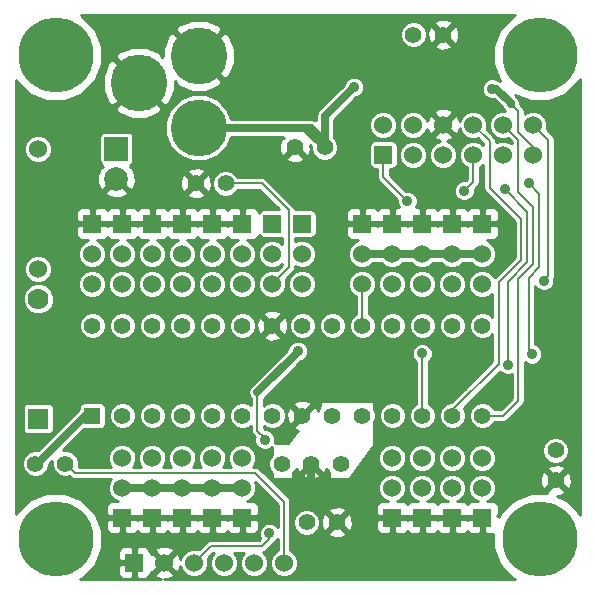
<source format=gbl>
G04 #@! TF.FileFunction,Copper,L2,Bot,Signal*
%FSLAX46Y46*%
G04 Gerber Fmt 4.6, Leading zero omitted, Abs format (unit mm)*
G04 Created by KiCad (PCBNEW (after 2015-mar-04 BZR unknown)-product) date 7/24/2015 4:51:47 PM*
%MOMM*%
G01*
G04 APERTURE LIST*
%ADD10C,0.150000*%
%ADD11C,1.397000*%
%ADD12R,1.397000X1.397000*%
%ADD13R,1.998980X1.998980*%
%ADD14C,1.998980*%
%ADD15R,1.524000X1.524000*%
%ADD16C,1.524000*%
%ADD17C,1.778000*%
%ADD18R,1.778000X1.778000*%
%ADD19C,4.800600*%
%ADD20C,6.350000*%
%ADD21C,0.889000*%
%ADD22C,0.635000*%
%ADD23C,0.203200*%
%ADD24C,0.254000*%
G04 APERTURE END LIST*
D10*
D11*
X89290000Y-42286000D03*
X91830000Y-42286000D03*
X81788000Y-51816000D03*
X79248000Y-51816000D03*
X59826000Y-78608000D03*
X57286000Y-78608000D03*
X73406000Y-54864000D03*
X70866000Y-54864000D03*
X64652000Y-74544000D03*
X67192000Y-74544000D03*
X69732000Y-74544000D03*
X72272000Y-74544000D03*
X74812000Y-74544000D03*
X77352000Y-74544000D03*
X79892000Y-74544000D03*
X82432000Y-74544000D03*
X84972000Y-74544000D03*
X87512000Y-74544000D03*
X90052000Y-74544000D03*
X92592000Y-74544000D03*
X95132000Y-74544000D03*
D12*
X62112000Y-74544000D03*
D11*
X95132000Y-66924000D03*
X92592000Y-66924000D03*
X90052000Y-66924000D03*
X87512000Y-66924000D03*
X84972000Y-66924000D03*
X82432000Y-66924000D03*
X79892000Y-66924000D03*
X77352000Y-66924000D03*
X74812000Y-66924000D03*
X72272000Y-66924000D03*
X69732000Y-66924000D03*
X67192000Y-66924000D03*
X64652000Y-66924000D03*
X62112000Y-66924000D03*
D13*
X64144000Y-51938000D03*
D14*
X64144000Y-54478000D03*
D15*
X65650000Y-87000000D03*
D16*
X68190000Y-87000000D03*
X70730000Y-87000000D03*
X73270000Y-87000000D03*
X75810000Y-87000000D03*
X78350000Y-87000000D03*
D15*
X74812000Y-83180000D03*
D16*
X74812000Y-80640000D03*
X74812000Y-78100000D03*
D15*
X84972000Y-58288000D03*
D16*
X84972000Y-60828000D03*
X84972000Y-63368000D03*
D15*
X87512000Y-58288000D03*
D16*
X87512000Y-60828000D03*
X87512000Y-63368000D03*
D15*
X90052000Y-58288000D03*
D16*
X90052000Y-60828000D03*
X90052000Y-63368000D03*
D15*
X92592000Y-58288000D03*
D16*
X92592000Y-60828000D03*
X92592000Y-63368000D03*
D15*
X95132000Y-58288000D03*
D16*
X95132000Y-60828000D03*
X95132000Y-63368000D03*
D15*
X95132000Y-83180000D03*
D16*
X95132000Y-80640000D03*
X95132000Y-78100000D03*
D15*
X92592000Y-83180000D03*
D16*
X92592000Y-80640000D03*
X92592000Y-78100000D03*
D15*
X90052000Y-83180000D03*
D16*
X90052000Y-80640000D03*
X90052000Y-78100000D03*
D15*
X87512000Y-83180000D03*
D16*
X87512000Y-80640000D03*
X87512000Y-78100000D03*
D15*
X74812000Y-58288000D03*
D16*
X74812000Y-60828000D03*
X74812000Y-63368000D03*
D15*
X72272000Y-83180000D03*
D16*
X72272000Y-80640000D03*
X72272000Y-78100000D03*
D15*
X69732000Y-83180000D03*
D16*
X69732000Y-80640000D03*
X69732000Y-78100000D03*
D15*
X67192000Y-83180000D03*
D16*
X67192000Y-80640000D03*
X67192000Y-78100000D03*
D15*
X64652000Y-83180000D03*
D16*
X64652000Y-80640000D03*
X64652000Y-78100000D03*
D15*
X62112000Y-58288000D03*
D16*
X62112000Y-60828000D03*
X62112000Y-63368000D03*
D15*
X64652000Y-58288000D03*
D16*
X64652000Y-60828000D03*
X64652000Y-63368000D03*
D15*
X67192000Y-58288000D03*
D16*
X67192000Y-60828000D03*
X67192000Y-63368000D03*
D15*
X69732000Y-58288000D03*
D16*
X69732000Y-60828000D03*
X69732000Y-63368000D03*
D15*
X72272000Y-58288000D03*
D16*
X72272000Y-60828000D03*
X72272000Y-63368000D03*
D17*
X57540000Y-64638000D03*
D18*
X57540000Y-74798000D03*
D16*
X57540000Y-51938000D03*
X57540000Y-62098000D03*
D15*
X77352000Y-58288000D03*
D16*
X77352000Y-60828000D03*
X77352000Y-63368000D03*
D15*
X79892000Y-58288000D03*
D16*
X79892000Y-60828000D03*
X79892000Y-63368000D03*
D11*
X83153360Y-78608000D03*
X78154640Y-78608000D03*
X80654000Y-78608000D03*
D15*
X86750000Y-52446000D03*
D16*
X86750000Y-49906000D03*
X89290000Y-52446000D03*
X89290000Y-49906000D03*
X91830000Y-52446000D03*
X91830000Y-49906000D03*
X94370000Y-52446000D03*
X94370000Y-49906000D03*
X96910000Y-52446000D03*
X96910000Y-49906000D03*
X99450000Y-52446000D03*
X99450000Y-49906000D03*
D19*
X71120000Y-44069000D03*
X71120000Y-50165000D03*
X66040000Y-46355000D03*
D11*
X80264000Y-83566000D03*
X82804000Y-83566000D03*
X101346000Y-77470000D03*
X101346000Y-80010000D03*
D20*
X59000000Y-44000000D03*
X100000000Y-44000000D03*
X100000000Y-85000000D03*
X59000000Y-85000000D03*
D21*
X93599000Y-55499000D03*
X88782000Y-56383000D03*
X90043000Y-69278500D03*
X99314000Y-69342000D03*
X99060000Y-54864000D03*
X100339000Y-63114000D03*
X97282000Y-70231000D03*
X97028000Y-55372000D03*
X95948500Y-46863000D03*
X84264500Y-46736000D03*
X79502000Y-69088000D03*
X77100000Y-84500000D03*
X76708000Y-76581000D03*
D22*
X64652000Y-80640000D02*
X67192000Y-80640000D01*
X67192000Y-80640000D02*
X69732000Y-80640000D01*
X69732000Y-80640000D02*
X72272000Y-80640000D01*
X72272000Y-80640000D02*
X74812000Y-80640000D01*
X95132000Y-60828000D02*
X92592000Y-60828000D01*
X92592000Y-60828000D02*
X90052000Y-60828000D01*
X90052000Y-60828000D02*
X87512000Y-60828000D01*
X87512000Y-60828000D02*
X84972000Y-60828000D01*
D23*
X77352000Y-63368000D02*
X77352000Y-63364000D01*
X76454000Y-54864000D02*
X73406000Y-54864000D01*
X78740000Y-57150000D02*
X76454000Y-54864000D01*
X78740000Y-61976000D02*
X78740000Y-57150000D01*
X77352000Y-63364000D02*
X78740000Y-61976000D01*
X94370000Y-54728000D02*
X94370000Y-52446000D01*
X93599000Y-55499000D02*
X94370000Y-54728000D01*
X86750000Y-54351000D02*
X86750000Y-52446000D01*
X88782000Y-56383000D02*
X86750000Y-54351000D01*
X84972000Y-63368000D02*
X84972000Y-66924000D01*
X90052000Y-74544000D02*
X90052000Y-69287500D01*
X90052000Y-69287500D02*
X90043000Y-69278500D01*
X99060000Y-65024000D02*
X99060000Y-62865000D01*
X99314000Y-69342000D02*
X99060000Y-69088000D01*
X99060000Y-69088000D02*
X99060000Y-65024000D01*
X99949000Y-55880000D02*
X99949000Y-55753000D01*
X99949000Y-55753000D02*
X99060000Y-54864000D01*
X99949000Y-59817000D02*
X99949000Y-55880000D01*
X99060000Y-62865000D02*
X99949000Y-61976000D01*
X99949000Y-61976000D02*
X99949000Y-59817000D01*
X92592000Y-74544000D02*
X92592000Y-74095500D01*
X96520000Y-70167500D02*
X96520000Y-63246000D01*
X92592000Y-74095500D02*
X96520000Y-70167500D01*
X95758000Y-51308000D02*
X95758000Y-55245000D01*
X94370000Y-49920000D02*
X95758000Y-51308000D01*
X94370000Y-49906000D02*
X94370000Y-49920000D01*
X96520000Y-63246000D02*
X98425000Y-61341000D01*
X98425000Y-61341000D02*
X98425000Y-57912000D01*
X98425000Y-57912000D02*
X95758000Y-55245000D01*
X98180000Y-72834500D02*
X98180000Y-73270000D01*
X96906000Y-74544000D02*
X95132000Y-74544000D01*
X98180000Y-73270000D02*
X96906000Y-74544000D01*
X98180000Y-64643000D02*
X98180000Y-62983000D01*
X99441000Y-56896000D02*
X98180000Y-55635000D01*
X99441000Y-61722000D02*
X99441000Y-56896000D01*
X98180000Y-62983000D02*
X99441000Y-61722000D01*
X98180000Y-51176000D02*
X96910000Y-49906000D01*
X98180000Y-72834500D02*
X98180000Y-64643000D01*
X98180000Y-55635000D02*
X98180000Y-51176000D01*
X100720000Y-51176000D02*
X99450000Y-49906000D01*
X100720000Y-62733000D02*
X100720000Y-51176000D01*
X100339000Y-63114000D02*
X100720000Y-62733000D01*
X97282000Y-64897000D02*
X97282000Y-63220598D01*
X97282000Y-70231000D02*
X97282000Y-65278000D01*
X97282000Y-65278000D02*
X97282000Y-64897000D01*
X97282000Y-63220598D02*
X98933000Y-61569598D01*
X98933000Y-61569598D02*
X98933000Y-57277000D01*
X98933000Y-57277000D02*
X97028000Y-55372000D01*
D22*
X57286000Y-78608000D02*
X57409000Y-78608000D01*
X57409000Y-78608000D02*
X61473000Y-74544000D01*
X61473000Y-74544000D02*
X62112000Y-74544000D01*
D23*
X99450000Y-51825000D02*
X99450000Y-52446000D01*
D22*
X95948500Y-46863000D02*
X96329500Y-46863000D01*
X97536000Y-48069500D02*
X97536000Y-48133000D01*
X96329500Y-46863000D02*
X97536000Y-48069500D01*
D23*
X97536000Y-48133000D02*
X98171000Y-48768000D01*
X98171000Y-48768000D02*
X98171000Y-50546000D01*
X98171000Y-50546000D02*
X99450000Y-51825000D01*
D22*
X81788000Y-51816000D02*
X81416000Y-50936000D01*
X81416000Y-50936000D02*
X80645000Y-50165000D01*
X81416000Y-50936000D02*
X81788000Y-51816000D01*
X80645000Y-50165000D02*
X81416000Y-50936000D01*
X71120000Y-50165000D02*
X80645000Y-50165000D01*
X80137000Y-50165000D02*
X81788000Y-51816000D01*
X71120000Y-50165000D02*
X80137000Y-50165000D01*
X81788000Y-49212500D02*
X84264500Y-46736000D01*
X81788000Y-51816000D02*
X81788000Y-49212500D01*
X80654000Y-78608000D02*
X80654000Y-80128000D01*
X80654000Y-80128000D02*
X80645000Y-80137000D01*
D23*
X78350000Y-87000000D02*
X78350000Y-81850000D01*
X78350000Y-81850000D02*
X75900000Y-79400000D01*
X60618000Y-79400000D02*
X59826000Y-78608000D01*
X75900000Y-79400000D02*
X75438000Y-79400000D01*
X75438000Y-79400000D02*
X60618000Y-79400000D01*
D22*
X79502000Y-69088000D02*
X79502000Y-69151500D01*
X79502000Y-69151500D02*
X76073000Y-72580500D01*
D23*
X76708000Y-76581000D02*
X76708000Y-76454000D01*
X76708000Y-76454000D02*
X76073000Y-75819000D01*
X76073000Y-75819000D02*
X76073000Y-72580500D01*
X70730000Y-87000000D02*
X70734000Y-87000000D01*
X77100000Y-84952000D02*
X77100000Y-84500000D01*
X76454000Y-85598000D02*
X77100000Y-84952000D01*
X72136000Y-85598000D02*
X76454000Y-85598000D01*
X70734000Y-87000000D02*
X72136000Y-85598000D01*
X76073000Y-75819000D02*
X76708000Y-76454000D01*
D24*
G36*
X103399700Y-82918302D02*
X103339572Y-82772782D01*
X102691927Y-82124005D01*
X102691927Y-80202520D01*
X102663148Y-79672801D01*
X102515800Y-79317071D01*
X102476496Y-79306786D01*
X102476496Y-77246156D01*
X102304781Y-76830573D01*
X101987100Y-76512337D01*
X101571817Y-76339897D01*
X101122156Y-76339504D01*
X100706573Y-76511219D01*
X100388337Y-76828900D01*
X100215897Y-77244183D01*
X100215504Y-77693844D01*
X100387219Y-78109427D01*
X100704900Y-78427663D01*
X101120183Y-78600103D01*
X101569844Y-78600496D01*
X101985427Y-78428781D01*
X102303663Y-78111100D01*
X102476103Y-77695817D01*
X102476496Y-77246156D01*
X102476496Y-79306786D01*
X102280188Y-79255417D01*
X102100583Y-79435022D01*
X102100583Y-79075812D01*
X102038929Y-78840200D01*
X101538520Y-78664073D01*
X101008801Y-78692852D01*
X100653071Y-78840200D01*
X100591417Y-79075812D01*
X101346000Y-79830395D01*
X102100583Y-79075812D01*
X102100583Y-79435022D01*
X101525605Y-80010000D01*
X102280188Y-80764583D01*
X102515800Y-80702929D01*
X102691927Y-80202520D01*
X102691927Y-82124005D01*
X102233043Y-81664320D01*
X101451374Y-81339742D01*
X101683199Y-81327148D01*
X102038929Y-81179800D01*
X102100583Y-80944188D01*
X101346000Y-80189605D01*
X101166395Y-80369210D01*
X101166395Y-80010000D01*
X100411812Y-79255417D01*
X100176200Y-79317071D01*
X100000073Y-79817480D01*
X100028852Y-80347199D01*
X100176200Y-80702929D01*
X100411812Y-80764583D01*
X101166395Y-80010000D01*
X101166395Y-80369210D01*
X100591417Y-80944188D01*
X100622649Y-81063541D01*
X99220318Y-81062318D01*
X97772782Y-81660428D01*
X96664320Y-82766957D01*
X96529000Y-83092842D01*
X96529000Y-83052998D01*
X96370252Y-83052998D01*
X96529000Y-82894250D01*
X96529000Y-82291691D01*
X96432327Y-82058302D01*
X96253699Y-81879673D01*
X96020310Y-81783000D01*
X95767691Y-81783000D01*
X95491866Y-81783000D01*
X95807350Y-81652645D01*
X96143464Y-81317116D01*
X96325592Y-80878503D01*
X96326007Y-80403580D01*
X96326007Y-77863580D01*
X96144645Y-77424650D01*
X95809116Y-77088536D01*
X95370503Y-76906408D01*
X94895580Y-76905993D01*
X94456650Y-77087355D01*
X94120536Y-77422884D01*
X93938408Y-77861497D01*
X93937993Y-78336420D01*
X94119355Y-78775350D01*
X94454884Y-79111464D01*
X94893497Y-79293592D01*
X95368420Y-79294007D01*
X95807350Y-79112645D01*
X96143464Y-78777116D01*
X96325592Y-78338503D01*
X96326007Y-77863580D01*
X96326007Y-80403580D01*
X96144645Y-79964650D01*
X95809116Y-79628536D01*
X95370503Y-79446408D01*
X94895580Y-79445993D01*
X94456650Y-79627355D01*
X94120536Y-79962884D01*
X93938408Y-80401497D01*
X93937993Y-80876420D01*
X94119355Y-81315350D01*
X94454884Y-81651464D01*
X94771657Y-81783000D01*
X94496309Y-81783000D01*
X94243690Y-81783000D01*
X94010301Y-81879673D01*
X93862000Y-82027974D01*
X93713699Y-81879673D01*
X93480310Y-81783000D01*
X93227691Y-81783000D01*
X92951866Y-81783000D01*
X93267350Y-81652645D01*
X93603464Y-81317116D01*
X93785592Y-80878503D01*
X93786007Y-80403580D01*
X93786007Y-77863580D01*
X93604645Y-77424650D01*
X93269116Y-77088536D01*
X92830503Y-76906408D01*
X92355580Y-76905993D01*
X91916650Y-77087355D01*
X91580536Y-77422884D01*
X91398408Y-77861497D01*
X91397993Y-78336420D01*
X91579355Y-78775350D01*
X91914884Y-79111464D01*
X92353497Y-79293592D01*
X92828420Y-79294007D01*
X93267350Y-79112645D01*
X93603464Y-78777116D01*
X93785592Y-78338503D01*
X93786007Y-77863580D01*
X93786007Y-80403580D01*
X93604645Y-79964650D01*
X93269116Y-79628536D01*
X92830503Y-79446408D01*
X92355580Y-79445993D01*
X91916650Y-79627355D01*
X91580536Y-79962884D01*
X91398408Y-80401497D01*
X91397993Y-80876420D01*
X91579355Y-81315350D01*
X91914884Y-81651464D01*
X92231657Y-81783000D01*
X91956309Y-81783000D01*
X91703690Y-81783000D01*
X91470301Y-81879673D01*
X91322000Y-82027974D01*
X91173699Y-81879673D01*
X90940310Y-81783000D01*
X90687691Y-81783000D01*
X90411866Y-81783000D01*
X90727350Y-81652645D01*
X91063464Y-81317116D01*
X91245592Y-80878503D01*
X91246007Y-80403580D01*
X91246007Y-77863580D01*
X91246007Y-63131580D01*
X91064645Y-62692650D01*
X90729116Y-62356536D01*
X90290503Y-62174408D01*
X89815580Y-62173993D01*
X89376650Y-62355355D01*
X89040536Y-62690884D01*
X88858408Y-63129497D01*
X88857993Y-63604420D01*
X89039355Y-64043350D01*
X89374884Y-64379464D01*
X89813497Y-64561592D01*
X90288420Y-64562007D01*
X90727350Y-64380645D01*
X91063464Y-64045116D01*
X91245592Y-63606503D01*
X91246007Y-63131580D01*
X91246007Y-77863580D01*
X91182496Y-77709871D01*
X91182496Y-74320156D01*
X91182496Y-66700156D01*
X91010781Y-66284573D01*
X90693100Y-65966337D01*
X90277817Y-65793897D01*
X89828156Y-65793504D01*
X89412573Y-65965219D01*
X89094337Y-66282900D01*
X88921897Y-66698183D01*
X88921504Y-67147844D01*
X89093219Y-67563427D01*
X89410900Y-67881663D01*
X89826183Y-68054103D01*
X90275844Y-68054496D01*
X90691427Y-67882781D01*
X91009663Y-67565100D01*
X91182103Y-67149817D01*
X91182496Y-66700156D01*
X91182496Y-74320156D01*
X91010781Y-73904573D01*
X90693100Y-73586337D01*
X90585400Y-73541616D01*
X90585400Y-69975241D01*
X90785458Y-69775532D01*
X90919148Y-69453572D01*
X90919452Y-69104958D01*
X90786324Y-68782764D01*
X90540032Y-68536042D01*
X90218072Y-68402352D01*
X89869458Y-68402048D01*
X89547264Y-68535176D01*
X89300542Y-68781468D01*
X89166852Y-69103428D01*
X89166548Y-69452042D01*
X89299676Y-69774236D01*
X89518600Y-69993542D01*
X89518600Y-73541409D01*
X89412573Y-73585219D01*
X89094337Y-73902900D01*
X88921897Y-74318183D01*
X88921504Y-74767844D01*
X89093219Y-75183427D01*
X89410900Y-75501663D01*
X89826183Y-75674103D01*
X90275844Y-75674496D01*
X90691427Y-75502781D01*
X91009663Y-75185100D01*
X91182103Y-74769817D01*
X91182496Y-74320156D01*
X91182496Y-77709871D01*
X91064645Y-77424650D01*
X90729116Y-77088536D01*
X90290503Y-76906408D01*
X89815580Y-76905993D01*
X89376650Y-77087355D01*
X89040536Y-77422884D01*
X88858408Y-77861497D01*
X88857993Y-78336420D01*
X89039355Y-78775350D01*
X89374884Y-79111464D01*
X89813497Y-79293592D01*
X90288420Y-79294007D01*
X90727350Y-79112645D01*
X91063464Y-78777116D01*
X91245592Y-78338503D01*
X91246007Y-77863580D01*
X91246007Y-80403580D01*
X91064645Y-79964650D01*
X90729116Y-79628536D01*
X90290503Y-79446408D01*
X89815580Y-79445993D01*
X89376650Y-79627355D01*
X89040536Y-79962884D01*
X88858408Y-80401497D01*
X88857993Y-80876420D01*
X89039355Y-81315350D01*
X89374884Y-81651464D01*
X89691657Y-81783000D01*
X89416309Y-81783000D01*
X89163690Y-81783000D01*
X88930301Y-81879673D01*
X88782000Y-82027974D01*
X88633699Y-81879673D01*
X88400310Y-81783000D01*
X88147691Y-81783000D01*
X87871866Y-81783000D01*
X88187350Y-81652645D01*
X88523464Y-81317116D01*
X88705592Y-80878503D01*
X88706007Y-80403580D01*
X88706007Y-77863580D01*
X88706007Y-63131580D01*
X88524645Y-62692650D01*
X88189116Y-62356536D01*
X87750503Y-62174408D01*
X87275580Y-62173993D01*
X86836650Y-62355355D01*
X86500536Y-62690884D01*
X86318408Y-63129497D01*
X86317993Y-63604420D01*
X86499355Y-64043350D01*
X86834884Y-64379464D01*
X87273497Y-64561592D01*
X87748420Y-64562007D01*
X88187350Y-64380645D01*
X88523464Y-64045116D01*
X88705592Y-63606503D01*
X88706007Y-63131580D01*
X88706007Y-77863580D01*
X88642496Y-77709871D01*
X88642496Y-74320156D01*
X88642496Y-66700156D01*
X88470781Y-66284573D01*
X88153100Y-65966337D01*
X87737817Y-65793897D01*
X87288156Y-65793504D01*
X86872573Y-65965219D01*
X86554337Y-66282900D01*
X86381897Y-66698183D01*
X86381504Y-67147844D01*
X86553219Y-67563427D01*
X86870900Y-67881663D01*
X87286183Y-68054103D01*
X87735844Y-68054496D01*
X88151427Y-67882781D01*
X88469663Y-67565100D01*
X88642103Y-67149817D01*
X88642496Y-66700156D01*
X88642496Y-74320156D01*
X88470781Y-73904573D01*
X88153100Y-73586337D01*
X87737817Y-73413897D01*
X87288156Y-73413504D01*
X86872573Y-73585219D01*
X86554337Y-73902900D01*
X86381897Y-74318183D01*
X86381504Y-74767844D01*
X86553219Y-75183427D01*
X86870900Y-75501663D01*
X87286183Y-75674103D01*
X87735844Y-75674496D01*
X88151427Y-75502781D01*
X88469663Y-75185100D01*
X88642103Y-74769817D01*
X88642496Y-74320156D01*
X88642496Y-77709871D01*
X88524645Y-77424650D01*
X88189116Y-77088536D01*
X87750503Y-76906408D01*
X87275580Y-76905993D01*
X86836650Y-77087355D01*
X86500536Y-77422884D01*
X86318408Y-77861497D01*
X86317993Y-78336420D01*
X86499355Y-78775350D01*
X86834884Y-79111464D01*
X87273497Y-79293592D01*
X87748420Y-79294007D01*
X88187350Y-79112645D01*
X88523464Y-78777116D01*
X88705592Y-78338503D01*
X88706007Y-77863580D01*
X88706007Y-80403580D01*
X88524645Y-79964650D01*
X88189116Y-79628536D01*
X87750503Y-79446408D01*
X87275580Y-79445993D01*
X86836650Y-79627355D01*
X86500536Y-79962884D01*
X86318408Y-80401497D01*
X86317993Y-80876420D01*
X86499355Y-81315350D01*
X86834884Y-81651464D01*
X87151657Y-81783000D01*
X86876309Y-81783000D01*
X86623690Y-81783000D01*
X86390301Y-81879673D01*
X86211673Y-82058302D01*
X86166007Y-82168549D01*
X86166007Y-63131580D01*
X85984645Y-62692650D01*
X85649116Y-62356536D01*
X85210503Y-62174408D01*
X84735580Y-62173993D01*
X84296650Y-62355355D01*
X83960536Y-62690884D01*
X83778408Y-63129497D01*
X83777993Y-63604420D01*
X83959355Y-64043350D01*
X84294884Y-64379464D01*
X84438600Y-64439140D01*
X84438600Y-65921409D01*
X84332573Y-65965219D01*
X84014337Y-66282900D01*
X83841897Y-66698183D01*
X83841504Y-67147844D01*
X84013219Y-67563427D01*
X84330900Y-67881663D01*
X84746183Y-68054103D01*
X85195844Y-68054496D01*
X85611427Y-67882781D01*
X85929663Y-67565100D01*
X86102103Y-67149817D01*
X86102496Y-66700156D01*
X85930781Y-66284573D01*
X85613100Y-65966337D01*
X85505400Y-65921616D01*
X85505400Y-64439297D01*
X85647350Y-64380645D01*
X85983464Y-64045116D01*
X86165592Y-63606503D01*
X86166007Y-63131580D01*
X86166007Y-82168549D01*
X86115000Y-82291691D01*
X86115000Y-82894250D01*
X86273750Y-83053000D01*
X87385000Y-83053000D01*
X87385000Y-83033000D01*
X87639000Y-83033000D01*
X87639000Y-83053000D01*
X88750250Y-83053000D01*
X88782000Y-83021250D01*
X88813750Y-83053000D01*
X89925000Y-83053000D01*
X89925000Y-83033000D01*
X90179000Y-83033000D01*
X90179000Y-83053000D01*
X91290250Y-83053000D01*
X91322000Y-83021250D01*
X91353750Y-83053000D01*
X92465000Y-83053000D01*
X92465000Y-83033000D01*
X92719000Y-83033000D01*
X92719000Y-83053000D01*
X93830250Y-83053000D01*
X93862000Y-83021250D01*
X93893750Y-83053000D01*
X95005000Y-83053000D01*
X95005000Y-83033000D01*
X95259000Y-83033000D01*
X95259000Y-83053000D01*
X95279000Y-83053000D01*
X95279000Y-83307000D01*
X95259000Y-83307000D01*
X95259000Y-84418250D01*
X95417750Y-84577000D01*
X95767691Y-84577000D01*
X96020310Y-84577000D01*
X96063383Y-84559158D01*
X96062318Y-85779682D01*
X96660428Y-87227218D01*
X97766957Y-88335680D01*
X97921134Y-88399700D01*
X95005000Y-88399700D01*
X95005000Y-84418250D01*
X95005000Y-83307000D01*
X93893750Y-83307000D01*
X93862000Y-83338750D01*
X93830250Y-83307000D01*
X92719000Y-83307000D01*
X92719000Y-84418250D01*
X92877750Y-84577000D01*
X93227691Y-84577000D01*
X93480310Y-84577000D01*
X93713699Y-84480327D01*
X93862000Y-84332025D01*
X94010301Y-84480327D01*
X94243690Y-84577000D01*
X94496309Y-84577000D01*
X94846250Y-84577000D01*
X95005000Y-84418250D01*
X95005000Y-88399700D01*
X92465000Y-88399700D01*
X92465000Y-84418250D01*
X92465000Y-83307000D01*
X91353750Y-83307000D01*
X91322000Y-83338750D01*
X91290250Y-83307000D01*
X90179000Y-83307000D01*
X90179000Y-84418250D01*
X90337750Y-84577000D01*
X90687691Y-84577000D01*
X90940310Y-84577000D01*
X91173699Y-84480327D01*
X91322000Y-84332025D01*
X91470301Y-84480327D01*
X91703690Y-84577000D01*
X91956309Y-84577000D01*
X92306250Y-84577000D01*
X92465000Y-84418250D01*
X92465000Y-88399700D01*
X89925000Y-88399700D01*
X89925000Y-84418250D01*
X89925000Y-83307000D01*
X88813750Y-83307000D01*
X88782000Y-83338750D01*
X88750250Y-83307000D01*
X87639000Y-83307000D01*
X87639000Y-84418250D01*
X87797750Y-84577000D01*
X88147691Y-84577000D01*
X88400310Y-84577000D01*
X88633699Y-84480327D01*
X88782000Y-84332025D01*
X88930301Y-84480327D01*
X89163690Y-84577000D01*
X89416309Y-84577000D01*
X89766250Y-84577000D01*
X89925000Y-84418250D01*
X89925000Y-88399700D01*
X87385000Y-88399700D01*
X87385000Y-84418250D01*
X87385000Y-83307000D01*
X86273750Y-83307000D01*
X86115000Y-83465750D01*
X86115000Y-84068309D01*
X86211673Y-84301698D01*
X86390301Y-84480327D01*
X86623690Y-84577000D01*
X86876309Y-84577000D01*
X87226250Y-84577000D01*
X87385000Y-84418250D01*
X87385000Y-88399700D01*
X86102496Y-88399700D01*
X86102496Y-74320156D01*
X85979000Y-74021272D01*
X85979000Y-73279000D01*
X83562496Y-73279000D01*
X83562496Y-66700156D01*
X83390781Y-66284573D01*
X83073100Y-65966337D01*
X82657817Y-65793897D01*
X82208156Y-65793504D01*
X81792573Y-65965219D01*
X81474337Y-66282900D01*
X81301897Y-66698183D01*
X81301504Y-67147844D01*
X81473219Y-67563427D01*
X81790900Y-67881663D01*
X82206183Y-68054103D01*
X82655844Y-68054496D01*
X83071427Y-67882781D01*
X83389663Y-67565100D01*
X83562103Y-67149817D01*
X83562496Y-66700156D01*
X83562496Y-73279000D01*
X81439508Y-73279000D01*
X81181321Y-74139621D01*
X81094259Y-73929434D01*
X81094259Y-59050000D01*
X81094259Y-57526000D01*
X81062315Y-57361356D01*
X80967258Y-57216649D01*
X80823755Y-57119784D01*
X80654000Y-57085741D01*
X80002583Y-57085741D01*
X80002583Y-52750188D01*
X79248000Y-51995605D01*
X79068395Y-52175210D01*
X78493417Y-52750188D01*
X78555071Y-52985800D01*
X79055480Y-53161927D01*
X79585199Y-53133148D01*
X79940929Y-52985800D01*
X80002583Y-52750188D01*
X80002583Y-57085741D01*
X79260617Y-57085741D01*
X79232797Y-56945877D01*
X79117171Y-56772829D01*
X76831171Y-54486829D01*
X76658123Y-54371203D01*
X76454000Y-54330600D01*
X74408590Y-54330600D01*
X74364781Y-54224573D01*
X74047100Y-53906337D01*
X73631817Y-53733897D01*
X73182156Y-53733504D01*
X72766573Y-53905219D01*
X72448337Y-54222900D01*
X72275897Y-54638183D01*
X72275504Y-55087844D01*
X72447219Y-55503427D01*
X72764900Y-55821663D01*
X73180183Y-55994103D01*
X73629844Y-55994496D01*
X74045427Y-55822781D01*
X74363663Y-55505100D01*
X74408383Y-55397400D01*
X76233058Y-55397400D01*
X77921399Y-57085741D01*
X76590000Y-57085741D01*
X76425356Y-57117685D01*
X76280649Y-57212742D01*
X76188258Y-57349616D01*
X76112327Y-57166302D01*
X75933699Y-56987673D01*
X75700310Y-56891000D01*
X75447691Y-56891000D01*
X75097750Y-56891000D01*
X74939000Y-57049750D01*
X74939000Y-58161000D01*
X74959000Y-58161000D01*
X74959000Y-58415000D01*
X74939000Y-58415000D01*
X74939000Y-58435000D01*
X74685000Y-58435000D01*
X74685000Y-58415000D01*
X74685000Y-58161000D01*
X74685000Y-57049750D01*
X74526250Y-56891000D01*
X74176309Y-56891000D01*
X73923690Y-56891000D01*
X73690301Y-56987673D01*
X73542000Y-57135974D01*
X73393699Y-56987673D01*
X73160310Y-56891000D01*
X72907691Y-56891000D01*
X72557750Y-56891000D01*
X72399000Y-57049750D01*
X72399000Y-58161000D01*
X73510250Y-58161000D01*
X73542000Y-58129250D01*
X73573750Y-58161000D01*
X74685000Y-58161000D01*
X74685000Y-58415000D01*
X73573750Y-58415000D01*
X73542000Y-58446750D01*
X73510250Y-58415000D01*
X72399000Y-58415000D01*
X72399000Y-58435000D01*
X72211927Y-58435000D01*
X72211927Y-55056520D01*
X72183148Y-54526801D01*
X72035800Y-54171071D01*
X71800188Y-54109417D01*
X71620583Y-54289022D01*
X71620583Y-53929812D01*
X71558929Y-53694200D01*
X71058520Y-53518073D01*
X70528801Y-53546852D01*
X70173071Y-53694200D01*
X70111417Y-53929812D01*
X70866000Y-54684395D01*
X71620583Y-53929812D01*
X71620583Y-54289022D01*
X71045605Y-54864000D01*
X71800188Y-55618583D01*
X72035800Y-55556929D01*
X72211927Y-55056520D01*
X72211927Y-58435000D01*
X72145000Y-58435000D01*
X72145000Y-58415000D01*
X72145000Y-58161000D01*
X72145000Y-57049750D01*
X71986250Y-56891000D01*
X71636309Y-56891000D01*
X71620583Y-56891000D01*
X71620583Y-55798188D01*
X70866000Y-55043605D01*
X70686395Y-55223210D01*
X70686395Y-54864000D01*
X69931812Y-54109417D01*
X69696200Y-54171071D01*
X69520073Y-54671480D01*
X69548852Y-55201199D01*
X69696200Y-55556929D01*
X69931812Y-55618583D01*
X70686395Y-54864000D01*
X70686395Y-55223210D01*
X70111417Y-55798188D01*
X70173071Y-56033800D01*
X70673480Y-56209927D01*
X71203199Y-56181148D01*
X71558929Y-56033800D01*
X71620583Y-55798188D01*
X71620583Y-56891000D01*
X71383690Y-56891000D01*
X71150301Y-56987673D01*
X71002000Y-57135974D01*
X70853699Y-56987673D01*
X70620310Y-56891000D01*
X70367691Y-56891000D01*
X70017750Y-56891000D01*
X69859000Y-57049750D01*
X69859000Y-58161000D01*
X70970250Y-58161000D01*
X71002000Y-58129250D01*
X71033750Y-58161000D01*
X72145000Y-58161000D01*
X72145000Y-58415000D01*
X71033750Y-58415000D01*
X71002000Y-58446750D01*
X70970250Y-58415000D01*
X69859000Y-58415000D01*
X69859000Y-58435000D01*
X69605000Y-58435000D01*
X69605000Y-58415000D01*
X69605000Y-58161000D01*
X69605000Y-57049750D01*
X69446250Y-56891000D01*
X69096309Y-56891000D01*
X68843690Y-56891000D01*
X68610301Y-56987673D01*
X68462000Y-57135974D01*
X68313699Y-56987673D01*
X68080310Y-56891000D01*
X68024330Y-56891000D01*
X68024330Y-48518936D01*
X66040000Y-46534605D01*
X65860395Y-46714210D01*
X65860395Y-46355000D01*
X63876064Y-44370670D01*
X63463743Y-44640221D01*
X63003631Y-45756642D01*
X63005779Y-46964157D01*
X63463743Y-48069779D01*
X63876064Y-48339330D01*
X65860395Y-46355000D01*
X65860395Y-46714210D01*
X64055670Y-48518936D01*
X64325221Y-48931257D01*
X65441642Y-49391369D01*
X66649157Y-49389221D01*
X67754779Y-48931257D01*
X68024330Y-48518936D01*
X68024330Y-56891000D01*
X67827691Y-56891000D01*
X67477750Y-56891000D01*
X67319000Y-57049750D01*
X67319000Y-58161000D01*
X68430250Y-58161000D01*
X68462000Y-58129250D01*
X68493750Y-58161000D01*
X69605000Y-58161000D01*
X69605000Y-58415000D01*
X68493750Y-58415000D01*
X68462000Y-58446750D01*
X68430250Y-58415000D01*
X67319000Y-58415000D01*
X67319000Y-58435000D01*
X67065000Y-58435000D01*
X67065000Y-58415000D01*
X67065000Y-58161000D01*
X67065000Y-57049750D01*
X66906250Y-56891000D01*
X66556309Y-56891000D01*
X66303690Y-56891000D01*
X66070301Y-56987673D01*
X65922000Y-57135974D01*
X65789401Y-57003375D01*
X65789401Y-54742418D01*
X65765341Y-54092623D01*
X65583749Y-53654219D01*
X65562965Y-53604042D01*
X65296164Y-53505443D01*
X65410446Y-53391162D01*
X65342508Y-53323224D01*
X65452841Y-53250748D01*
X65549706Y-53107245D01*
X65583749Y-52937490D01*
X65583749Y-50938510D01*
X65551805Y-50773866D01*
X65456748Y-50629159D01*
X65313245Y-50532294D01*
X65143490Y-50498251D01*
X63144510Y-50498251D01*
X62979866Y-50530195D01*
X62835159Y-50625252D01*
X62738294Y-50768755D01*
X62704251Y-50938510D01*
X62704251Y-52937490D01*
X62736195Y-53102134D01*
X62831252Y-53246841D01*
X62945056Y-53323659D01*
X62877554Y-53391162D01*
X62991835Y-53505443D01*
X62725035Y-53604042D01*
X62498599Y-54213582D01*
X62522659Y-54863377D01*
X62725035Y-55351958D01*
X62991837Y-55450557D01*
X63964395Y-54478000D01*
X63950252Y-54463857D01*
X64129857Y-54284252D01*
X64144000Y-54298395D01*
X64158142Y-54284252D01*
X64337747Y-54463857D01*
X64323605Y-54478000D01*
X65296163Y-55450557D01*
X65562965Y-55351958D01*
X65789401Y-54742418D01*
X65789401Y-57003375D01*
X65773699Y-56987673D01*
X65540310Y-56891000D01*
X65287691Y-56891000D01*
X65116557Y-56891000D01*
X65116557Y-55630163D01*
X64144000Y-54657605D01*
X63964395Y-54837210D01*
X63171443Y-55630163D01*
X63270042Y-55896965D01*
X63879582Y-56123401D01*
X64529377Y-56099341D01*
X65017958Y-55896965D01*
X65116557Y-55630163D01*
X65116557Y-56891000D01*
X64937750Y-56891000D01*
X64779000Y-57049750D01*
X64779000Y-58161000D01*
X65890250Y-58161000D01*
X65922000Y-58129250D01*
X65953750Y-58161000D01*
X67065000Y-58161000D01*
X67065000Y-58415000D01*
X65953750Y-58415000D01*
X65922000Y-58446750D01*
X65890250Y-58415000D01*
X64779000Y-58415000D01*
X64779000Y-58435000D01*
X64525000Y-58435000D01*
X64525000Y-58415000D01*
X64525000Y-58161000D01*
X64525000Y-57049750D01*
X64366250Y-56891000D01*
X64016309Y-56891000D01*
X63763690Y-56891000D01*
X63530301Y-56987673D01*
X63382000Y-57135974D01*
X63233699Y-56987673D01*
X63000310Y-56891000D01*
X62747691Y-56891000D01*
X62397750Y-56891000D01*
X62239000Y-57049750D01*
X62239000Y-58161000D01*
X63350250Y-58161000D01*
X63382000Y-58129250D01*
X63413750Y-58161000D01*
X64525000Y-58161000D01*
X64525000Y-58415000D01*
X63413750Y-58415000D01*
X63382000Y-58446750D01*
X63350250Y-58415000D01*
X62239000Y-58415000D01*
X62239000Y-58435000D01*
X61985000Y-58435000D01*
X61985000Y-58415000D01*
X61985000Y-58161000D01*
X61985000Y-57049750D01*
X61826250Y-56891000D01*
X61476309Y-56891000D01*
X61223690Y-56891000D01*
X60990301Y-56987673D01*
X60811673Y-57166302D01*
X60715000Y-57399691D01*
X60715000Y-58002250D01*
X60873750Y-58161000D01*
X61985000Y-58161000D01*
X61985000Y-58415000D01*
X60873750Y-58415000D01*
X60715000Y-58573750D01*
X60715000Y-59176309D01*
X60811673Y-59409698D01*
X60990301Y-59588327D01*
X61223690Y-59685000D01*
X61476309Y-59685000D01*
X61752133Y-59685000D01*
X61436650Y-59815355D01*
X61100536Y-60150884D01*
X60918408Y-60589497D01*
X60917993Y-61064420D01*
X61099355Y-61503350D01*
X61434884Y-61839464D01*
X61873497Y-62021592D01*
X62348420Y-62022007D01*
X62787350Y-61840645D01*
X63123464Y-61505116D01*
X63305592Y-61066503D01*
X63306007Y-60591580D01*
X63124645Y-60152650D01*
X62789116Y-59816536D01*
X62472342Y-59685000D01*
X62747691Y-59685000D01*
X63000310Y-59685000D01*
X63233699Y-59588327D01*
X63382000Y-59440025D01*
X63530301Y-59588327D01*
X63763690Y-59685000D01*
X64016309Y-59685000D01*
X64292133Y-59685000D01*
X63976650Y-59815355D01*
X63640536Y-60150884D01*
X63458408Y-60589497D01*
X63457993Y-61064420D01*
X63639355Y-61503350D01*
X63974884Y-61839464D01*
X64413497Y-62021592D01*
X64888420Y-62022007D01*
X65327350Y-61840645D01*
X65663464Y-61505116D01*
X65845592Y-61066503D01*
X65846007Y-60591580D01*
X65664645Y-60152650D01*
X65329116Y-59816536D01*
X65012342Y-59685000D01*
X65287691Y-59685000D01*
X65540310Y-59685000D01*
X65773699Y-59588327D01*
X65922000Y-59440025D01*
X66070301Y-59588327D01*
X66303690Y-59685000D01*
X66556309Y-59685000D01*
X66832133Y-59685000D01*
X66516650Y-59815355D01*
X66180536Y-60150884D01*
X65998408Y-60589497D01*
X65997993Y-61064420D01*
X66179355Y-61503350D01*
X66514884Y-61839464D01*
X66953497Y-62021592D01*
X67428420Y-62022007D01*
X67867350Y-61840645D01*
X68203464Y-61505116D01*
X68385592Y-61066503D01*
X68386007Y-60591580D01*
X68204645Y-60152650D01*
X67869116Y-59816536D01*
X67552342Y-59685000D01*
X67827691Y-59685000D01*
X68080310Y-59685000D01*
X68313699Y-59588327D01*
X68462000Y-59440025D01*
X68610301Y-59588327D01*
X68843690Y-59685000D01*
X69096309Y-59685000D01*
X69372133Y-59685000D01*
X69056650Y-59815355D01*
X68720536Y-60150884D01*
X68538408Y-60589497D01*
X68537993Y-61064420D01*
X68719355Y-61503350D01*
X69054884Y-61839464D01*
X69493497Y-62021592D01*
X69968420Y-62022007D01*
X70407350Y-61840645D01*
X70743464Y-61505116D01*
X70925592Y-61066503D01*
X70926007Y-60591580D01*
X70744645Y-60152650D01*
X70409116Y-59816536D01*
X70092342Y-59685000D01*
X70367691Y-59685000D01*
X70620310Y-59685000D01*
X70853699Y-59588327D01*
X71002000Y-59440025D01*
X71150301Y-59588327D01*
X71383690Y-59685000D01*
X71636309Y-59685000D01*
X71912133Y-59685000D01*
X71596650Y-59815355D01*
X71260536Y-60150884D01*
X71078408Y-60589497D01*
X71077993Y-61064420D01*
X71259355Y-61503350D01*
X71594884Y-61839464D01*
X72033497Y-62021592D01*
X72508420Y-62022007D01*
X72947350Y-61840645D01*
X73283464Y-61505116D01*
X73465592Y-61066503D01*
X73466007Y-60591580D01*
X73284645Y-60152650D01*
X72949116Y-59816536D01*
X72632342Y-59685000D01*
X72907691Y-59685000D01*
X73160310Y-59685000D01*
X73393699Y-59588327D01*
X73542000Y-59440025D01*
X73690301Y-59588327D01*
X73923690Y-59685000D01*
X74176309Y-59685000D01*
X74452133Y-59685000D01*
X74136650Y-59815355D01*
X73800536Y-60150884D01*
X73618408Y-60589497D01*
X73617993Y-61064420D01*
X73799355Y-61503350D01*
X74134884Y-61839464D01*
X74573497Y-62021592D01*
X75048420Y-62022007D01*
X75487350Y-61840645D01*
X75823464Y-61505116D01*
X76005592Y-61066503D01*
X76006007Y-60591580D01*
X75824645Y-60152650D01*
X75489116Y-59816536D01*
X75172342Y-59685000D01*
X75447691Y-59685000D01*
X75700310Y-59685000D01*
X75933699Y-59588327D01*
X76112327Y-59409698D01*
X76188698Y-59225320D01*
X76276742Y-59359351D01*
X76420245Y-59456216D01*
X76590000Y-59490259D01*
X78114000Y-59490259D01*
X78206600Y-59472292D01*
X78206600Y-59994329D01*
X78029116Y-59816536D01*
X77590503Y-59634408D01*
X77115580Y-59633993D01*
X76676650Y-59815355D01*
X76340536Y-60150884D01*
X76158408Y-60589497D01*
X76157993Y-61064420D01*
X76339355Y-61503350D01*
X76674884Y-61839464D01*
X77113497Y-62021592D01*
X77588420Y-62022007D01*
X78027350Y-61840645D01*
X78206600Y-61661706D01*
X78206600Y-61755058D01*
X77729523Y-62232134D01*
X77590503Y-62174408D01*
X77115580Y-62173993D01*
X76676650Y-62355355D01*
X76340536Y-62690884D01*
X76158408Y-63129497D01*
X76157993Y-63604420D01*
X76339355Y-64043350D01*
X76674884Y-64379464D01*
X77113497Y-64561592D01*
X77588420Y-64562007D01*
X78027350Y-64380645D01*
X78363464Y-64045116D01*
X78545592Y-63606503D01*
X78546007Y-63131580D01*
X78485412Y-62984929D01*
X79117167Y-62353173D01*
X79117170Y-62353171D01*
X79117171Y-62353171D01*
X79186483Y-62249436D01*
X79232797Y-62180124D01*
X79232797Y-62180123D01*
X79273400Y-61976000D01*
X79273400Y-61863761D01*
X79653497Y-62021592D01*
X80128420Y-62022007D01*
X80567350Y-61840645D01*
X80903464Y-61505116D01*
X81085592Y-61066503D01*
X81086007Y-60591580D01*
X80904645Y-60152650D01*
X80569116Y-59816536D01*
X80130503Y-59634408D01*
X79655580Y-59633993D01*
X79273400Y-59791906D01*
X79273400Y-59490259D01*
X80654000Y-59490259D01*
X80818644Y-59458315D01*
X80963351Y-59363258D01*
X81060216Y-59219755D01*
X81094259Y-59050000D01*
X81094259Y-73929434D01*
X81086007Y-73909512D01*
X81086007Y-63131580D01*
X80904645Y-62692650D01*
X80569116Y-62356536D01*
X80130503Y-62174408D01*
X79655580Y-62173993D01*
X79216650Y-62355355D01*
X78880536Y-62690884D01*
X78698408Y-63129497D01*
X78697993Y-63604420D01*
X78879355Y-64043350D01*
X79214884Y-64379464D01*
X79653497Y-64561592D01*
X80128420Y-64562007D01*
X80567350Y-64380645D01*
X80903464Y-64045116D01*
X81085592Y-63606503D01*
X81086007Y-63131580D01*
X81086007Y-73909512D01*
X81061800Y-73851071D01*
X81022496Y-73840786D01*
X81022496Y-66700156D01*
X80850781Y-66284573D01*
X80533100Y-65966337D01*
X80117817Y-65793897D01*
X79668156Y-65793504D01*
X79252573Y-65965219D01*
X78934337Y-66282900D01*
X78761897Y-66698183D01*
X78761504Y-67147844D01*
X78933219Y-67563427D01*
X79250900Y-67881663D01*
X79666183Y-68054103D01*
X80115844Y-68054496D01*
X80531427Y-67882781D01*
X80849663Y-67565100D01*
X81022103Y-67149817D01*
X81022496Y-66700156D01*
X81022496Y-73840786D01*
X80826188Y-73789417D01*
X80646583Y-73969022D01*
X80646583Y-73609812D01*
X80584929Y-73374200D01*
X80084520Y-73198073D01*
X79554801Y-73226852D01*
X79199071Y-73374200D01*
X79137417Y-73609812D01*
X79892000Y-74364395D01*
X80646583Y-73609812D01*
X80646583Y-73969022D01*
X80071605Y-74544000D01*
X80085747Y-74558142D01*
X79906142Y-74737747D01*
X79892000Y-74723605D01*
X79712395Y-74903210D01*
X79712395Y-74544000D01*
X78957812Y-73789417D01*
X78722200Y-73851071D01*
X78546073Y-74351480D01*
X78574852Y-74881199D01*
X78722200Y-75236929D01*
X78957812Y-75298583D01*
X79712395Y-74544000D01*
X79712395Y-74903210D01*
X79137417Y-75478188D01*
X79199071Y-75713800D01*
X79497963Y-75819000D01*
X79438500Y-75819000D01*
X78676500Y-76835000D01*
X77551374Y-76835000D01*
X77584148Y-76756072D01*
X77584452Y-76407458D01*
X77451324Y-76085264D01*
X77205032Y-75838542D01*
X76883072Y-75704852D01*
X76713045Y-75704703D01*
X76606400Y-75598058D01*
X76606400Y-75396980D01*
X76710900Y-75501663D01*
X77126183Y-75674103D01*
X77575844Y-75674496D01*
X77991427Y-75502781D01*
X78309663Y-75185100D01*
X78482103Y-74769817D01*
X78482496Y-74320156D01*
X78310781Y-73904573D01*
X77993100Y-73586337D01*
X77577817Y-73413897D01*
X77128156Y-73413504D01*
X76712573Y-73585219D01*
X76606400Y-73691206D01*
X76606400Y-73106770D01*
X79800243Y-69912926D01*
X79997736Y-69831324D01*
X80244458Y-69585032D01*
X80378148Y-69263072D01*
X80378452Y-68914458D01*
X80245324Y-68592264D01*
X79999032Y-68345542D01*
X79677072Y-68211852D01*
X79328458Y-68211548D01*
X79006264Y-68344676D01*
X78759542Y-68590968D01*
X78697927Y-68739352D01*
X78697927Y-67116520D01*
X78669148Y-66586801D01*
X78521800Y-66231071D01*
X78286188Y-66169417D01*
X78106583Y-66349022D01*
X78106583Y-65989812D01*
X78044929Y-65754200D01*
X77544520Y-65578073D01*
X77014801Y-65606852D01*
X76659071Y-65754200D01*
X76597417Y-65989812D01*
X77352000Y-66744395D01*
X78106583Y-65989812D01*
X78106583Y-66349022D01*
X77531605Y-66924000D01*
X78286188Y-67678583D01*
X78521800Y-67616929D01*
X78697927Y-67116520D01*
X78697927Y-68739352D01*
X78625852Y-68912928D01*
X78625803Y-68968026D01*
X78106583Y-69487246D01*
X78106583Y-67858188D01*
X77352000Y-67103605D01*
X77172395Y-67283210D01*
X77172395Y-66924000D01*
X76417812Y-66169417D01*
X76182200Y-66231071D01*
X76006073Y-66731480D01*
X76034852Y-67261199D01*
X76182200Y-67616929D01*
X76417812Y-67678583D01*
X77172395Y-66924000D01*
X77172395Y-67283210D01*
X76597417Y-67858188D01*
X76659071Y-68093800D01*
X77159480Y-68269927D01*
X77689199Y-68241148D01*
X78044929Y-68093800D01*
X78106583Y-67858188D01*
X78106583Y-69487246D01*
X76006007Y-71587822D01*
X76006007Y-63131580D01*
X75824645Y-62692650D01*
X75489116Y-62356536D01*
X75050503Y-62174408D01*
X74575580Y-62173993D01*
X74136650Y-62355355D01*
X73800536Y-62690884D01*
X73618408Y-63129497D01*
X73617993Y-63604420D01*
X73799355Y-64043350D01*
X74134884Y-64379464D01*
X74573497Y-64561592D01*
X75048420Y-64562007D01*
X75487350Y-64380645D01*
X75823464Y-64045116D01*
X76005592Y-63606503D01*
X76006007Y-63131580D01*
X76006007Y-71587822D01*
X75942496Y-71651333D01*
X75942496Y-66700156D01*
X75770781Y-66284573D01*
X75453100Y-65966337D01*
X75037817Y-65793897D01*
X74588156Y-65793504D01*
X74172573Y-65965219D01*
X73854337Y-66282900D01*
X73681897Y-66698183D01*
X73681504Y-67147844D01*
X73853219Y-67563427D01*
X74170900Y-67881663D01*
X74586183Y-68054103D01*
X75035844Y-68054496D01*
X75451427Y-67882781D01*
X75769663Y-67565100D01*
X75942103Y-67149817D01*
X75942496Y-66700156D01*
X75942496Y-71651333D01*
X75543165Y-72050665D01*
X75380737Y-72293755D01*
X75323700Y-72580500D01*
X75380737Y-72867245D01*
X75539600Y-73104999D01*
X75539600Y-73672988D01*
X75453100Y-73586337D01*
X75037817Y-73413897D01*
X74588156Y-73413504D01*
X74172573Y-73585219D01*
X73854337Y-73902900D01*
X73681897Y-74318183D01*
X73681504Y-74767844D01*
X73853219Y-75183427D01*
X74170900Y-75501663D01*
X74586183Y-75674103D01*
X75035844Y-75674496D01*
X75451427Y-75502781D01*
X75539600Y-75414761D01*
X75539600Y-75819000D01*
X75580203Y-76023123D01*
X75695829Y-76196171D01*
X75853485Y-76353827D01*
X75831852Y-76405928D01*
X75831548Y-76754542D01*
X75964676Y-77076736D01*
X76210968Y-77323458D01*
X76532928Y-77457148D01*
X76881542Y-77457452D01*
X77203736Y-77324324D01*
X77343000Y-77185302D01*
X77343000Y-77821131D01*
X77196977Y-77966900D01*
X77024537Y-78382183D01*
X77024144Y-78831844D01*
X77195859Y-79247427D01*
X77343000Y-79394825D01*
X77343000Y-79883000D01*
X79121000Y-79883000D01*
X79121000Y-79311500D01*
X79401453Y-79101160D01*
X79484200Y-79300929D01*
X79719812Y-79362583D01*
X80469395Y-78613000D01*
X80838605Y-78613000D01*
X81588188Y-79362583D01*
X81823800Y-79300929D01*
X81913752Y-79045357D01*
X82169000Y-79300605D01*
X82169000Y-79883000D01*
X83884672Y-79883000D01*
X85979000Y-77003298D01*
X85979000Y-75066282D01*
X86102103Y-74769817D01*
X86102496Y-74320156D01*
X86102496Y-88399700D01*
X84149927Y-88399700D01*
X84149927Y-83758520D01*
X84121148Y-83228801D01*
X83973800Y-82873071D01*
X83738188Y-82811417D01*
X83558583Y-82991022D01*
X83558583Y-82631812D01*
X83496929Y-82396200D01*
X82996520Y-82220073D01*
X82466801Y-82248852D01*
X82111071Y-82396200D01*
X82049417Y-82631812D01*
X82804000Y-83386395D01*
X83558583Y-82631812D01*
X83558583Y-82991022D01*
X82983605Y-83566000D01*
X83738188Y-84320583D01*
X83973800Y-84258929D01*
X84149927Y-83758520D01*
X84149927Y-88399700D01*
X83558583Y-88399700D01*
X83558583Y-84500188D01*
X82804000Y-83745605D01*
X82624395Y-83925210D01*
X82624395Y-83566000D01*
X81869812Y-82811417D01*
X81634200Y-82873071D01*
X81458073Y-83373480D01*
X81486852Y-83903199D01*
X81634200Y-84258929D01*
X81869812Y-84320583D01*
X82624395Y-83566000D01*
X82624395Y-83925210D01*
X82049417Y-84500188D01*
X82111071Y-84735800D01*
X82611480Y-84911927D01*
X83141199Y-84883148D01*
X83496929Y-84735800D01*
X83558583Y-84500188D01*
X83558583Y-88399700D01*
X81408583Y-88399700D01*
X81408583Y-79542188D01*
X80654000Y-78787605D01*
X79899417Y-79542188D01*
X79961071Y-79777800D01*
X80461480Y-79953927D01*
X80991199Y-79925148D01*
X81346929Y-79777800D01*
X81408583Y-79542188D01*
X81408583Y-88399700D01*
X81394496Y-88399700D01*
X81394496Y-83342156D01*
X81222781Y-82926573D01*
X80905100Y-82608337D01*
X80489817Y-82435897D01*
X80040156Y-82435504D01*
X79624573Y-82607219D01*
X79306337Y-82924900D01*
X79133897Y-83340183D01*
X79133504Y-83789844D01*
X79305219Y-84205427D01*
X79622900Y-84523663D01*
X80038183Y-84696103D01*
X80487844Y-84696496D01*
X80903427Y-84524781D01*
X81221663Y-84207100D01*
X81394103Y-83791817D01*
X81394496Y-83342156D01*
X81394496Y-88399700D01*
X79544007Y-88399700D01*
X79544007Y-86763580D01*
X79362645Y-86324650D01*
X79027116Y-85988536D01*
X78883400Y-85928859D01*
X78883400Y-81850000D01*
X78842797Y-81645877D01*
X78842797Y-81645876D01*
X78727171Y-81472829D01*
X76277171Y-79022829D01*
X76104123Y-78907203D01*
X75900000Y-78866600D01*
X75733823Y-78866600D01*
X75823464Y-78777116D01*
X76005592Y-78338503D01*
X76006007Y-77863580D01*
X75824645Y-77424650D01*
X75489116Y-77088536D01*
X75050503Y-76906408D01*
X74575580Y-76905993D01*
X74136650Y-77087355D01*
X73800536Y-77422884D01*
X73618408Y-77861497D01*
X73617993Y-78336420D01*
X73799355Y-78775350D01*
X73890446Y-78866600D01*
X73193823Y-78866600D01*
X73283464Y-78777116D01*
X73465592Y-78338503D01*
X73466007Y-77863580D01*
X73466007Y-63131580D01*
X73284645Y-62692650D01*
X72949116Y-62356536D01*
X72510503Y-62174408D01*
X72035580Y-62173993D01*
X71596650Y-62355355D01*
X71260536Y-62690884D01*
X71078408Y-63129497D01*
X71077993Y-63604420D01*
X71259355Y-64043350D01*
X71594884Y-64379464D01*
X72033497Y-64561592D01*
X72508420Y-64562007D01*
X72947350Y-64380645D01*
X73283464Y-64045116D01*
X73465592Y-63606503D01*
X73466007Y-63131580D01*
X73466007Y-77863580D01*
X73402496Y-77709871D01*
X73402496Y-74320156D01*
X73402496Y-66700156D01*
X73230781Y-66284573D01*
X72913100Y-65966337D01*
X72497817Y-65793897D01*
X72048156Y-65793504D01*
X71632573Y-65965219D01*
X71314337Y-66282900D01*
X71141897Y-66698183D01*
X71141504Y-67147844D01*
X71313219Y-67563427D01*
X71630900Y-67881663D01*
X72046183Y-68054103D01*
X72495844Y-68054496D01*
X72911427Y-67882781D01*
X73229663Y-67565100D01*
X73402103Y-67149817D01*
X73402496Y-66700156D01*
X73402496Y-74320156D01*
X73230781Y-73904573D01*
X72913100Y-73586337D01*
X72497817Y-73413897D01*
X72048156Y-73413504D01*
X71632573Y-73585219D01*
X71314337Y-73902900D01*
X71141897Y-74318183D01*
X71141504Y-74767844D01*
X71313219Y-75183427D01*
X71630900Y-75501663D01*
X72046183Y-75674103D01*
X72495844Y-75674496D01*
X72911427Y-75502781D01*
X73229663Y-75185100D01*
X73402103Y-74769817D01*
X73402496Y-74320156D01*
X73402496Y-77709871D01*
X73284645Y-77424650D01*
X72949116Y-77088536D01*
X72510503Y-76906408D01*
X72035580Y-76905993D01*
X71596650Y-77087355D01*
X71260536Y-77422884D01*
X71078408Y-77861497D01*
X71077993Y-78336420D01*
X71259355Y-78775350D01*
X71350446Y-78866600D01*
X70653823Y-78866600D01*
X70743464Y-78777116D01*
X70925592Y-78338503D01*
X70926007Y-77863580D01*
X70926007Y-63131580D01*
X70744645Y-62692650D01*
X70409116Y-62356536D01*
X69970503Y-62174408D01*
X69495580Y-62173993D01*
X69056650Y-62355355D01*
X68720536Y-62690884D01*
X68538408Y-63129497D01*
X68537993Y-63604420D01*
X68719355Y-64043350D01*
X69054884Y-64379464D01*
X69493497Y-64561592D01*
X69968420Y-64562007D01*
X70407350Y-64380645D01*
X70743464Y-64045116D01*
X70925592Y-63606503D01*
X70926007Y-63131580D01*
X70926007Y-77863580D01*
X70862496Y-77709871D01*
X70862496Y-74320156D01*
X70862496Y-66700156D01*
X70690781Y-66284573D01*
X70373100Y-65966337D01*
X69957817Y-65793897D01*
X69508156Y-65793504D01*
X69092573Y-65965219D01*
X68774337Y-66282900D01*
X68601897Y-66698183D01*
X68601504Y-67147844D01*
X68773219Y-67563427D01*
X69090900Y-67881663D01*
X69506183Y-68054103D01*
X69955844Y-68054496D01*
X70371427Y-67882781D01*
X70689663Y-67565100D01*
X70862103Y-67149817D01*
X70862496Y-66700156D01*
X70862496Y-74320156D01*
X70690781Y-73904573D01*
X70373100Y-73586337D01*
X69957817Y-73413897D01*
X69508156Y-73413504D01*
X69092573Y-73585219D01*
X68774337Y-73902900D01*
X68601897Y-74318183D01*
X68601504Y-74767844D01*
X68773219Y-75183427D01*
X69090900Y-75501663D01*
X69506183Y-75674103D01*
X69955844Y-75674496D01*
X70371427Y-75502781D01*
X70689663Y-75185100D01*
X70862103Y-74769817D01*
X70862496Y-74320156D01*
X70862496Y-77709871D01*
X70744645Y-77424650D01*
X70409116Y-77088536D01*
X69970503Y-76906408D01*
X69495580Y-76905993D01*
X69056650Y-77087355D01*
X68720536Y-77422884D01*
X68538408Y-77861497D01*
X68537993Y-78336420D01*
X68719355Y-78775350D01*
X68810446Y-78866600D01*
X68113823Y-78866600D01*
X68203464Y-78777116D01*
X68385592Y-78338503D01*
X68386007Y-77863580D01*
X68386007Y-63131580D01*
X68204645Y-62692650D01*
X67869116Y-62356536D01*
X67430503Y-62174408D01*
X66955580Y-62173993D01*
X66516650Y-62355355D01*
X66180536Y-62690884D01*
X65998408Y-63129497D01*
X65997993Y-63604420D01*
X66179355Y-64043350D01*
X66514884Y-64379464D01*
X66953497Y-64561592D01*
X67428420Y-64562007D01*
X67867350Y-64380645D01*
X68203464Y-64045116D01*
X68385592Y-63606503D01*
X68386007Y-63131580D01*
X68386007Y-77863580D01*
X68322496Y-77709871D01*
X68322496Y-74320156D01*
X68322496Y-66700156D01*
X68150781Y-66284573D01*
X67833100Y-65966337D01*
X67417817Y-65793897D01*
X66968156Y-65793504D01*
X66552573Y-65965219D01*
X66234337Y-66282900D01*
X66061897Y-66698183D01*
X66061504Y-67147844D01*
X66233219Y-67563427D01*
X66550900Y-67881663D01*
X66966183Y-68054103D01*
X67415844Y-68054496D01*
X67831427Y-67882781D01*
X68149663Y-67565100D01*
X68322103Y-67149817D01*
X68322496Y-66700156D01*
X68322496Y-74320156D01*
X68150781Y-73904573D01*
X67833100Y-73586337D01*
X67417817Y-73413897D01*
X66968156Y-73413504D01*
X66552573Y-73585219D01*
X66234337Y-73902900D01*
X66061897Y-74318183D01*
X66061504Y-74767844D01*
X66233219Y-75183427D01*
X66550900Y-75501663D01*
X66966183Y-75674103D01*
X67415844Y-75674496D01*
X67831427Y-75502781D01*
X68149663Y-75185100D01*
X68322103Y-74769817D01*
X68322496Y-74320156D01*
X68322496Y-77709871D01*
X68204645Y-77424650D01*
X67869116Y-77088536D01*
X67430503Y-76906408D01*
X66955580Y-76905993D01*
X66516650Y-77087355D01*
X66180536Y-77422884D01*
X65998408Y-77861497D01*
X65997993Y-78336420D01*
X66179355Y-78775350D01*
X66270446Y-78866600D01*
X65573823Y-78866600D01*
X65663464Y-78777116D01*
X65845592Y-78338503D01*
X65846007Y-77863580D01*
X65846007Y-63131580D01*
X65664645Y-62692650D01*
X65329116Y-62356536D01*
X64890503Y-62174408D01*
X64415580Y-62173993D01*
X63976650Y-62355355D01*
X63640536Y-62690884D01*
X63458408Y-63129497D01*
X63457993Y-63604420D01*
X63639355Y-64043350D01*
X63974884Y-64379464D01*
X64413497Y-64561592D01*
X64888420Y-64562007D01*
X65327350Y-64380645D01*
X65663464Y-64045116D01*
X65845592Y-63606503D01*
X65846007Y-63131580D01*
X65846007Y-77863580D01*
X65782496Y-77709871D01*
X65782496Y-74320156D01*
X65782496Y-66700156D01*
X65610781Y-66284573D01*
X65293100Y-65966337D01*
X64877817Y-65793897D01*
X64428156Y-65793504D01*
X64012573Y-65965219D01*
X63694337Y-66282900D01*
X63521897Y-66698183D01*
X63521504Y-67147844D01*
X63693219Y-67563427D01*
X64010900Y-67881663D01*
X64426183Y-68054103D01*
X64875844Y-68054496D01*
X65291427Y-67882781D01*
X65609663Y-67565100D01*
X65782103Y-67149817D01*
X65782496Y-66700156D01*
X65782496Y-74320156D01*
X65610781Y-73904573D01*
X65293100Y-73586337D01*
X64877817Y-73413897D01*
X64428156Y-73413504D01*
X64012573Y-73585219D01*
X63694337Y-73902900D01*
X63521897Y-74318183D01*
X63521504Y-74767844D01*
X63693219Y-75183427D01*
X64010900Y-75501663D01*
X64426183Y-75674103D01*
X64875844Y-75674496D01*
X65291427Y-75502781D01*
X65609663Y-75185100D01*
X65782103Y-74769817D01*
X65782496Y-74320156D01*
X65782496Y-77709871D01*
X65664645Y-77424650D01*
X65329116Y-77088536D01*
X64890503Y-76906408D01*
X64415580Y-76905993D01*
X63976650Y-77087355D01*
X63640536Y-77422884D01*
X63458408Y-77861497D01*
X63457993Y-78336420D01*
X63639355Y-78775350D01*
X63730446Y-78866600D01*
X63306007Y-78866600D01*
X63306007Y-63131580D01*
X63124645Y-62692650D01*
X62789116Y-62356536D01*
X62350503Y-62174408D01*
X61875580Y-62173993D01*
X61436650Y-62355355D01*
X61100536Y-62690884D01*
X60918408Y-63129497D01*
X60917993Y-63604420D01*
X61099355Y-64043350D01*
X61434884Y-64379464D01*
X61873497Y-64561592D01*
X62348420Y-64562007D01*
X62787350Y-64380645D01*
X63123464Y-64045116D01*
X63305592Y-63606503D01*
X63306007Y-63131580D01*
X63306007Y-78866600D01*
X60942490Y-78866600D01*
X60956103Y-78833817D01*
X60956496Y-78384156D01*
X60784781Y-77968573D01*
X60467100Y-77650337D01*
X60051817Y-77477897D01*
X59602156Y-77477504D01*
X59597060Y-77479609D01*
X61397183Y-75679486D01*
X61413500Y-75682759D01*
X62810500Y-75682759D01*
X62975144Y-75650815D01*
X63119851Y-75555758D01*
X63216716Y-75412255D01*
X63250759Y-75242500D01*
X63250759Y-73845500D01*
X63242496Y-73802911D01*
X63242496Y-66700156D01*
X63070781Y-66284573D01*
X62753100Y-65966337D01*
X62337817Y-65793897D01*
X61888156Y-65793504D01*
X61472573Y-65965219D01*
X61154337Y-66282900D01*
X60981897Y-66698183D01*
X60981504Y-67147844D01*
X61153219Y-67563427D01*
X61470900Y-67881663D01*
X61886183Y-68054103D01*
X62335844Y-68054496D01*
X62751427Y-67882781D01*
X63069663Y-67565100D01*
X63242103Y-67149817D01*
X63242496Y-66700156D01*
X63242496Y-73802911D01*
X63218815Y-73680856D01*
X63123758Y-73536149D01*
X62980255Y-73439284D01*
X62810500Y-73405241D01*
X61413500Y-73405241D01*
X61248856Y-73437185D01*
X61104149Y-73532242D01*
X61007284Y-73675745D01*
X60973241Y-73845500D01*
X60973241Y-73994068D01*
X60943165Y-74014165D01*
X58869259Y-76088070D01*
X58869259Y-75687000D01*
X58869259Y-73909000D01*
X58861029Y-73866581D01*
X58861029Y-64376429D01*
X58734007Y-64069012D01*
X58734007Y-61861580D01*
X58734007Y-51701580D01*
X58552645Y-51262650D01*
X58217116Y-50926536D01*
X57778503Y-50744408D01*
X57303580Y-50743993D01*
X56864650Y-50925355D01*
X56528536Y-51260884D01*
X56346408Y-51699497D01*
X56345993Y-52174420D01*
X56527355Y-52613350D01*
X56862884Y-52949464D01*
X57301497Y-53131592D01*
X57776420Y-53132007D01*
X58215350Y-52950645D01*
X58551464Y-52615116D01*
X58733592Y-52176503D01*
X58734007Y-51701580D01*
X58734007Y-61861580D01*
X58552645Y-61422650D01*
X58217116Y-61086536D01*
X57778503Y-60904408D01*
X57303580Y-60903993D01*
X56864650Y-61085355D01*
X56528536Y-61420884D01*
X56346408Y-61859497D01*
X56345993Y-62334420D01*
X56527355Y-62773350D01*
X56862884Y-63109464D01*
X57301497Y-63291592D01*
X57776420Y-63292007D01*
X58215350Y-63110645D01*
X58551464Y-62775116D01*
X58733592Y-62336503D01*
X58734007Y-61861580D01*
X58734007Y-64069012D01*
X58660373Y-63890804D01*
X58289150Y-63518933D01*
X57803876Y-63317430D01*
X57278429Y-63316971D01*
X56792804Y-63517627D01*
X56420933Y-63888850D01*
X56219430Y-64374124D01*
X56218971Y-64899571D01*
X56419627Y-65385196D01*
X56790850Y-65757067D01*
X57276124Y-65958570D01*
X57801571Y-65959029D01*
X58287196Y-65758373D01*
X58659067Y-65387150D01*
X58860570Y-64901876D01*
X58861029Y-64376429D01*
X58861029Y-73866581D01*
X58837315Y-73744356D01*
X58742258Y-73599649D01*
X58598755Y-73502784D01*
X58429000Y-73468741D01*
X56651000Y-73468741D01*
X56486356Y-73500685D01*
X56341649Y-73595742D01*
X56244784Y-73739245D01*
X56210741Y-73909000D01*
X56210741Y-75687000D01*
X56242685Y-75851644D01*
X56337742Y-75996351D01*
X56481245Y-76093216D01*
X56651000Y-76127259D01*
X58429000Y-76127259D01*
X58593644Y-76095315D01*
X58738351Y-76000258D01*
X58835216Y-75856755D01*
X58869259Y-75687000D01*
X58869259Y-76088070D01*
X57479461Y-77477868D01*
X57062156Y-77477504D01*
X56646573Y-77649219D01*
X56328337Y-77966900D01*
X56155897Y-78382183D01*
X56155504Y-78831844D01*
X56327219Y-79247427D01*
X56644900Y-79565663D01*
X57060183Y-79738103D01*
X57509844Y-79738496D01*
X57925427Y-79566781D01*
X58243663Y-79249100D01*
X58416103Y-78833817D01*
X58416254Y-78660415D01*
X58696898Y-78379771D01*
X58695897Y-78382183D01*
X58695504Y-78831844D01*
X58867219Y-79247427D01*
X59184900Y-79565663D01*
X59600183Y-79738103D01*
X60049844Y-79738496D01*
X60157621Y-79693963D01*
X60240829Y-79777171D01*
X60413877Y-79892797D01*
X60618000Y-79933400D01*
X63670071Y-79933400D01*
X63640536Y-79962884D01*
X63458408Y-80401497D01*
X63457993Y-80876420D01*
X63639355Y-81315350D01*
X63974884Y-81651464D01*
X64291657Y-81783000D01*
X64016309Y-81783000D01*
X63763690Y-81783000D01*
X63530301Y-81879673D01*
X63351673Y-82058302D01*
X63255000Y-82291691D01*
X63255000Y-82894250D01*
X63413750Y-83053000D01*
X64525000Y-83053000D01*
X64525000Y-83033000D01*
X64779000Y-83033000D01*
X64779000Y-83053000D01*
X65890250Y-83053000D01*
X65922000Y-83021250D01*
X65953750Y-83053000D01*
X67065000Y-83053000D01*
X67065000Y-83033000D01*
X67319000Y-83033000D01*
X67319000Y-83053000D01*
X68430250Y-83053000D01*
X68462000Y-83021250D01*
X68493750Y-83053000D01*
X69605000Y-83053000D01*
X69605000Y-83033000D01*
X69859000Y-83033000D01*
X69859000Y-83053000D01*
X70970250Y-83053000D01*
X71002000Y-83021250D01*
X71033750Y-83053000D01*
X72145000Y-83053000D01*
X72145000Y-83033000D01*
X72399000Y-83033000D01*
X72399000Y-83053000D01*
X73510250Y-83053000D01*
X73542000Y-83021250D01*
X73573750Y-83053000D01*
X74685000Y-83053000D01*
X74685000Y-83033000D01*
X74939000Y-83033000D01*
X74939000Y-83053000D01*
X76050250Y-83053000D01*
X76209000Y-82894250D01*
X76209000Y-82291691D01*
X76112327Y-82058302D01*
X75933699Y-81879673D01*
X75700310Y-81783000D01*
X75447691Y-81783000D01*
X75171866Y-81783000D01*
X75487350Y-81652645D01*
X75823464Y-81317116D01*
X76005592Y-80878503D01*
X76006007Y-80403580D01*
X75905153Y-80159495D01*
X77816600Y-82070942D01*
X77816600Y-83977493D01*
X77597032Y-83757542D01*
X77275072Y-83623852D01*
X76926458Y-83623548D01*
X76604264Y-83756676D01*
X76357542Y-84002968D01*
X76223852Y-84324928D01*
X76223548Y-84673542D01*
X76340666Y-84956991D01*
X76233058Y-85064600D01*
X76209000Y-85064600D01*
X76209000Y-84068309D01*
X76209000Y-83465750D01*
X76050250Y-83307000D01*
X74939000Y-83307000D01*
X74939000Y-84418250D01*
X75097750Y-84577000D01*
X75447691Y-84577000D01*
X75700310Y-84577000D01*
X75933699Y-84480327D01*
X76112327Y-84301698D01*
X76209000Y-84068309D01*
X76209000Y-85064600D01*
X74685000Y-85064600D01*
X74685000Y-84418250D01*
X74685000Y-83307000D01*
X73573750Y-83307000D01*
X73542000Y-83338750D01*
X73510250Y-83307000D01*
X72399000Y-83307000D01*
X72399000Y-84418250D01*
X72557750Y-84577000D01*
X72907691Y-84577000D01*
X73160310Y-84577000D01*
X73393699Y-84480327D01*
X73542000Y-84332025D01*
X73690301Y-84480327D01*
X73923690Y-84577000D01*
X74176309Y-84577000D01*
X74526250Y-84577000D01*
X74685000Y-84418250D01*
X74685000Y-85064600D01*
X72145000Y-85064600D01*
X72145000Y-84418250D01*
X72145000Y-83307000D01*
X71033750Y-83307000D01*
X71002000Y-83338750D01*
X70970250Y-83307000D01*
X69859000Y-83307000D01*
X69859000Y-84418250D01*
X70017750Y-84577000D01*
X70367691Y-84577000D01*
X70620310Y-84577000D01*
X70853699Y-84480327D01*
X71002000Y-84332025D01*
X71150301Y-84480327D01*
X71383690Y-84577000D01*
X71636309Y-84577000D01*
X71986250Y-84577000D01*
X72145000Y-84418250D01*
X72145000Y-85064600D01*
X72136000Y-85064600D01*
X71931876Y-85105203D01*
X71862563Y-85151516D01*
X71758829Y-85220829D01*
X71758826Y-85220832D01*
X71113176Y-85866481D01*
X70968503Y-85806408D01*
X70493580Y-85805993D01*
X70054650Y-85987355D01*
X69718536Y-86322884D01*
X69605000Y-86596307D01*
X69605000Y-84418250D01*
X69605000Y-83307000D01*
X68493750Y-83307000D01*
X68462000Y-83338750D01*
X68430250Y-83307000D01*
X67319000Y-83307000D01*
X67319000Y-84418250D01*
X67477750Y-84577000D01*
X67827691Y-84577000D01*
X68080310Y-84577000D01*
X68313699Y-84480327D01*
X68462000Y-84332025D01*
X68610301Y-84480327D01*
X68843690Y-84577000D01*
X69096309Y-84577000D01*
X69446250Y-84577000D01*
X69605000Y-84418250D01*
X69605000Y-86596307D01*
X69572464Y-86674662D01*
X69571362Y-86652632D01*
X69412397Y-86268857D01*
X69170213Y-86199392D01*
X68990608Y-86378997D01*
X68990608Y-86019787D01*
X68921143Y-85777603D01*
X68397698Y-85590856D01*
X67842632Y-85618638D01*
X67458857Y-85777603D01*
X67389392Y-86019787D01*
X68190000Y-86820395D01*
X68990608Y-86019787D01*
X68990608Y-86378997D01*
X68369605Y-87000000D01*
X69170213Y-87800608D01*
X69412397Y-87731143D01*
X69564383Y-87305130D01*
X69717355Y-87675350D01*
X70052884Y-88011464D01*
X70491497Y-88193592D01*
X70966420Y-88194007D01*
X71405350Y-88012645D01*
X71741464Y-87677116D01*
X71923592Y-87238503D01*
X71924007Y-86763580D01*
X71865751Y-86622590D01*
X72356941Y-86131400D01*
X72450353Y-86131400D01*
X72258536Y-86322884D01*
X72076408Y-86761497D01*
X72075993Y-87236420D01*
X72257355Y-87675350D01*
X72592884Y-88011464D01*
X73031497Y-88193592D01*
X73506420Y-88194007D01*
X73945350Y-88012645D01*
X74281464Y-87677116D01*
X74463592Y-87238503D01*
X74464007Y-86763580D01*
X74282645Y-86324650D01*
X74089731Y-86131400D01*
X74990353Y-86131400D01*
X74798536Y-86322884D01*
X74616408Y-86761497D01*
X74615993Y-87236420D01*
X74797355Y-87675350D01*
X75132884Y-88011464D01*
X75571497Y-88193592D01*
X76046420Y-88194007D01*
X76485350Y-88012645D01*
X76821464Y-87677116D01*
X77003592Y-87238503D01*
X77004007Y-86763580D01*
X76822645Y-86324650D01*
X76600617Y-86102235D01*
X76658123Y-86090797D01*
X76831171Y-85975171D01*
X77477171Y-85329171D01*
X77511189Y-85278257D01*
X77595736Y-85243324D01*
X77816600Y-85022844D01*
X77816600Y-85928702D01*
X77674650Y-85987355D01*
X77338536Y-86322884D01*
X77156408Y-86761497D01*
X77155993Y-87236420D01*
X77337355Y-87675350D01*
X77672884Y-88011464D01*
X78111497Y-88193592D01*
X78586420Y-88194007D01*
X79025350Y-88012645D01*
X79361464Y-87677116D01*
X79543592Y-87238503D01*
X79544007Y-86763580D01*
X79544007Y-88399700D01*
X68170986Y-88399700D01*
X68537368Y-88381362D01*
X68921143Y-88222397D01*
X68990608Y-87980213D01*
X68190000Y-87179605D01*
X68010395Y-87359210D01*
X68010395Y-87000000D01*
X67209787Y-86199392D01*
X67065000Y-86240920D01*
X67065000Y-84418250D01*
X67065000Y-83307000D01*
X65953750Y-83307000D01*
X65922000Y-83338750D01*
X65890250Y-83307000D01*
X64779000Y-83307000D01*
X64779000Y-84418250D01*
X64937750Y-84577000D01*
X65287691Y-84577000D01*
X65540310Y-84577000D01*
X65773699Y-84480327D01*
X65922000Y-84332025D01*
X66070301Y-84480327D01*
X66303690Y-84577000D01*
X66556309Y-84577000D01*
X66906250Y-84577000D01*
X67065000Y-84418250D01*
X67065000Y-86240920D01*
X67047000Y-86246083D01*
X67047000Y-86111690D01*
X66950327Y-85878301D01*
X66771698Y-85699673D01*
X66538309Y-85603000D01*
X65935750Y-85603000D01*
X65777000Y-85761750D01*
X65777000Y-86873000D01*
X65797000Y-86873000D01*
X65797000Y-87127000D01*
X65777000Y-87127000D01*
X65777000Y-88238250D01*
X65935750Y-88397000D01*
X66538309Y-88397000D01*
X66771698Y-88300327D01*
X66950327Y-88121699D01*
X67047000Y-87888310D01*
X67047000Y-87753916D01*
X67209787Y-87800608D01*
X68010395Y-87000000D01*
X68010395Y-87359210D01*
X67389392Y-87980213D01*
X67458857Y-88222397D01*
X67955830Y-88399700D01*
X65523000Y-88399700D01*
X65523000Y-88238250D01*
X65523000Y-87127000D01*
X65523000Y-86873000D01*
X65523000Y-85761750D01*
X65364250Y-85603000D01*
X64761691Y-85603000D01*
X64528302Y-85699673D01*
X64525000Y-85702974D01*
X64525000Y-84418250D01*
X64525000Y-83307000D01*
X63413750Y-83307000D01*
X63255000Y-83465750D01*
X63255000Y-84068309D01*
X63351673Y-84301698D01*
X63530301Y-84480327D01*
X63763690Y-84577000D01*
X64016309Y-84577000D01*
X64366250Y-84577000D01*
X64525000Y-84418250D01*
X64525000Y-85702974D01*
X64349673Y-85878301D01*
X64253000Y-86111690D01*
X64253000Y-86364309D01*
X64253000Y-86714250D01*
X64411750Y-86873000D01*
X65523000Y-86873000D01*
X65523000Y-87127000D01*
X64411750Y-87127000D01*
X64253000Y-87285750D01*
X64253000Y-87635691D01*
X64253000Y-87888310D01*
X64349673Y-88121699D01*
X64528302Y-88300327D01*
X64761691Y-88397000D01*
X65364250Y-88397000D01*
X65523000Y-88238250D01*
X65523000Y-88399700D01*
X61081697Y-88399700D01*
X61227218Y-88339572D01*
X62335680Y-87233043D01*
X62936315Y-85786553D01*
X62937682Y-84220318D01*
X62339572Y-82772782D01*
X61233043Y-81664320D01*
X59786553Y-81063685D01*
X58220318Y-81062318D01*
X56772782Y-81660428D01*
X55664320Y-82766957D01*
X55622300Y-82868152D01*
X55622300Y-46134941D01*
X55660428Y-46227218D01*
X56766957Y-47335680D01*
X58213447Y-47936315D01*
X59779682Y-47937682D01*
X61227218Y-47339572D01*
X62335680Y-46233043D01*
X62936315Y-44786553D01*
X62937682Y-43220318D01*
X62339572Y-41772782D01*
X61233043Y-40664320D01*
X61131847Y-40622300D01*
X97865058Y-40622300D01*
X97772782Y-40660428D01*
X96664320Y-41766957D01*
X96063685Y-43213447D01*
X96062318Y-44779682D01*
X96645040Y-46189977D01*
X96616245Y-46170737D01*
X96465758Y-46140803D01*
X96445532Y-46120542D01*
X96123572Y-45986852D01*
X95774958Y-45986548D01*
X95452764Y-46119676D01*
X95206042Y-46365968D01*
X95072352Y-46687928D01*
X95072048Y-47036542D01*
X95205176Y-47358736D01*
X95451468Y-47605458D01*
X95773428Y-47739148D01*
X96122042Y-47739452D01*
X96139194Y-47732364D01*
X96878295Y-48471465D01*
X97006165Y-48662835D01*
X97080266Y-48712348D01*
X96673580Y-48711993D01*
X96234650Y-48893355D01*
X95898536Y-49228884D01*
X95716408Y-49667497D01*
X95715993Y-50142420D01*
X95897355Y-50581350D01*
X96232884Y-50917464D01*
X96671497Y-51099592D01*
X97146420Y-51100007D01*
X97290239Y-51040581D01*
X97646600Y-51396942D01*
X97646600Y-51494123D01*
X97587116Y-51434536D01*
X97148503Y-51252408D01*
X96673580Y-51251993D01*
X96291400Y-51409906D01*
X96291400Y-51308000D01*
X96250797Y-51103877D01*
X96250797Y-51103876D01*
X96204483Y-51034563D01*
X96135171Y-50930829D01*
X96135167Y-50930826D01*
X95500584Y-50296242D01*
X95563592Y-50144503D01*
X95564007Y-49669580D01*
X95382645Y-49230650D01*
X95047116Y-48894536D01*
X94608503Y-48712408D01*
X94133580Y-48711993D01*
X93694650Y-48893355D01*
X93358536Y-49228884D01*
X93212464Y-49580662D01*
X93211362Y-49558632D01*
X93175927Y-49473084D01*
X93175927Y-42478520D01*
X93147148Y-41948801D01*
X92999800Y-41593071D01*
X92764188Y-41531417D01*
X92584583Y-41711022D01*
X92584583Y-41351812D01*
X92522929Y-41116200D01*
X92022520Y-40940073D01*
X91492801Y-40968852D01*
X91137071Y-41116200D01*
X91075417Y-41351812D01*
X91830000Y-42106395D01*
X92584583Y-41351812D01*
X92584583Y-41711022D01*
X92009605Y-42286000D01*
X92764188Y-43040583D01*
X92999800Y-42978929D01*
X93175927Y-42478520D01*
X93175927Y-49473084D01*
X93052397Y-49174857D01*
X92810213Y-49105392D01*
X92630608Y-49284997D01*
X92630608Y-48925787D01*
X92584583Y-48765324D01*
X92584583Y-43220188D01*
X91830000Y-42465605D01*
X91650395Y-42645210D01*
X91650395Y-42286000D01*
X90895812Y-41531417D01*
X90660200Y-41593071D01*
X90484073Y-42093480D01*
X90512852Y-42623199D01*
X90660200Y-42978929D01*
X90895812Y-43040583D01*
X91650395Y-42286000D01*
X91650395Y-42645210D01*
X91075417Y-43220188D01*
X91137071Y-43455800D01*
X91637480Y-43631927D01*
X92167199Y-43603148D01*
X92522929Y-43455800D01*
X92584583Y-43220188D01*
X92584583Y-48765324D01*
X92561143Y-48683603D01*
X92037698Y-48496856D01*
X91482632Y-48524638D01*
X91098857Y-48683603D01*
X91029392Y-48925787D01*
X91830000Y-49726395D01*
X92630608Y-48925787D01*
X92630608Y-49284997D01*
X92009605Y-49906000D01*
X92810213Y-50706608D01*
X93052397Y-50637143D01*
X93204383Y-50211130D01*
X93357355Y-50581350D01*
X93692884Y-50917464D01*
X94131497Y-51099592D01*
X94606420Y-51100007D01*
X94740333Y-51044675D01*
X95224600Y-51528941D01*
X95224600Y-51612329D01*
X95047116Y-51434536D01*
X94608503Y-51252408D01*
X94133580Y-51251993D01*
X93694650Y-51433355D01*
X93358536Y-51768884D01*
X93176408Y-52207497D01*
X93175993Y-52682420D01*
X93357355Y-53121350D01*
X93692884Y-53457464D01*
X93836600Y-53517140D01*
X93836600Y-54507058D01*
X93720852Y-54622805D01*
X93425458Y-54622548D01*
X93103264Y-54755676D01*
X93024007Y-54834794D01*
X93024007Y-52209580D01*
X92842645Y-51770650D01*
X92507116Y-51434536D01*
X92155337Y-51288464D01*
X92177368Y-51287362D01*
X92561143Y-51128397D01*
X92630608Y-50886213D01*
X91830000Y-50085605D01*
X91650395Y-50265210D01*
X91650395Y-49906000D01*
X90849787Y-49105392D01*
X90607603Y-49174857D01*
X90455616Y-49600869D01*
X90420496Y-49515871D01*
X90420496Y-42062156D01*
X90248781Y-41646573D01*
X89931100Y-41328337D01*
X89515817Y-41155897D01*
X89066156Y-41155504D01*
X88650573Y-41327219D01*
X88332337Y-41644900D01*
X88159897Y-42060183D01*
X88159504Y-42509844D01*
X88331219Y-42925427D01*
X88648900Y-43243663D01*
X89064183Y-43416103D01*
X89513844Y-43416496D01*
X89929427Y-43244781D01*
X90247663Y-42927100D01*
X90420103Y-42511817D01*
X90420496Y-42062156D01*
X90420496Y-49515871D01*
X90302645Y-49230650D01*
X89967116Y-48894536D01*
X89528503Y-48712408D01*
X89053580Y-48711993D01*
X88614650Y-48893355D01*
X88278536Y-49228884D01*
X88096408Y-49667497D01*
X88095993Y-50142420D01*
X88277355Y-50581350D01*
X88612884Y-50917464D01*
X89051497Y-51099592D01*
X89526420Y-51100007D01*
X89965350Y-50918645D01*
X90301464Y-50583116D01*
X90447535Y-50231337D01*
X90448638Y-50253368D01*
X90607603Y-50637143D01*
X90849787Y-50706608D01*
X91650395Y-49906000D01*
X91650395Y-50265210D01*
X91029392Y-50886213D01*
X91098857Y-51128397D01*
X91524869Y-51280383D01*
X91154650Y-51433355D01*
X90818536Y-51768884D01*
X90636408Y-52207497D01*
X90635993Y-52682420D01*
X90817355Y-53121350D01*
X91152884Y-53457464D01*
X91591497Y-53639592D01*
X92066420Y-53640007D01*
X92505350Y-53458645D01*
X92841464Y-53123116D01*
X93023592Y-52684503D01*
X93024007Y-52209580D01*
X93024007Y-54834794D01*
X92856542Y-55001968D01*
X92722852Y-55323928D01*
X92722548Y-55672542D01*
X92855676Y-55994736D01*
X93101968Y-56241458D01*
X93423928Y-56375148D01*
X93772542Y-56375452D01*
X94094736Y-56242324D01*
X94341458Y-55996032D01*
X94475148Y-55674072D01*
X94475407Y-55376934D01*
X94747171Y-55105171D01*
X94862797Y-54932123D01*
X94903400Y-54728000D01*
X94903401Y-54728000D01*
X94903400Y-54727994D01*
X94903400Y-53517297D01*
X95045350Y-53458645D01*
X95224600Y-53279706D01*
X95224600Y-55245000D01*
X95265203Y-55449123D01*
X95380829Y-55622171D01*
X97891600Y-58132941D01*
X97891600Y-61120058D01*
X96529000Y-62482657D01*
X96529000Y-59176309D01*
X96529000Y-58573750D01*
X96529000Y-58002250D01*
X96529000Y-57399691D01*
X96432327Y-57166302D01*
X96253699Y-56987673D01*
X96020310Y-56891000D01*
X95767691Y-56891000D01*
X95417750Y-56891000D01*
X95259000Y-57049750D01*
X95259000Y-58161000D01*
X96370250Y-58161000D01*
X96529000Y-58002250D01*
X96529000Y-58573750D01*
X96370250Y-58415000D01*
X95259000Y-58415000D01*
X95259000Y-58435000D01*
X95005000Y-58435000D01*
X95005000Y-58415000D01*
X95005000Y-58161000D01*
X95005000Y-57049750D01*
X94846250Y-56891000D01*
X94496309Y-56891000D01*
X94243690Y-56891000D01*
X94010301Y-56987673D01*
X93862000Y-57135974D01*
X93713699Y-56987673D01*
X93480310Y-56891000D01*
X93227691Y-56891000D01*
X92877750Y-56891000D01*
X92719000Y-57049750D01*
X92719000Y-58161000D01*
X93830250Y-58161000D01*
X93862000Y-58129250D01*
X93893750Y-58161000D01*
X95005000Y-58161000D01*
X95005000Y-58415000D01*
X93893750Y-58415000D01*
X93862000Y-58446750D01*
X93830250Y-58415000D01*
X92719000Y-58415000D01*
X92719000Y-58435000D01*
X92465000Y-58435000D01*
X92465000Y-58415000D01*
X92465000Y-58161000D01*
X92465000Y-57049750D01*
X92306250Y-56891000D01*
X91956309Y-56891000D01*
X91703690Y-56891000D01*
X91470301Y-56987673D01*
X91322000Y-57135974D01*
X91173699Y-56987673D01*
X90940310Y-56891000D01*
X90687691Y-56891000D01*
X90484007Y-56891000D01*
X90484007Y-52209580D01*
X90302645Y-51770650D01*
X89967116Y-51434536D01*
X89528503Y-51252408D01*
X89053580Y-51251993D01*
X88614650Y-51433355D01*
X88278536Y-51768884D01*
X88096408Y-52207497D01*
X88095993Y-52682420D01*
X88277355Y-53121350D01*
X88612884Y-53457464D01*
X89051497Y-53639592D01*
X89526420Y-53640007D01*
X89965350Y-53458645D01*
X90301464Y-53123116D01*
X90483592Y-52684503D01*
X90484007Y-52209580D01*
X90484007Y-56891000D01*
X90337750Y-56891000D01*
X90179000Y-57049750D01*
X90179000Y-58161000D01*
X91290250Y-58161000D01*
X91322000Y-58129250D01*
X91353750Y-58161000D01*
X92465000Y-58161000D01*
X92465000Y-58415000D01*
X91353750Y-58415000D01*
X91322000Y-58446750D01*
X91290250Y-58415000D01*
X90179000Y-58415000D01*
X90179000Y-58435000D01*
X89925000Y-58435000D01*
X89925000Y-58415000D01*
X89925000Y-58161000D01*
X89925000Y-57049750D01*
X89766250Y-56891000D01*
X89513470Y-56891000D01*
X89524458Y-56880032D01*
X89658148Y-56558072D01*
X89658452Y-56209458D01*
X89525324Y-55887264D01*
X89279032Y-55640542D01*
X88957072Y-55506852D01*
X88659934Y-55506592D01*
X87283400Y-54130058D01*
X87283400Y-53648259D01*
X87512000Y-53648259D01*
X87676644Y-53616315D01*
X87821351Y-53521258D01*
X87918216Y-53377755D01*
X87952259Y-53208000D01*
X87952259Y-51684000D01*
X87944007Y-51641467D01*
X87944007Y-49669580D01*
X87762645Y-49230650D01*
X87427116Y-48894536D01*
X86988503Y-48712408D01*
X86513580Y-48711993D01*
X86074650Y-48893355D01*
X85738536Y-49228884D01*
X85556408Y-49667497D01*
X85555993Y-50142420D01*
X85737355Y-50581350D01*
X86072884Y-50917464D01*
X86511497Y-51099592D01*
X86986420Y-51100007D01*
X87425350Y-50918645D01*
X87761464Y-50583116D01*
X87943592Y-50144503D01*
X87944007Y-49669580D01*
X87944007Y-51641467D01*
X87920315Y-51519356D01*
X87825258Y-51374649D01*
X87681755Y-51277784D01*
X87512000Y-51243741D01*
X85988000Y-51243741D01*
X85823356Y-51275685D01*
X85678649Y-51370742D01*
X85581784Y-51514245D01*
X85547741Y-51684000D01*
X85547741Y-53208000D01*
X85579685Y-53372644D01*
X85674742Y-53517351D01*
X85818245Y-53614216D01*
X85988000Y-53648259D01*
X86216600Y-53648259D01*
X86216600Y-54351000D01*
X86257203Y-54555123D01*
X86372829Y-54728171D01*
X87905805Y-56261147D01*
X87905548Y-56556542D01*
X88038676Y-56878736D01*
X88050918Y-56891000D01*
X87797750Y-56891000D01*
X87639000Y-57049750D01*
X87639000Y-58161000D01*
X88750250Y-58161000D01*
X88782000Y-58129250D01*
X88813750Y-58161000D01*
X89925000Y-58161000D01*
X89925000Y-58415000D01*
X88813750Y-58415000D01*
X88782000Y-58446750D01*
X88750250Y-58415000D01*
X87639000Y-58415000D01*
X87639000Y-58435000D01*
X87385000Y-58435000D01*
X87385000Y-58415000D01*
X87385000Y-58161000D01*
X87385000Y-57049750D01*
X87226250Y-56891000D01*
X86876309Y-56891000D01*
X86623690Y-56891000D01*
X86390301Y-56987673D01*
X86242000Y-57135974D01*
X86093699Y-56987673D01*
X85860310Y-56891000D01*
X85607691Y-56891000D01*
X85257750Y-56891000D01*
X85140952Y-57007798D01*
X85140952Y-46562458D01*
X85007824Y-46240264D01*
X84761532Y-45993542D01*
X84439572Y-45859852D01*
X84090958Y-45859548D01*
X83768764Y-45992676D01*
X83522042Y-46238968D01*
X83394352Y-46546477D01*
X81258165Y-48682665D01*
X81095737Y-48925755D01*
X81038700Y-49212500D01*
X81038700Y-49544202D01*
X80931745Y-49472737D01*
X80645000Y-49415700D01*
X80137000Y-49415700D01*
X74156369Y-49415700D01*
X74156369Y-44667358D01*
X74154221Y-43459843D01*
X73696257Y-42354221D01*
X73283936Y-42084670D01*
X73104330Y-42264275D01*
X73104330Y-41905064D01*
X72834779Y-41492743D01*
X71718358Y-41032631D01*
X70510843Y-41034779D01*
X69405221Y-41492743D01*
X69135670Y-41905064D01*
X71120000Y-43889395D01*
X73104330Y-41905064D01*
X73104330Y-42264275D01*
X71299605Y-44069000D01*
X73283936Y-46053330D01*
X73696257Y-45783779D01*
X74156369Y-44667358D01*
X74156369Y-49415700D01*
X73874731Y-49415700D01*
X73522337Y-48562840D01*
X73104330Y-48144103D01*
X73104330Y-46232936D01*
X71120000Y-44248605D01*
X71105857Y-44262747D01*
X70940395Y-44097285D01*
X70926252Y-44083142D01*
X70940395Y-44069000D01*
X68956064Y-42084670D01*
X68543743Y-42354221D01*
X68083631Y-43470642D01*
X68084804Y-44130587D01*
X68024329Y-44191062D01*
X67754779Y-43778743D01*
X66638358Y-43318631D01*
X65430843Y-43320779D01*
X64325221Y-43778743D01*
X64055670Y-44191064D01*
X66040000Y-46175395D01*
X66054142Y-46161252D01*
X66233747Y-46340857D01*
X66219605Y-46355000D01*
X68203936Y-48339330D01*
X68616257Y-48069779D01*
X69076369Y-46953358D01*
X69075194Y-46293413D01*
X69135670Y-46232937D01*
X69405221Y-46645257D01*
X70521642Y-47105369D01*
X71729157Y-47103221D01*
X72834779Y-46645257D01*
X73104330Y-46232936D01*
X73104330Y-48144103D01*
X72726350Y-47765463D01*
X71685811Y-47333393D01*
X70559132Y-47332410D01*
X69517840Y-47762663D01*
X68720463Y-48558650D01*
X68288393Y-49599189D01*
X68287410Y-50725868D01*
X68717663Y-51767160D01*
X69513650Y-52564537D01*
X70554189Y-52996607D01*
X71680868Y-52997590D01*
X72722160Y-52567337D01*
X73519537Y-51771350D01*
X73875415Y-50914300D01*
X78230418Y-50914300D01*
X78198555Y-50946163D01*
X78313809Y-51061417D01*
X78078200Y-51123071D01*
X77902073Y-51623480D01*
X77930852Y-52153199D01*
X78078200Y-52508929D01*
X78313812Y-52570583D01*
X79068395Y-51816000D01*
X79054252Y-51801857D01*
X79233857Y-51622252D01*
X79248000Y-51636395D01*
X79262142Y-51622252D01*
X79441747Y-51801857D01*
X79427605Y-51816000D01*
X80182188Y-52570583D01*
X80417800Y-52508929D01*
X80593927Y-52008520D01*
X80575145Y-51662815D01*
X80657761Y-51745431D01*
X80657504Y-52039844D01*
X80829219Y-52455427D01*
X81146900Y-52773663D01*
X81562183Y-52946103D01*
X82011844Y-52946496D01*
X82427427Y-52774781D01*
X82745663Y-52457100D01*
X82918103Y-52041817D01*
X82918496Y-51592156D01*
X82746781Y-51176573D01*
X82537300Y-50966726D01*
X82537300Y-49522870D01*
X84454531Y-47605638D01*
X84760236Y-47479324D01*
X85006958Y-47233032D01*
X85140648Y-46911072D01*
X85140952Y-46562458D01*
X85140952Y-57007798D01*
X85099000Y-57049750D01*
X85099000Y-58161000D01*
X86210250Y-58161000D01*
X86242000Y-58129250D01*
X86273750Y-58161000D01*
X87385000Y-58161000D01*
X87385000Y-58415000D01*
X86273750Y-58415000D01*
X86242000Y-58446750D01*
X86210250Y-58415000D01*
X85099000Y-58415000D01*
X85099000Y-58435000D01*
X84845000Y-58435000D01*
X84845000Y-58415000D01*
X84845000Y-58161000D01*
X84845000Y-57049750D01*
X84686250Y-56891000D01*
X84336309Y-56891000D01*
X84083690Y-56891000D01*
X83850301Y-56987673D01*
X83671673Y-57166302D01*
X83575000Y-57399691D01*
X83575000Y-58002250D01*
X83733750Y-58161000D01*
X84845000Y-58161000D01*
X84845000Y-58415000D01*
X83733750Y-58415000D01*
X83575000Y-58573750D01*
X83575000Y-59176309D01*
X83671673Y-59409698D01*
X83850301Y-59588327D01*
X84083690Y-59685000D01*
X84336309Y-59685000D01*
X84612133Y-59685000D01*
X84296650Y-59815355D01*
X83960536Y-60150884D01*
X83778408Y-60589497D01*
X83777993Y-61064420D01*
X83959355Y-61503350D01*
X84294884Y-61839464D01*
X84733497Y-62021592D01*
X85208420Y-62022007D01*
X85647350Y-61840645D01*
X85911154Y-61577300D01*
X86573176Y-61577300D01*
X86834884Y-61839464D01*
X87273497Y-62021592D01*
X87748420Y-62022007D01*
X88187350Y-61840645D01*
X88451154Y-61577300D01*
X89113176Y-61577300D01*
X89374884Y-61839464D01*
X89813497Y-62021592D01*
X90288420Y-62022007D01*
X90727350Y-61840645D01*
X90991154Y-61577300D01*
X91653176Y-61577300D01*
X91914884Y-61839464D01*
X92353497Y-62021592D01*
X92828420Y-62022007D01*
X93267350Y-61840645D01*
X93531154Y-61577300D01*
X94193176Y-61577300D01*
X94454884Y-61839464D01*
X94893497Y-62021592D01*
X95368420Y-62022007D01*
X95807350Y-61840645D01*
X96143464Y-61505116D01*
X96325592Y-61066503D01*
X96326007Y-60591580D01*
X96144645Y-60152650D01*
X95809116Y-59816536D01*
X95492342Y-59685000D01*
X95767691Y-59685000D01*
X96020310Y-59685000D01*
X96253699Y-59588327D01*
X96432327Y-59409698D01*
X96529000Y-59176309D01*
X96529000Y-62482657D01*
X96195625Y-62816032D01*
X96144645Y-62692650D01*
X95809116Y-62356536D01*
X95370503Y-62174408D01*
X94895580Y-62173993D01*
X94456650Y-62355355D01*
X94120536Y-62690884D01*
X93938408Y-63129497D01*
X93937993Y-63604420D01*
X94119355Y-64043350D01*
X94454884Y-64379464D01*
X94893497Y-64561592D01*
X95368420Y-64562007D01*
X95807350Y-64380645D01*
X95986600Y-64201706D01*
X95986600Y-66180209D01*
X95773100Y-65966337D01*
X95357817Y-65793897D01*
X94908156Y-65793504D01*
X94492573Y-65965219D01*
X94174337Y-66282900D01*
X94001897Y-66698183D01*
X94001504Y-67147844D01*
X94173219Y-67563427D01*
X94490900Y-67881663D01*
X94906183Y-68054103D01*
X95355844Y-68054496D01*
X95771427Y-67882781D01*
X95986600Y-67667983D01*
X95986600Y-69946558D01*
X93786007Y-72147150D01*
X93786007Y-63131580D01*
X93604645Y-62692650D01*
X93269116Y-62356536D01*
X92830503Y-62174408D01*
X92355580Y-62173993D01*
X91916650Y-62355355D01*
X91580536Y-62690884D01*
X91398408Y-63129497D01*
X91397993Y-63604420D01*
X91579355Y-64043350D01*
X91914884Y-64379464D01*
X92353497Y-64561592D01*
X92828420Y-64562007D01*
X93267350Y-64380645D01*
X93603464Y-64045116D01*
X93785592Y-63606503D01*
X93786007Y-63131580D01*
X93786007Y-72147150D01*
X93722496Y-72210661D01*
X93722496Y-66700156D01*
X93550781Y-66284573D01*
X93233100Y-65966337D01*
X92817817Y-65793897D01*
X92368156Y-65793504D01*
X91952573Y-65965219D01*
X91634337Y-66282900D01*
X91461897Y-66698183D01*
X91461504Y-67147844D01*
X91633219Y-67563427D01*
X91950900Y-67881663D01*
X92366183Y-68054103D01*
X92815844Y-68054496D01*
X93231427Y-67882781D01*
X93549663Y-67565100D01*
X93722103Y-67149817D01*
X93722496Y-66700156D01*
X93722496Y-72210661D01*
X92519521Y-73413636D01*
X92368156Y-73413504D01*
X91952573Y-73585219D01*
X91634337Y-73902900D01*
X91461897Y-74318183D01*
X91461504Y-74767844D01*
X91633219Y-75183427D01*
X91950900Y-75501663D01*
X92366183Y-75674103D01*
X92815844Y-75674496D01*
X93231427Y-75502781D01*
X93549663Y-75185100D01*
X93722103Y-74769817D01*
X93722496Y-74320156D01*
X93550781Y-73904573D01*
X93544030Y-73897811D01*
X96626814Y-70815027D01*
X96784968Y-70973458D01*
X97106928Y-71107148D01*
X97455542Y-71107452D01*
X97646600Y-71028508D01*
X97646600Y-72834500D01*
X97646600Y-73049058D01*
X96685058Y-74010600D01*
X96134590Y-74010600D01*
X96090781Y-73904573D01*
X95773100Y-73586337D01*
X95357817Y-73413897D01*
X94908156Y-73413504D01*
X94492573Y-73585219D01*
X94174337Y-73902900D01*
X94001897Y-74318183D01*
X94001504Y-74767844D01*
X94173219Y-75183427D01*
X94490900Y-75501663D01*
X94906183Y-75674103D01*
X95355844Y-75674496D01*
X95771427Y-75502781D01*
X96089663Y-75185100D01*
X96134383Y-75077400D01*
X96906000Y-75077400D01*
X97110123Y-75036797D01*
X97283171Y-74921171D01*
X98557171Y-73647171D01*
X98672797Y-73474123D01*
X98713400Y-73270000D01*
X98713400Y-72834500D01*
X98713400Y-69980709D01*
X98816968Y-70084458D01*
X99138928Y-70218148D01*
X99487542Y-70218452D01*
X99809736Y-70085324D01*
X100056458Y-69839032D01*
X100190148Y-69517072D01*
X100190452Y-69168458D01*
X100057324Y-68846264D01*
X99811032Y-68599542D01*
X99593400Y-68509172D01*
X99593400Y-65024000D01*
X99593400Y-63604227D01*
X99595676Y-63609736D01*
X99841968Y-63856458D01*
X100163928Y-63990148D01*
X100512542Y-63990452D01*
X100834736Y-63857324D01*
X101081458Y-63611032D01*
X101215148Y-63289072D01*
X101215452Y-62940458D01*
X101213212Y-62935037D01*
X101253400Y-62733000D01*
X101253400Y-51176000D01*
X101212797Y-50971877D01*
X101212797Y-50971876D01*
X101097171Y-50798829D01*
X100584691Y-50286349D01*
X100643592Y-50144503D01*
X100644007Y-49669580D01*
X100462645Y-49230650D01*
X100127116Y-48894536D01*
X99688503Y-48712408D01*
X99213580Y-48711993D01*
X98774650Y-48893355D01*
X98704400Y-48963482D01*
X98704400Y-48768005D01*
X98704400Y-48768000D01*
X98704401Y-48768000D01*
X98663797Y-48563877D01*
X98548171Y-48390830D01*
X98548171Y-48390829D01*
X98548167Y-48390826D01*
X98285300Y-48127958D01*
X98285300Y-48069500D01*
X98228263Y-47782756D01*
X98228263Y-47782755D01*
X98065835Y-47539665D01*
X97929232Y-47403062D01*
X99213447Y-47936315D01*
X100779682Y-47937682D01*
X102227218Y-47339572D01*
X103335680Y-46233043D01*
X103399700Y-46078865D01*
X103399700Y-82918302D01*
X103399700Y-82918302D01*
G37*
X103399700Y-82918302D02*
X103339572Y-82772782D01*
X102691927Y-82124005D01*
X102691927Y-80202520D01*
X102663148Y-79672801D01*
X102515800Y-79317071D01*
X102476496Y-79306786D01*
X102476496Y-77246156D01*
X102304781Y-76830573D01*
X101987100Y-76512337D01*
X101571817Y-76339897D01*
X101122156Y-76339504D01*
X100706573Y-76511219D01*
X100388337Y-76828900D01*
X100215897Y-77244183D01*
X100215504Y-77693844D01*
X100387219Y-78109427D01*
X100704900Y-78427663D01*
X101120183Y-78600103D01*
X101569844Y-78600496D01*
X101985427Y-78428781D01*
X102303663Y-78111100D01*
X102476103Y-77695817D01*
X102476496Y-77246156D01*
X102476496Y-79306786D01*
X102280188Y-79255417D01*
X102100583Y-79435022D01*
X102100583Y-79075812D01*
X102038929Y-78840200D01*
X101538520Y-78664073D01*
X101008801Y-78692852D01*
X100653071Y-78840200D01*
X100591417Y-79075812D01*
X101346000Y-79830395D01*
X102100583Y-79075812D01*
X102100583Y-79435022D01*
X101525605Y-80010000D01*
X102280188Y-80764583D01*
X102515800Y-80702929D01*
X102691927Y-80202520D01*
X102691927Y-82124005D01*
X102233043Y-81664320D01*
X101451374Y-81339742D01*
X101683199Y-81327148D01*
X102038929Y-81179800D01*
X102100583Y-80944188D01*
X101346000Y-80189605D01*
X101166395Y-80369210D01*
X101166395Y-80010000D01*
X100411812Y-79255417D01*
X100176200Y-79317071D01*
X100000073Y-79817480D01*
X100028852Y-80347199D01*
X100176200Y-80702929D01*
X100411812Y-80764583D01*
X101166395Y-80010000D01*
X101166395Y-80369210D01*
X100591417Y-80944188D01*
X100622649Y-81063541D01*
X99220318Y-81062318D01*
X97772782Y-81660428D01*
X96664320Y-82766957D01*
X96529000Y-83092842D01*
X96529000Y-83052998D01*
X96370252Y-83052998D01*
X96529000Y-82894250D01*
X96529000Y-82291691D01*
X96432327Y-82058302D01*
X96253699Y-81879673D01*
X96020310Y-81783000D01*
X95767691Y-81783000D01*
X95491866Y-81783000D01*
X95807350Y-81652645D01*
X96143464Y-81317116D01*
X96325592Y-80878503D01*
X96326007Y-80403580D01*
X96326007Y-77863580D01*
X96144645Y-77424650D01*
X95809116Y-77088536D01*
X95370503Y-76906408D01*
X94895580Y-76905993D01*
X94456650Y-77087355D01*
X94120536Y-77422884D01*
X93938408Y-77861497D01*
X93937993Y-78336420D01*
X94119355Y-78775350D01*
X94454884Y-79111464D01*
X94893497Y-79293592D01*
X95368420Y-79294007D01*
X95807350Y-79112645D01*
X96143464Y-78777116D01*
X96325592Y-78338503D01*
X96326007Y-77863580D01*
X96326007Y-80403580D01*
X96144645Y-79964650D01*
X95809116Y-79628536D01*
X95370503Y-79446408D01*
X94895580Y-79445993D01*
X94456650Y-79627355D01*
X94120536Y-79962884D01*
X93938408Y-80401497D01*
X93937993Y-80876420D01*
X94119355Y-81315350D01*
X94454884Y-81651464D01*
X94771657Y-81783000D01*
X94496309Y-81783000D01*
X94243690Y-81783000D01*
X94010301Y-81879673D01*
X93862000Y-82027974D01*
X93713699Y-81879673D01*
X93480310Y-81783000D01*
X93227691Y-81783000D01*
X92951866Y-81783000D01*
X93267350Y-81652645D01*
X93603464Y-81317116D01*
X93785592Y-80878503D01*
X93786007Y-80403580D01*
X93786007Y-77863580D01*
X93604645Y-77424650D01*
X93269116Y-77088536D01*
X92830503Y-76906408D01*
X92355580Y-76905993D01*
X91916650Y-77087355D01*
X91580536Y-77422884D01*
X91398408Y-77861497D01*
X91397993Y-78336420D01*
X91579355Y-78775350D01*
X91914884Y-79111464D01*
X92353497Y-79293592D01*
X92828420Y-79294007D01*
X93267350Y-79112645D01*
X93603464Y-78777116D01*
X93785592Y-78338503D01*
X93786007Y-77863580D01*
X93786007Y-80403580D01*
X93604645Y-79964650D01*
X93269116Y-79628536D01*
X92830503Y-79446408D01*
X92355580Y-79445993D01*
X91916650Y-79627355D01*
X91580536Y-79962884D01*
X91398408Y-80401497D01*
X91397993Y-80876420D01*
X91579355Y-81315350D01*
X91914884Y-81651464D01*
X92231657Y-81783000D01*
X91956309Y-81783000D01*
X91703690Y-81783000D01*
X91470301Y-81879673D01*
X91322000Y-82027974D01*
X91173699Y-81879673D01*
X90940310Y-81783000D01*
X90687691Y-81783000D01*
X90411866Y-81783000D01*
X90727350Y-81652645D01*
X91063464Y-81317116D01*
X91245592Y-80878503D01*
X91246007Y-80403580D01*
X91246007Y-77863580D01*
X91246007Y-63131580D01*
X91064645Y-62692650D01*
X90729116Y-62356536D01*
X90290503Y-62174408D01*
X89815580Y-62173993D01*
X89376650Y-62355355D01*
X89040536Y-62690884D01*
X88858408Y-63129497D01*
X88857993Y-63604420D01*
X89039355Y-64043350D01*
X89374884Y-64379464D01*
X89813497Y-64561592D01*
X90288420Y-64562007D01*
X90727350Y-64380645D01*
X91063464Y-64045116D01*
X91245592Y-63606503D01*
X91246007Y-63131580D01*
X91246007Y-77863580D01*
X91182496Y-77709871D01*
X91182496Y-74320156D01*
X91182496Y-66700156D01*
X91010781Y-66284573D01*
X90693100Y-65966337D01*
X90277817Y-65793897D01*
X89828156Y-65793504D01*
X89412573Y-65965219D01*
X89094337Y-66282900D01*
X88921897Y-66698183D01*
X88921504Y-67147844D01*
X89093219Y-67563427D01*
X89410900Y-67881663D01*
X89826183Y-68054103D01*
X90275844Y-68054496D01*
X90691427Y-67882781D01*
X91009663Y-67565100D01*
X91182103Y-67149817D01*
X91182496Y-66700156D01*
X91182496Y-74320156D01*
X91010781Y-73904573D01*
X90693100Y-73586337D01*
X90585400Y-73541616D01*
X90585400Y-69975241D01*
X90785458Y-69775532D01*
X90919148Y-69453572D01*
X90919452Y-69104958D01*
X90786324Y-68782764D01*
X90540032Y-68536042D01*
X90218072Y-68402352D01*
X89869458Y-68402048D01*
X89547264Y-68535176D01*
X89300542Y-68781468D01*
X89166852Y-69103428D01*
X89166548Y-69452042D01*
X89299676Y-69774236D01*
X89518600Y-69993542D01*
X89518600Y-73541409D01*
X89412573Y-73585219D01*
X89094337Y-73902900D01*
X88921897Y-74318183D01*
X88921504Y-74767844D01*
X89093219Y-75183427D01*
X89410900Y-75501663D01*
X89826183Y-75674103D01*
X90275844Y-75674496D01*
X90691427Y-75502781D01*
X91009663Y-75185100D01*
X91182103Y-74769817D01*
X91182496Y-74320156D01*
X91182496Y-77709871D01*
X91064645Y-77424650D01*
X90729116Y-77088536D01*
X90290503Y-76906408D01*
X89815580Y-76905993D01*
X89376650Y-77087355D01*
X89040536Y-77422884D01*
X88858408Y-77861497D01*
X88857993Y-78336420D01*
X89039355Y-78775350D01*
X89374884Y-79111464D01*
X89813497Y-79293592D01*
X90288420Y-79294007D01*
X90727350Y-79112645D01*
X91063464Y-78777116D01*
X91245592Y-78338503D01*
X91246007Y-77863580D01*
X91246007Y-80403580D01*
X91064645Y-79964650D01*
X90729116Y-79628536D01*
X90290503Y-79446408D01*
X89815580Y-79445993D01*
X89376650Y-79627355D01*
X89040536Y-79962884D01*
X88858408Y-80401497D01*
X88857993Y-80876420D01*
X89039355Y-81315350D01*
X89374884Y-81651464D01*
X89691657Y-81783000D01*
X89416309Y-81783000D01*
X89163690Y-81783000D01*
X88930301Y-81879673D01*
X88782000Y-82027974D01*
X88633699Y-81879673D01*
X88400310Y-81783000D01*
X88147691Y-81783000D01*
X87871866Y-81783000D01*
X88187350Y-81652645D01*
X88523464Y-81317116D01*
X88705592Y-80878503D01*
X88706007Y-80403580D01*
X88706007Y-77863580D01*
X88706007Y-63131580D01*
X88524645Y-62692650D01*
X88189116Y-62356536D01*
X87750503Y-62174408D01*
X87275580Y-62173993D01*
X86836650Y-62355355D01*
X86500536Y-62690884D01*
X86318408Y-63129497D01*
X86317993Y-63604420D01*
X86499355Y-64043350D01*
X86834884Y-64379464D01*
X87273497Y-64561592D01*
X87748420Y-64562007D01*
X88187350Y-64380645D01*
X88523464Y-64045116D01*
X88705592Y-63606503D01*
X88706007Y-63131580D01*
X88706007Y-77863580D01*
X88642496Y-77709871D01*
X88642496Y-74320156D01*
X88642496Y-66700156D01*
X88470781Y-66284573D01*
X88153100Y-65966337D01*
X87737817Y-65793897D01*
X87288156Y-65793504D01*
X86872573Y-65965219D01*
X86554337Y-66282900D01*
X86381897Y-66698183D01*
X86381504Y-67147844D01*
X86553219Y-67563427D01*
X86870900Y-67881663D01*
X87286183Y-68054103D01*
X87735844Y-68054496D01*
X88151427Y-67882781D01*
X88469663Y-67565100D01*
X88642103Y-67149817D01*
X88642496Y-66700156D01*
X88642496Y-74320156D01*
X88470781Y-73904573D01*
X88153100Y-73586337D01*
X87737817Y-73413897D01*
X87288156Y-73413504D01*
X86872573Y-73585219D01*
X86554337Y-73902900D01*
X86381897Y-74318183D01*
X86381504Y-74767844D01*
X86553219Y-75183427D01*
X86870900Y-75501663D01*
X87286183Y-75674103D01*
X87735844Y-75674496D01*
X88151427Y-75502781D01*
X88469663Y-75185100D01*
X88642103Y-74769817D01*
X88642496Y-74320156D01*
X88642496Y-77709871D01*
X88524645Y-77424650D01*
X88189116Y-77088536D01*
X87750503Y-76906408D01*
X87275580Y-76905993D01*
X86836650Y-77087355D01*
X86500536Y-77422884D01*
X86318408Y-77861497D01*
X86317993Y-78336420D01*
X86499355Y-78775350D01*
X86834884Y-79111464D01*
X87273497Y-79293592D01*
X87748420Y-79294007D01*
X88187350Y-79112645D01*
X88523464Y-78777116D01*
X88705592Y-78338503D01*
X88706007Y-77863580D01*
X88706007Y-80403580D01*
X88524645Y-79964650D01*
X88189116Y-79628536D01*
X87750503Y-79446408D01*
X87275580Y-79445993D01*
X86836650Y-79627355D01*
X86500536Y-79962884D01*
X86318408Y-80401497D01*
X86317993Y-80876420D01*
X86499355Y-81315350D01*
X86834884Y-81651464D01*
X87151657Y-81783000D01*
X86876309Y-81783000D01*
X86623690Y-81783000D01*
X86390301Y-81879673D01*
X86211673Y-82058302D01*
X86166007Y-82168549D01*
X86166007Y-63131580D01*
X85984645Y-62692650D01*
X85649116Y-62356536D01*
X85210503Y-62174408D01*
X84735580Y-62173993D01*
X84296650Y-62355355D01*
X83960536Y-62690884D01*
X83778408Y-63129497D01*
X83777993Y-63604420D01*
X83959355Y-64043350D01*
X84294884Y-64379464D01*
X84438600Y-64439140D01*
X84438600Y-65921409D01*
X84332573Y-65965219D01*
X84014337Y-66282900D01*
X83841897Y-66698183D01*
X83841504Y-67147844D01*
X84013219Y-67563427D01*
X84330900Y-67881663D01*
X84746183Y-68054103D01*
X85195844Y-68054496D01*
X85611427Y-67882781D01*
X85929663Y-67565100D01*
X86102103Y-67149817D01*
X86102496Y-66700156D01*
X85930781Y-66284573D01*
X85613100Y-65966337D01*
X85505400Y-65921616D01*
X85505400Y-64439297D01*
X85647350Y-64380645D01*
X85983464Y-64045116D01*
X86165592Y-63606503D01*
X86166007Y-63131580D01*
X86166007Y-82168549D01*
X86115000Y-82291691D01*
X86115000Y-82894250D01*
X86273750Y-83053000D01*
X87385000Y-83053000D01*
X87385000Y-83033000D01*
X87639000Y-83033000D01*
X87639000Y-83053000D01*
X88750250Y-83053000D01*
X88782000Y-83021250D01*
X88813750Y-83053000D01*
X89925000Y-83053000D01*
X89925000Y-83033000D01*
X90179000Y-83033000D01*
X90179000Y-83053000D01*
X91290250Y-83053000D01*
X91322000Y-83021250D01*
X91353750Y-83053000D01*
X92465000Y-83053000D01*
X92465000Y-83033000D01*
X92719000Y-83033000D01*
X92719000Y-83053000D01*
X93830250Y-83053000D01*
X93862000Y-83021250D01*
X93893750Y-83053000D01*
X95005000Y-83053000D01*
X95005000Y-83033000D01*
X95259000Y-83033000D01*
X95259000Y-83053000D01*
X95279000Y-83053000D01*
X95279000Y-83307000D01*
X95259000Y-83307000D01*
X95259000Y-84418250D01*
X95417750Y-84577000D01*
X95767691Y-84577000D01*
X96020310Y-84577000D01*
X96063383Y-84559158D01*
X96062318Y-85779682D01*
X96660428Y-87227218D01*
X97766957Y-88335680D01*
X97921134Y-88399700D01*
X95005000Y-88399700D01*
X95005000Y-84418250D01*
X95005000Y-83307000D01*
X93893750Y-83307000D01*
X93862000Y-83338750D01*
X93830250Y-83307000D01*
X92719000Y-83307000D01*
X92719000Y-84418250D01*
X92877750Y-84577000D01*
X93227691Y-84577000D01*
X93480310Y-84577000D01*
X93713699Y-84480327D01*
X93862000Y-84332025D01*
X94010301Y-84480327D01*
X94243690Y-84577000D01*
X94496309Y-84577000D01*
X94846250Y-84577000D01*
X95005000Y-84418250D01*
X95005000Y-88399700D01*
X92465000Y-88399700D01*
X92465000Y-84418250D01*
X92465000Y-83307000D01*
X91353750Y-83307000D01*
X91322000Y-83338750D01*
X91290250Y-83307000D01*
X90179000Y-83307000D01*
X90179000Y-84418250D01*
X90337750Y-84577000D01*
X90687691Y-84577000D01*
X90940310Y-84577000D01*
X91173699Y-84480327D01*
X91322000Y-84332025D01*
X91470301Y-84480327D01*
X91703690Y-84577000D01*
X91956309Y-84577000D01*
X92306250Y-84577000D01*
X92465000Y-84418250D01*
X92465000Y-88399700D01*
X89925000Y-88399700D01*
X89925000Y-84418250D01*
X89925000Y-83307000D01*
X88813750Y-83307000D01*
X88782000Y-83338750D01*
X88750250Y-83307000D01*
X87639000Y-83307000D01*
X87639000Y-84418250D01*
X87797750Y-84577000D01*
X88147691Y-84577000D01*
X88400310Y-84577000D01*
X88633699Y-84480327D01*
X88782000Y-84332025D01*
X88930301Y-84480327D01*
X89163690Y-84577000D01*
X89416309Y-84577000D01*
X89766250Y-84577000D01*
X89925000Y-84418250D01*
X89925000Y-88399700D01*
X87385000Y-88399700D01*
X87385000Y-84418250D01*
X87385000Y-83307000D01*
X86273750Y-83307000D01*
X86115000Y-83465750D01*
X86115000Y-84068309D01*
X86211673Y-84301698D01*
X86390301Y-84480327D01*
X86623690Y-84577000D01*
X86876309Y-84577000D01*
X87226250Y-84577000D01*
X87385000Y-84418250D01*
X87385000Y-88399700D01*
X86102496Y-88399700D01*
X86102496Y-74320156D01*
X85979000Y-74021272D01*
X85979000Y-73279000D01*
X83562496Y-73279000D01*
X83562496Y-66700156D01*
X83390781Y-66284573D01*
X83073100Y-65966337D01*
X82657817Y-65793897D01*
X82208156Y-65793504D01*
X81792573Y-65965219D01*
X81474337Y-66282900D01*
X81301897Y-66698183D01*
X81301504Y-67147844D01*
X81473219Y-67563427D01*
X81790900Y-67881663D01*
X82206183Y-68054103D01*
X82655844Y-68054496D01*
X83071427Y-67882781D01*
X83389663Y-67565100D01*
X83562103Y-67149817D01*
X83562496Y-66700156D01*
X83562496Y-73279000D01*
X81439508Y-73279000D01*
X81181321Y-74139621D01*
X81094259Y-73929434D01*
X81094259Y-59050000D01*
X81094259Y-57526000D01*
X81062315Y-57361356D01*
X80967258Y-57216649D01*
X80823755Y-57119784D01*
X80654000Y-57085741D01*
X80002583Y-57085741D01*
X80002583Y-52750188D01*
X79248000Y-51995605D01*
X79068395Y-52175210D01*
X78493417Y-52750188D01*
X78555071Y-52985800D01*
X79055480Y-53161927D01*
X79585199Y-53133148D01*
X79940929Y-52985800D01*
X80002583Y-52750188D01*
X80002583Y-57085741D01*
X79260617Y-57085741D01*
X79232797Y-56945877D01*
X79117171Y-56772829D01*
X76831171Y-54486829D01*
X76658123Y-54371203D01*
X76454000Y-54330600D01*
X74408590Y-54330600D01*
X74364781Y-54224573D01*
X74047100Y-53906337D01*
X73631817Y-53733897D01*
X73182156Y-53733504D01*
X72766573Y-53905219D01*
X72448337Y-54222900D01*
X72275897Y-54638183D01*
X72275504Y-55087844D01*
X72447219Y-55503427D01*
X72764900Y-55821663D01*
X73180183Y-55994103D01*
X73629844Y-55994496D01*
X74045427Y-55822781D01*
X74363663Y-55505100D01*
X74408383Y-55397400D01*
X76233058Y-55397400D01*
X77921399Y-57085741D01*
X76590000Y-57085741D01*
X76425356Y-57117685D01*
X76280649Y-57212742D01*
X76188258Y-57349616D01*
X76112327Y-57166302D01*
X75933699Y-56987673D01*
X75700310Y-56891000D01*
X75447691Y-56891000D01*
X75097750Y-56891000D01*
X74939000Y-57049750D01*
X74939000Y-58161000D01*
X74959000Y-58161000D01*
X74959000Y-58415000D01*
X74939000Y-58415000D01*
X74939000Y-58435000D01*
X74685000Y-58435000D01*
X74685000Y-58415000D01*
X74685000Y-58161000D01*
X74685000Y-57049750D01*
X74526250Y-56891000D01*
X74176309Y-56891000D01*
X73923690Y-56891000D01*
X73690301Y-56987673D01*
X73542000Y-57135974D01*
X73393699Y-56987673D01*
X73160310Y-56891000D01*
X72907691Y-56891000D01*
X72557750Y-56891000D01*
X72399000Y-57049750D01*
X72399000Y-58161000D01*
X73510250Y-58161000D01*
X73542000Y-58129250D01*
X73573750Y-58161000D01*
X74685000Y-58161000D01*
X74685000Y-58415000D01*
X73573750Y-58415000D01*
X73542000Y-58446750D01*
X73510250Y-58415000D01*
X72399000Y-58415000D01*
X72399000Y-58435000D01*
X72211927Y-58435000D01*
X72211927Y-55056520D01*
X72183148Y-54526801D01*
X72035800Y-54171071D01*
X71800188Y-54109417D01*
X71620583Y-54289022D01*
X71620583Y-53929812D01*
X71558929Y-53694200D01*
X71058520Y-53518073D01*
X70528801Y-53546852D01*
X70173071Y-53694200D01*
X70111417Y-53929812D01*
X70866000Y-54684395D01*
X71620583Y-53929812D01*
X71620583Y-54289022D01*
X71045605Y-54864000D01*
X71800188Y-55618583D01*
X72035800Y-55556929D01*
X72211927Y-55056520D01*
X72211927Y-58435000D01*
X72145000Y-58435000D01*
X72145000Y-58415000D01*
X72145000Y-58161000D01*
X72145000Y-57049750D01*
X71986250Y-56891000D01*
X71636309Y-56891000D01*
X71620583Y-56891000D01*
X71620583Y-55798188D01*
X70866000Y-55043605D01*
X70686395Y-55223210D01*
X70686395Y-54864000D01*
X69931812Y-54109417D01*
X69696200Y-54171071D01*
X69520073Y-54671480D01*
X69548852Y-55201199D01*
X69696200Y-55556929D01*
X69931812Y-55618583D01*
X70686395Y-54864000D01*
X70686395Y-55223210D01*
X70111417Y-55798188D01*
X70173071Y-56033800D01*
X70673480Y-56209927D01*
X71203199Y-56181148D01*
X71558929Y-56033800D01*
X71620583Y-55798188D01*
X71620583Y-56891000D01*
X71383690Y-56891000D01*
X71150301Y-56987673D01*
X71002000Y-57135974D01*
X70853699Y-56987673D01*
X70620310Y-56891000D01*
X70367691Y-56891000D01*
X70017750Y-56891000D01*
X69859000Y-57049750D01*
X69859000Y-58161000D01*
X70970250Y-58161000D01*
X71002000Y-58129250D01*
X71033750Y-58161000D01*
X72145000Y-58161000D01*
X72145000Y-58415000D01*
X71033750Y-58415000D01*
X71002000Y-58446750D01*
X70970250Y-58415000D01*
X69859000Y-58415000D01*
X69859000Y-58435000D01*
X69605000Y-58435000D01*
X69605000Y-58415000D01*
X69605000Y-58161000D01*
X69605000Y-57049750D01*
X69446250Y-56891000D01*
X69096309Y-56891000D01*
X68843690Y-56891000D01*
X68610301Y-56987673D01*
X68462000Y-57135974D01*
X68313699Y-56987673D01*
X68080310Y-56891000D01*
X68024330Y-56891000D01*
X68024330Y-48518936D01*
X66040000Y-46534605D01*
X65860395Y-46714210D01*
X65860395Y-46355000D01*
X63876064Y-44370670D01*
X63463743Y-44640221D01*
X63003631Y-45756642D01*
X63005779Y-46964157D01*
X63463743Y-48069779D01*
X63876064Y-48339330D01*
X65860395Y-46355000D01*
X65860395Y-46714210D01*
X64055670Y-48518936D01*
X64325221Y-48931257D01*
X65441642Y-49391369D01*
X66649157Y-49389221D01*
X67754779Y-48931257D01*
X68024330Y-48518936D01*
X68024330Y-56891000D01*
X67827691Y-56891000D01*
X67477750Y-56891000D01*
X67319000Y-57049750D01*
X67319000Y-58161000D01*
X68430250Y-58161000D01*
X68462000Y-58129250D01*
X68493750Y-58161000D01*
X69605000Y-58161000D01*
X69605000Y-58415000D01*
X68493750Y-58415000D01*
X68462000Y-58446750D01*
X68430250Y-58415000D01*
X67319000Y-58415000D01*
X67319000Y-58435000D01*
X67065000Y-58435000D01*
X67065000Y-58415000D01*
X67065000Y-58161000D01*
X67065000Y-57049750D01*
X66906250Y-56891000D01*
X66556309Y-56891000D01*
X66303690Y-56891000D01*
X66070301Y-56987673D01*
X65922000Y-57135974D01*
X65789401Y-57003375D01*
X65789401Y-54742418D01*
X65765341Y-54092623D01*
X65583749Y-53654219D01*
X65562965Y-53604042D01*
X65296164Y-53505443D01*
X65410446Y-53391162D01*
X65342508Y-53323224D01*
X65452841Y-53250748D01*
X65549706Y-53107245D01*
X65583749Y-52937490D01*
X65583749Y-50938510D01*
X65551805Y-50773866D01*
X65456748Y-50629159D01*
X65313245Y-50532294D01*
X65143490Y-50498251D01*
X63144510Y-50498251D01*
X62979866Y-50530195D01*
X62835159Y-50625252D01*
X62738294Y-50768755D01*
X62704251Y-50938510D01*
X62704251Y-52937490D01*
X62736195Y-53102134D01*
X62831252Y-53246841D01*
X62945056Y-53323659D01*
X62877554Y-53391162D01*
X62991835Y-53505443D01*
X62725035Y-53604042D01*
X62498599Y-54213582D01*
X62522659Y-54863377D01*
X62725035Y-55351958D01*
X62991837Y-55450557D01*
X63964395Y-54478000D01*
X63950252Y-54463857D01*
X64129857Y-54284252D01*
X64144000Y-54298395D01*
X64158142Y-54284252D01*
X64337747Y-54463857D01*
X64323605Y-54478000D01*
X65296163Y-55450557D01*
X65562965Y-55351958D01*
X65789401Y-54742418D01*
X65789401Y-57003375D01*
X65773699Y-56987673D01*
X65540310Y-56891000D01*
X65287691Y-56891000D01*
X65116557Y-56891000D01*
X65116557Y-55630163D01*
X64144000Y-54657605D01*
X63964395Y-54837210D01*
X63171443Y-55630163D01*
X63270042Y-55896965D01*
X63879582Y-56123401D01*
X64529377Y-56099341D01*
X65017958Y-55896965D01*
X65116557Y-55630163D01*
X65116557Y-56891000D01*
X64937750Y-56891000D01*
X64779000Y-57049750D01*
X64779000Y-58161000D01*
X65890250Y-58161000D01*
X65922000Y-58129250D01*
X65953750Y-58161000D01*
X67065000Y-58161000D01*
X67065000Y-58415000D01*
X65953750Y-58415000D01*
X65922000Y-58446750D01*
X65890250Y-58415000D01*
X64779000Y-58415000D01*
X64779000Y-58435000D01*
X64525000Y-58435000D01*
X64525000Y-58415000D01*
X64525000Y-58161000D01*
X64525000Y-57049750D01*
X64366250Y-56891000D01*
X64016309Y-56891000D01*
X63763690Y-56891000D01*
X63530301Y-56987673D01*
X63382000Y-57135974D01*
X63233699Y-56987673D01*
X63000310Y-56891000D01*
X62747691Y-56891000D01*
X62397750Y-56891000D01*
X62239000Y-57049750D01*
X62239000Y-58161000D01*
X63350250Y-58161000D01*
X63382000Y-58129250D01*
X63413750Y-58161000D01*
X64525000Y-58161000D01*
X64525000Y-58415000D01*
X63413750Y-58415000D01*
X63382000Y-58446750D01*
X63350250Y-58415000D01*
X62239000Y-58415000D01*
X62239000Y-58435000D01*
X61985000Y-58435000D01*
X61985000Y-58415000D01*
X61985000Y-58161000D01*
X61985000Y-57049750D01*
X61826250Y-56891000D01*
X61476309Y-56891000D01*
X61223690Y-56891000D01*
X60990301Y-56987673D01*
X60811673Y-57166302D01*
X60715000Y-57399691D01*
X60715000Y-58002250D01*
X60873750Y-58161000D01*
X61985000Y-58161000D01*
X61985000Y-58415000D01*
X60873750Y-58415000D01*
X60715000Y-58573750D01*
X60715000Y-59176309D01*
X60811673Y-59409698D01*
X60990301Y-59588327D01*
X61223690Y-59685000D01*
X61476309Y-59685000D01*
X61752133Y-59685000D01*
X61436650Y-59815355D01*
X61100536Y-60150884D01*
X60918408Y-60589497D01*
X60917993Y-61064420D01*
X61099355Y-61503350D01*
X61434884Y-61839464D01*
X61873497Y-62021592D01*
X62348420Y-62022007D01*
X62787350Y-61840645D01*
X63123464Y-61505116D01*
X63305592Y-61066503D01*
X63306007Y-60591580D01*
X63124645Y-60152650D01*
X62789116Y-59816536D01*
X62472342Y-59685000D01*
X62747691Y-59685000D01*
X63000310Y-59685000D01*
X63233699Y-59588327D01*
X63382000Y-59440025D01*
X63530301Y-59588327D01*
X63763690Y-59685000D01*
X64016309Y-59685000D01*
X64292133Y-59685000D01*
X63976650Y-59815355D01*
X63640536Y-60150884D01*
X63458408Y-60589497D01*
X63457993Y-61064420D01*
X63639355Y-61503350D01*
X63974884Y-61839464D01*
X64413497Y-62021592D01*
X64888420Y-62022007D01*
X65327350Y-61840645D01*
X65663464Y-61505116D01*
X65845592Y-61066503D01*
X65846007Y-60591580D01*
X65664645Y-60152650D01*
X65329116Y-59816536D01*
X65012342Y-59685000D01*
X65287691Y-59685000D01*
X65540310Y-59685000D01*
X65773699Y-59588327D01*
X65922000Y-59440025D01*
X66070301Y-59588327D01*
X66303690Y-59685000D01*
X66556309Y-59685000D01*
X66832133Y-59685000D01*
X66516650Y-59815355D01*
X66180536Y-60150884D01*
X65998408Y-60589497D01*
X65997993Y-61064420D01*
X66179355Y-61503350D01*
X66514884Y-61839464D01*
X66953497Y-62021592D01*
X67428420Y-62022007D01*
X67867350Y-61840645D01*
X68203464Y-61505116D01*
X68385592Y-61066503D01*
X68386007Y-60591580D01*
X68204645Y-60152650D01*
X67869116Y-59816536D01*
X67552342Y-59685000D01*
X67827691Y-59685000D01*
X68080310Y-59685000D01*
X68313699Y-59588327D01*
X68462000Y-59440025D01*
X68610301Y-59588327D01*
X68843690Y-59685000D01*
X69096309Y-59685000D01*
X69372133Y-59685000D01*
X69056650Y-59815355D01*
X68720536Y-60150884D01*
X68538408Y-60589497D01*
X68537993Y-61064420D01*
X68719355Y-61503350D01*
X69054884Y-61839464D01*
X69493497Y-62021592D01*
X69968420Y-62022007D01*
X70407350Y-61840645D01*
X70743464Y-61505116D01*
X70925592Y-61066503D01*
X70926007Y-60591580D01*
X70744645Y-60152650D01*
X70409116Y-59816536D01*
X70092342Y-59685000D01*
X70367691Y-59685000D01*
X70620310Y-59685000D01*
X70853699Y-59588327D01*
X71002000Y-59440025D01*
X71150301Y-59588327D01*
X71383690Y-59685000D01*
X71636309Y-59685000D01*
X71912133Y-59685000D01*
X71596650Y-59815355D01*
X71260536Y-60150884D01*
X71078408Y-60589497D01*
X71077993Y-61064420D01*
X71259355Y-61503350D01*
X71594884Y-61839464D01*
X72033497Y-62021592D01*
X72508420Y-62022007D01*
X72947350Y-61840645D01*
X73283464Y-61505116D01*
X73465592Y-61066503D01*
X73466007Y-60591580D01*
X73284645Y-60152650D01*
X72949116Y-59816536D01*
X72632342Y-59685000D01*
X72907691Y-59685000D01*
X73160310Y-59685000D01*
X73393699Y-59588327D01*
X73542000Y-59440025D01*
X73690301Y-59588327D01*
X73923690Y-59685000D01*
X74176309Y-59685000D01*
X74452133Y-59685000D01*
X74136650Y-59815355D01*
X73800536Y-60150884D01*
X73618408Y-60589497D01*
X73617993Y-61064420D01*
X73799355Y-61503350D01*
X74134884Y-61839464D01*
X74573497Y-62021592D01*
X75048420Y-62022007D01*
X75487350Y-61840645D01*
X75823464Y-61505116D01*
X76005592Y-61066503D01*
X76006007Y-60591580D01*
X75824645Y-60152650D01*
X75489116Y-59816536D01*
X75172342Y-59685000D01*
X75447691Y-59685000D01*
X75700310Y-59685000D01*
X75933699Y-59588327D01*
X76112327Y-59409698D01*
X76188698Y-59225320D01*
X76276742Y-59359351D01*
X76420245Y-59456216D01*
X76590000Y-59490259D01*
X78114000Y-59490259D01*
X78206600Y-59472292D01*
X78206600Y-59994329D01*
X78029116Y-59816536D01*
X77590503Y-59634408D01*
X77115580Y-59633993D01*
X76676650Y-59815355D01*
X76340536Y-60150884D01*
X76158408Y-60589497D01*
X76157993Y-61064420D01*
X76339355Y-61503350D01*
X76674884Y-61839464D01*
X77113497Y-62021592D01*
X77588420Y-62022007D01*
X78027350Y-61840645D01*
X78206600Y-61661706D01*
X78206600Y-61755058D01*
X77729523Y-62232134D01*
X77590503Y-62174408D01*
X77115580Y-62173993D01*
X76676650Y-62355355D01*
X76340536Y-62690884D01*
X76158408Y-63129497D01*
X76157993Y-63604420D01*
X76339355Y-64043350D01*
X76674884Y-64379464D01*
X77113497Y-64561592D01*
X77588420Y-64562007D01*
X78027350Y-64380645D01*
X78363464Y-64045116D01*
X78545592Y-63606503D01*
X78546007Y-63131580D01*
X78485412Y-62984929D01*
X79117167Y-62353173D01*
X79117170Y-62353171D01*
X79117171Y-62353171D01*
X79186483Y-62249436D01*
X79232797Y-62180124D01*
X79232797Y-62180123D01*
X79273400Y-61976000D01*
X79273400Y-61863761D01*
X79653497Y-62021592D01*
X80128420Y-62022007D01*
X80567350Y-61840645D01*
X80903464Y-61505116D01*
X81085592Y-61066503D01*
X81086007Y-60591580D01*
X80904645Y-60152650D01*
X80569116Y-59816536D01*
X80130503Y-59634408D01*
X79655580Y-59633993D01*
X79273400Y-59791906D01*
X79273400Y-59490259D01*
X80654000Y-59490259D01*
X80818644Y-59458315D01*
X80963351Y-59363258D01*
X81060216Y-59219755D01*
X81094259Y-59050000D01*
X81094259Y-73929434D01*
X81086007Y-73909512D01*
X81086007Y-63131580D01*
X80904645Y-62692650D01*
X80569116Y-62356536D01*
X80130503Y-62174408D01*
X79655580Y-62173993D01*
X79216650Y-62355355D01*
X78880536Y-62690884D01*
X78698408Y-63129497D01*
X78697993Y-63604420D01*
X78879355Y-64043350D01*
X79214884Y-64379464D01*
X79653497Y-64561592D01*
X80128420Y-64562007D01*
X80567350Y-64380645D01*
X80903464Y-64045116D01*
X81085592Y-63606503D01*
X81086007Y-63131580D01*
X81086007Y-73909512D01*
X81061800Y-73851071D01*
X81022496Y-73840786D01*
X81022496Y-66700156D01*
X80850781Y-66284573D01*
X80533100Y-65966337D01*
X80117817Y-65793897D01*
X79668156Y-65793504D01*
X79252573Y-65965219D01*
X78934337Y-66282900D01*
X78761897Y-66698183D01*
X78761504Y-67147844D01*
X78933219Y-67563427D01*
X79250900Y-67881663D01*
X79666183Y-68054103D01*
X80115844Y-68054496D01*
X80531427Y-67882781D01*
X80849663Y-67565100D01*
X81022103Y-67149817D01*
X81022496Y-66700156D01*
X81022496Y-73840786D01*
X80826188Y-73789417D01*
X80646583Y-73969022D01*
X80646583Y-73609812D01*
X80584929Y-73374200D01*
X80084520Y-73198073D01*
X79554801Y-73226852D01*
X79199071Y-73374200D01*
X79137417Y-73609812D01*
X79892000Y-74364395D01*
X80646583Y-73609812D01*
X80646583Y-73969022D01*
X80071605Y-74544000D01*
X80085747Y-74558142D01*
X79906142Y-74737747D01*
X79892000Y-74723605D01*
X79712395Y-74903210D01*
X79712395Y-74544000D01*
X78957812Y-73789417D01*
X78722200Y-73851071D01*
X78546073Y-74351480D01*
X78574852Y-74881199D01*
X78722200Y-75236929D01*
X78957812Y-75298583D01*
X79712395Y-74544000D01*
X79712395Y-74903210D01*
X79137417Y-75478188D01*
X79199071Y-75713800D01*
X79497963Y-75819000D01*
X79438500Y-75819000D01*
X78676500Y-76835000D01*
X77551374Y-76835000D01*
X77584148Y-76756072D01*
X77584452Y-76407458D01*
X77451324Y-76085264D01*
X77205032Y-75838542D01*
X76883072Y-75704852D01*
X76713045Y-75704703D01*
X76606400Y-75598058D01*
X76606400Y-75396980D01*
X76710900Y-75501663D01*
X77126183Y-75674103D01*
X77575844Y-75674496D01*
X77991427Y-75502781D01*
X78309663Y-75185100D01*
X78482103Y-74769817D01*
X78482496Y-74320156D01*
X78310781Y-73904573D01*
X77993100Y-73586337D01*
X77577817Y-73413897D01*
X77128156Y-73413504D01*
X76712573Y-73585219D01*
X76606400Y-73691206D01*
X76606400Y-73106770D01*
X79800243Y-69912926D01*
X79997736Y-69831324D01*
X80244458Y-69585032D01*
X80378148Y-69263072D01*
X80378452Y-68914458D01*
X80245324Y-68592264D01*
X79999032Y-68345542D01*
X79677072Y-68211852D01*
X79328458Y-68211548D01*
X79006264Y-68344676D01*
X78759542Y-68590968D01*
X78697927Y-68739352D01*
X78697927Y-67116520D01*
X78669148Y-66586801D01*
X78521800Y-66231071D01*
X78286188Y-66169417D01*
X78106583Y-66349022D01*
X78106583Y-65989812D01*
X78044929Y-65754200D01*
X77544520Y-65578073D01*
X77014801Y-65606852D01*
X76659071Y-65754200D01*
X76597417Y-65989812D01*
X77352000Y-66744395D01*
X78106583Y-65989812D01*
X78106583Y-66349022D01*
X77531605Y-66924000D01*
X78286188Y-67678583D01*
X78521800Y-67616929D01*
X78697927Y-67116520D01*
X78697927Y-68739352D01*
X78625852Y-68912928D01*
X78625803Y-68968026D01*
X78106583Y-69487246D01*
X78106583Y-67858188D01*
X77352000Y-67103605D01*
X77172395Y-67283210D01*
X77172395Y-66924000D01*
X76417812Y-66169417D01*
X76182200Y-66231071D01*
X76006073Y-66731480D01*
X76034852Y-67261199D01*
X76182200Y-67616929D01*
X76417812Y-67678583D01*
X77172395Y-66924000D01*
X77172395Y-67283210D01*
X76597417Y-67858188D01*
X76659071Y-68093800D01*
X77159480Y-68269927D01*
X77689199Y-68241148D01*
X78044929Y-68093800D01*
X78106583Y-67858188D01*
X78106583Y-69487246D01*
X76006007Y-71587822D01*
X76006007Y-63131580D01*
X75824645Y-62692650D01*
X75489116Y-62356536D01*
X75050503Y-62174408D01*
X74575580Y-62173993D01*
X74136650Y-62355355D01*
X73800536Y-62690884D01*
X73618408Y-63129497D01*
X73617993Y-63604420D01*
X73799355Y-64043350D01*
X74134884Y-64379464D01*
X74573497Y-64561592D01*
X75048420Y-64562007D01*
X75487350Y-64380645D01*
X75823464Y-64045116D01*
X76005592Y-63606503D01*
X76006007Y-63131580D01*
X76006007Y-71587822D01*
X75942496Y-71651333D01*
X75942496Y-66700156D01*
X75770781Y-66284573D01*
X75453100Y-65966337D01*
X75037817Y-65793897D01*
X74588156Y-65793504D01*
X74172573Y-65965219D01*
X73854337Y-66282900D01*
X73681897Y-66698183D01*
X73681504Y-67147844D01*
X73853219Y-67563427D01*
X74170900Y-67881663D01*
X74586183Y-68054103D01*
X75035844Y-68054496D01*
X75451427Y-67882781D01*
X75769663Y-67565100D01*
X75942103Y-67149817D01*
X75942496Y-66700156D01*
X75942496Y-71651333D01*
X75543165Y-72050665D01*
X75380737Y-72293755D01*
X75323700Y-72580500D01*
X75380737Y-72867245D01*
X75539600Y-73104999D01*
X75539600Y-73672988D01*
X75453100Y-73586337D01*
X75037817Y-73413897D01*
X74588156Y-73413504D01*
X74172573Y-73585219D01*
X73854337Y-73902900D01*
X73681897Y-74318183D01*
X73681504Y-74767844D01*
X73853219Y-75183427D01*
X74170900Y-75501663D01*
X74586183Y-75674103D01*
X75035844Y-75674496D01*
X75451427Y-75502781D01*
X75539600Y-75414761D01*
X75539600Y-75819000D01*
X75580203Y-76023123D01*
X75695829Y-76196171D01*
X75853485Y-76353827D01*
X75831852Y-76405928D01*
X75831548Y-76754542D01*
X75964676Y-77076736D01*
X76210968Y-77323458D01*
X76532928Y-77457148D01*
X76881542Y-77457452D01*
X77203736Y-77324324D01*
X77343000Y-77185302D01*
X77343000Y-77821131D01*
X77196977Y-77966900D01*
X77024537Y-78382183D01*
X77024144Y-78831844D01*
X77195859Y-79247427D01*
X77343000Y-79394825D01*
X77343000Y-79883000D01*
X79121000Y-79883000D01*
X79121000Y-79311500D01*
X79401453Y-79101160D01*
X79484200Y-79300929D01*
X79719812Y-79362583D01*
X80469395Y-78613000D01*
X80838605Y-78613000D01*
X81588188Y-79362583D01*
X81823800Y-79300929D01*
X81913752Y-79045357D01*
X82169000Y-79300605D01*
X82169000Y-79883000D01*
X83884672Y-79883000D01*
X85979000Y-77003298D01*
X85979000Y-75066282D01*
X86102103Y-74769817D01*
X86102496Y-74320156D01*
X86102496Y-88399700D01*
X84149927Y-88399700D01*
X84149927Y-83758520D01*
X84121148Y-83228801D01*
X83973800Y-82873071D01*
X83738188Y-82811417D01*
X83558583Y-82991022D01*
X83558583Y-82631812D01*
X83496929Y-82396200D01*
X82996520Y-82220073D01*
X82466801Y-82248852D01*
X82111071Y-82396200D01*
X82049417Y-82631812D01*
X82804000Y-83386395D01*
X83558583Y-82631812D01*
X83558583Y-82991022D01*
X82983605Y-83566000D01*
X83738188Y-84320583D01*
X83973800Y-84258929D01*
X84149927Y-83758520D01*
X84149927Y-88399700D01*
X83558583Y-88399700D01*
X83558583Y-84500188D01*
X82804000Y-83745605D01*
X82624395Y-83925210D01*
X82624395Y-83566000D01*
X81869812Y-82811417D01*
X81634200Y-82873071D01*
X81458073Y-83373480D01*
X81486852Y-83903199D01*
X81634200Y-84258929D01*
X81869812Y-84320583D01*
X82624395Y-83566000D01*
X82624395Y-83925210D01*
X82049417Y-84500188D01*
X82111071Y-84735800D01*
X82611480Y-84911927D01*
X83141199Y-84883148D01*
X83496929Y-84735800D01*
X83558583Y-84500188D01*
X83558583Y-88399700D01*
X81408583Y-88399700D01*
X81408583Y-79542188D01*
X80654000Y-78787605D01*
X79899417Y-79542188D01*
X79961071Y-79777800D01*
X80461480Y-79953927D01*
X80991199Y-79925148D01*
X81346929Y-79777800D01*
X81408583Y-79542188D01*
X81408583Y-88399700D01*
X81394496Y-88399700D01*
X81394496Y-83342156D01*
X81222781Y-82926573D01*
X80905100Y-82608337D01*
X80489817Y-82435897D01*
X80040156Y-82435504D01*
X79624573Y-82607219D01*
X79306337Y-82924900D01*
X79133897Y-83340183D01*
X79133504Y-83789844D01*
X79305219Y-84205427D01*
X79622900Y-84523663D01*
X80038183Y-84696103D01*
X80487844Y-84696496D01*
X80903427Y-84524781D01*
X81221663Y-84207100D01*
X81394103Y-83791817D01*
X81394496Y-83342156D01*
X81394496Y-88399700D01*
X79544007Y-88399700D01*
X79544007Y-86763580D01*
X79362645Y-86324650D01*
X79027116Y-85988536D01*
X78883400Y-85928859D01*
X78883400Y-81850000D01*
X78842797Y-81645877D01*
X78842797Y-81645876D01*
X78727171Y-81472829D01*
X76277171Y-79022829D01*
X76104123Y-78907203D01*
X75900000Y-78866600D01*
X75733823Y-78866600D01*
X75823464Y-78777116D01*
X76005592Y-78338503D01*
X76006007Y-77863580D01*
X75824645Y-77424650D01*
X75489116Y-77088536D01*
X75050503Y-76906408D01*
X74575580Y-76905993D01*
X74136650Y-77087355D01*
X73800536Y-77422884D01*
X73618408Y-77861497D01*
X73617993Y-78336420D01*
X73799355Y-78775350D01*
X73890446Y-78866600D01*
X73193823Y-78866600D01*
X73283464Y-78777116D01*
X73465592Y-78338503D01*
X73466007Y-77863580D01*
X73466007Y-63131580D01*
X73284645Y-62692650D01*
X72949116Y-62356536D01*
X72510503Y-62174408D01*
X72035580Y-62173993D01*
X71596650Y-62355355D01*
X71260536Y-62690884D01*
X71078408Y-63129497D01*
X71077993Y-63604420D01*
X71259355Y-64043350D01*
X71594884Y-64379464D01*
X72033497Y-64561592D01*
X72508420Y-64562007D01*
X72947350Y-64380645D01*
X73283464Y-64045116D01*
X73465592Y-63606503D01*
X73466007Y-63131580D01*
X73466007Y-77863580D01*
X73402496Y-77709871D01*
X73402496Y-74320156D01*
X73402496Y-66700156D01*
X73230781Y-66284573D01*
X72913100Y-65966337D01*
X72497817Y-65793897D01*
X72048156Y-65793504D01*
X71632573Y-65965219D01*
X71314337Y-66282900D01*
X71141897Y-66698183D01*
X71141504Y-67147844D01*
X71313219Y-67563427D01*
X71630900Y-67881663D01*
X72046183Y-68054103D01*
X72495844Y-68054496D01*
X72911427Y-67882781D01*
X73229663Y-67565100D01*
X73402103Y-67149817D01*
X73402496Y-66700156D01*
X73402496Y-74320156D01*
X73230781Y-73904573D01*
X72913100Y-73586337D01*
X72497817Y-73413897D01*
X72048156Y-73413504D01*
X71632573Y-73585219D01*
X71314337Y-73902900D01*
X71141897Y-74318183D01*
X71141504Y-74767844D01*
X71313219Y-75183427D01*
X71630900Y-75501663D01*
X72046183Y-75674103D01*
X72495844Y-75674496D01*
X72911427Y-75502781D01*
X73229663Y-75185100D01*
X73402103Y-74769817D01*
X73402496Y-74320156D01*
X73402496Y-77709871D01*
X73284645Y-77424650D01*
X72949116Y-77088536D01*
X72510503Y-76906408D01*
X72035580Y-76905993D01*
X71596650Y-77087355D01*
X71260536Y-77422884D01*
X71078408Y-77861497D01*
X71077993Y-78336420D01*
X71259355Y-78775350D01*
X71350446Y-78866600D01*
X70653823Y-78866600D01*
X70743464Y-78777116D01*
X70925592Y-78338503D01*
X70926007Y-77863580D01*
X70926007Y-63131580D01*
X70744645Y-62692650D01*
X70409116Y-62356536D01*
X69970503Y-62174408D01*
X69495580Y-62173993D01*
X69056650Y-62355355D01*
X68720536Y-62690884D01*
X68538408Y-63129497D01*
X68537993Y-63604420D01*
X68719355Y-64043350D01*
X69054884Y-64379464D01*
X69493497Y-64561592D01*
X69968420Y-64562007D01*
X70407350Y-64380645D01*
X70743464Y-64045116D01*
X70925592Y-63606503D01*
X70926007Y-63131580D01*
X70926007Y-77863580D01*
X70862496Y-77709871D01*
X70862496Y-74320156D01*
X70862496Y-66700156D01*
X70690781Y-66284573D01*
X70373100Y-65966337D01*
X69957817Y-65793897D01*
X69508156Y-65793504D01*
X69092573Y-65965219D01*
X68774337Y-66282900D01*
X68601897Y-66698183D01*
X68601504Y-67147844D01*
X68773219Y-67563427D01*
X69090900Y-67881663D01*
X69506183Y-68054103D01*
X69955844Y-68054496D01*
X70371427Y-67882781D01*
X70689663Y-67565100D01*
X70862103Y-67149817D01*
X70862496Y-66700156D01*
X70862496Y-74320156D01*
X70690781Y-73904573D01*
X70373100Y-73586337D01*
X69957817Y-73413897D01*
X69508156Y-73413504D01*
X69092573Y-73585219D01*
X68774337Y-73902900D01*
X68601897Y-74318183D01*
X68601504Y-74767844D01*
X68773219Y-75183427D01*
X69090900Y-75501663D01*
X69506183Y-75674103D01*
X69955844Y-75674496D01*
X70371427Y-75502781D01*
X70689663Y-75185100D01*
X70862103Y-74769817D01*
X70862496Y-74320156D01*
X70862496Y-77709871D01*
X70744645Y-77424650D01*
X70409116Y-77088536D01*
X69970503Y-76906408D01*
X69495580Y-76905993D01*
X69056650Y-77087355D01*
X68720536Y-77422884D01*
X68538408Y-77861497D01*
X68537993Y-78336420D01*
X68719355Y-78775350D01*
X68810446Y-78866600D01*
X68113823Y-78866600D01*
X68203464Y-78777116D01*
X68385592Y-78338503D01*
X68386007Y-77863580D01*
X68386007Y-63131580D01*
X68204645Y-62692650D01*
X67869116Y-62356536D01*
X67430503Y-62174408D01*
X66955580Y-62173993D01*
X66516650Y-62355355D01*
X66180536Y-62690884D01*
X65998408Y-63129497D01*
X65997993Y-63604420D01*
X66179355Y-64043350D01*
X66514884Y-64379464D01*
X66953497Y-64561592D01*
X67428420Y-64562007D01*
X67867350Y-64380645D01*
X68203464Y-64045116D01*
X68385592Y-63606503D01*
X68386007Y-63131580D01*
X68386007Y-77863580D01*
X68322496Y-77709871D01*
X68322496Y-74320156D01*
X68322496Y-66700156D01*
X68150781Y-66284573D01*
X67833100Y-65966337D01*
X67417817Y-65793897D01*
X66968156Y-65793504D01*
X66552573Y-65965219D01*
X66234337Y-66282900D01*
X66061897Y-66698183D01*
X66061504Y-67147844D01*
X66233219Y-67563427D01*
X66550900Y-67881663D01*
X66966183Y-68054103D01*
X67415844Y-68054496D01*
X67831427Y-67882781D01*
X68149663Y-67565100D01*
X68322103Y-67149817D01*
X68322496Y-66700156D01*
X68322496Y-74320156D01*
X68150781Y-73904573D01*
X67833100Y-73586337D01*
X67417817Y-73413897D01*
X66968156Y-73413504D01*
X66552573Y-73585219D01*
X66234337Y-73902900D01*
X66061897Y-74318183D01*
X66061504Y-74767844D01*
X66233219Y-75183427D01*
X66550900Y-75501663D01*
X66966183Y-75674103D01*
X67415844Y-75674496D01*
X67831427Y-75502781D01*
X68149663Y-75185100D01*
X68322103Y-74769817D01*
X68322496Y-74320156D01*
X68322496Y-77709871D01*
X68204645Y-77424650D01*
X67869116Y-77088536D01*
X67430503Y-76906408D01*
X66955580Y-76905993D01*
X66516650Y-77087355D01*
X66180536Y-77422884D01*
X65998408Y-77861497D01*
X65997993Y-78336420D01*
X66179355Y-78775350D01*
X66270446Y-78866600D01*
X65573823Y-78866600D01*
X65663464Y-78777116D01*
X65845592Y-78338503D01*
X65846007Y-77863580D01*
X65846007Y-63131580D01*
X65664645Y-62692650D01*
X65329116Y-62356536D01*
X64890503Y-62174408D01*
X64415580Y-62173993D01*
X63976650Y-62355355D01*
X63640536Y-62690884D01*
X63458408Y-63129497D01*
X63457993Y-63604420D01*
X63639355Y-64043350D01*
X63974884Y-64379464D01*
X64413497Y-64561592D01*
X64888420Y-64562007D01*
X65327350Y-64380645D01*
X65663464Y-64045116D01*
X65845592Y-63606503D01*
X65846007Y-63131580D01*
X65846007Y-77863580D01*
X65782496Y-77709871D01*
X65782496Y-74320156D01*
X65782496Y-66700156D01*
X65610781Y-66284573D01*
X65293100Y-65966337D01*
X64877817Y-65793897D01*
X64428156Y-65793504D01*
X64012573Y-65965219D01*
X63694337Y-66282900D01*
X63521897Y-66698183D01*
X63521504Y-67147844D01*
X63693219Y-67563427D01*
X64010900Y-67881663D01*
X64426183Y-68054103D01*
X64875844Y-68054496D01*
X65291427Y-67882781D01*
X65609663Y-67565100D01*
X65782103Y-67149817D01*
X65782496Y-66700156D01*
X65782496Y-74320156D01*
X65610781Y-73904573D01*
X65293100Y-73586337D01*
X64877817Y-73413897D01*
X64428156Y-73413504D01*
X64012573Y-73585219D01*
X63694337Y-73902900D01*
X63521897Y-74318183D01*
X63521504Y-74767844D01*
X63693219Y-75183427D01*
X64010900Y-75501663D01*
X64426183Y-75674103D01*
X64875844Y-75674496D01*
X65291427Y-75502781D01*
X65609663Y-75185100D01*
X65782103Y-74769817D01*
X65782496Y-74320156D01*
X65782496Y-77709871D01*
X65664645Y-77424650D01*
X65329116Y-77088536D01*
X64890503Y-76906408D01*
X64415580Y-76905993D01*
X63976650Y-77087355D01*
X63640536Y-77422884D01*
X63458408Y-77861497D01*
X63457993Y-78336420D01*
X63639355Y-78775350D01*
X63730446Y-78866600D01*
X63306007Y-78866600D01*
X63306007Y-63131580D01*
X63124645Y-62692650D01*
X62789116Y-62356536D01*
X62350503Y-62174408D01*
X61875580Y-62173993D01*
X61436650Y-62355355D01*
X61100536Y-62690884D01*
X60918408Y-63129497D01*
X60917993Y-63604420D01*
X61099355Y-64043350D01*
X61434884Y-64379464D01*
X61873497Y-64561592D01*
X62348420Y-64562007D01*
X62787350Y-64380645D01*
X63123464Y-64045116D01*
X63305592Y-63606503D01*
X63306007Y-63131580D01*
X63306007Y-78866600D01*
X60942490Y-78866600D01*
X60956103Y-78833817D01*
X60956496Y-78384156D01*
X60784781Y-77968573D01*
X60467100Y-77650337D01*
X60051817Y-77477897D01*
X59602156Y-77477504D01*
X59597060Y-77479609D01*
X61397183Y-75679486D01*
X61413500Y-75682759D01*
X62810500Y-75682759D01*
X62975144Y-75650815D01*
X63119851Y-75555758D01*
X63216716Y-75412255D01*
X63250759Y-75242500D01*
X63250759Y-73845500D01*
X63242496Y-73802911D01*
X63242496Y-66700156D01*
X63070781Y-66284573D01*
X62753100Y-65966337D01*
X62337817Y-65793897D01*
X61888156Y-65793504D01*
X61472573Y-65965219D01*
X61154337Y-66282900D01*
X60981897Y-66698183D01*
X60981504Y-67147844D01*
X61153219Y-67563427D01*
X61470900Y-67881663D01*
X61886183Y-68054103D01*
X62335844Y-68054496D01*
X62751427Y-67882781D01*
X63069663Y-67565100D01*
X63242103Y-67149817D01*
X63242496Y-66700156D01*
X63242496Y-73802911D01*
X63218815Y-73680856D01*
X63123758Y-73536149D01*
X62980255Y-73439284D01*
X62810500Y-73405241D01*
X61413500Y-73405241D01*
X61248856Y-73437185D01*
X61104149Y-73532242D01*
X61007284Y-73675745D01*
X60973241Y-73845500D01*
X60973241Y-73994068D01*
X60943165Y-74014165D01*
X58869259Y-76088070D01*
X58869259Y-75687000D01*
X58869259Y-73909000D01*
X58861029Y-73866581D01*
X58861029Y-64376429D01*
X58734007Y-64069012D01*
X58734007Y-61861580D01*
X58734007Y-51701580D01*
X58552645Y-51262650D01*
X58217116Y-50926536D01*
X57778503Y-50744408D01*
X57303580Y-50743993D01*
X56864650Y-50925355D01*
X56528536Y-51260884D01*
X56346408Y-51699497D01*
X56345993Y-52174420D01*
X56527355Y-52613350D01*
X56862884Y-52949464D01*
X57301497Y-53131592D01*
X57776420Y-53132007D01*
X58215350Y-52950645D01*
X58551464Y-52615116D01*
X58733592Y-52176503D01*
X58734007Y-51701580D01*
X58734007Y-61861580D01*
X58552645Y-61422650D01*
X58217116Y-61086536D01*
X57778503Y-60904408D01*
X57303580Y-60903993D01*
X56864650Y-61085355D01*
X56528536Y-61420884D01*
X56346408Y-61859497D01*
X56345993Y-62334420D01*
X56527355Y-62773350D01*
X56862884Y-63109464D01*
X57301497Y-63291592D01*
X57776420Y-63292007D01*
X58215350Y-63110645D01*
X58551464Y-62775116D01*
X58733592Y-62336503D01*
X58734007Y-61861580D01*
X58734007Y-64069012D01*
X58660373Y-63890804D01*
X58289150Y-63518933D01*
X57803876Y-63317430D01*
X57278429Y-63316971D01*
X56792804Y-63517627D01*
X56420933Y-63888850D01*
X56219430Y-64374124D01*
X56218971Y-64899571D01*
X56419627Y-65385196D01*
X56790850Y-65757067D01*
X57276124Y-65958570D01*
X57801571Y-65959029D01*
X58287196Y-65758373D01*
X58659067Y-65387150D01*
X58860570Y-64901876D01*
X58861029Y-64376429D01*
X58861029Y-73866581D01*
X58837315Y-73744356D01*
X58742258Y-73599649D01*
X58598755Y-73502784D01*
X58429000Y-73468741D01*
X56651000Y-73468741D01*
X56486356Y-73500685D01*
X56341649Y-73595742D01*
X56244784Y-73739245D01*
X56210741Y-73909000D01*
X56210741Y-75687000D01*
X56242685Y-75851644D01*
X56337742Y-75996351D01*
X56481245Y-76093216D01*
X56651000Y-76127259D01*
X58429000Y-76127259D01*
X58593644Y-76095315D01*
X58738351Y-76000258D01*
X58835216Y-75856755D01*
X58869259Y-75687000D01*
X58869259Y-76088070D01*
X57479461Y-77477868D01*
X57062156Y-77477504D01*
X56646573Y-77649219D01*
X56328337Y-77966900D01*
X56155897Y-78382183D01*
X56155504Y-78831844D01*
X56327219Y-79247427D01*
X56644900Y-79565663D01*
X57060183Y-79738103D01*
X57509844Y-79738496D01*
X57925427Y-79566781D01*
X58243663Y-79249100D01*
X58416103Y-78833817D01*
X58416254Y-78660415D01*
X58696898Y-78379771D01*
X58695897Y-78382183D01*
X58695504Y-78831844D01*
X58867219Y-79247427D01*
X59184900Y-79565663D01*
X59600183Y-79738103D01*
X60049844Y-79738496D01*
X60157621Y-79693963D01*
X60240829Y-79777171D01*
X60413877Y-79892797D01*
X60618000Y-79933400D01*
X63670071Y-79933400D01*
X63640536Y-79962884D01*
X63458408Y-80401497D01*
X63457993Y-80876420D01*
X63639355Y-81315350D01*
X63974884Y-81651464D01*
X64291657Y-81783000D01*
X64016309Y-81783000D01*
X63763690Y-81783000D01*
X63530301Y-81879673D01*
X63351673Y-82058302D01*
X63255000Y-82291691D01*
X63255000Y-82894250D01*
X63413750Y-83053000D01*
X64525000Y-83053000D01*
X64525000Y-83033000D01*
X64779000Y-83033000D01*
X64779000Y-83053000D01*
X65890250Y-83053000D01*
X65922000Y-83021250D01*
X65953750Y-83053000D01*
X67065000Y-83053000D01*
X67065000Y-83033000D01*
X67319000Y-83033000D01*
X67319000Y-83053000D01*
X68430250Y-83053000D01*
X68462000Y-83021250D01*
X68493750Y-83053000D01*
X69605000Y-83053000D01*
X69605000Y-83033000D01*
X69859000Y-83033000D01*
X69859000Y-83053000D01*
X70970250Y-83053000D01*
X71002000Y-83021250D01*
X71033750Y-83053000D01*
X72145000Y-83053000D01*
X72145000Y-83033000D01*
X72399000Y-83033000D01*
X72399000Y-83053000D01*
X73510250Y-83053000D01*
X73542000Y-83021250D01*
X73573750Y-83053000D01*
X74685000Y-83053000D01*
X74685000Y-83033000D01*
X74939000Y-83033000D01*
X74939000Y-83053000D01*
X76050250Y-83053000D01*
X76209000Y-82894250D01*
X76209000Y-82291691D01*
X76112327Y-82058302D01*
X75933699Y-81879673D01*
X75700310Y-81783000D01*
X75447691Y-81783000D01*
X75171866Y-81783000D01*
X75487350Y-81652645D01*
X75823464Y-81317116D01*
X76005592Y-80878503D01*
X76006007Y-80403580D01*
X75905153Y-80159495D01*
X77816600Y-82070942D01*
X77816600Y-83977493D01*
X77597032Y-83757542D01*
X77275072Y-83623852D01*
X76926458Y-83623548D01*
X76604264Y-83756676D01*
X76357542Y-84002968D01*
X76223852Y-84324928D01*
X76223548Y-84673542D01*
X76340666Y-84956991D01*
X76233058Y-85064600D01*
X76209000Y-85064600D01*
X76209000Y-84068309D01*
X76209000Y-83465750D01*
X76050250Y-83307000D01*
X74939000Y-83307000D01*
X74939000Y-84418250D01*
X75097750Y-84577000D01*
X75447691Y-84577000D01*
X75700310Y-84577000D01*
X75933699Y-84480327D01*
X76112327Y-84301698D01*
X76209000Y-84068309D01*
X76209000Y-85064600D01*
X74685000Y-85064600D01*
X74685000Y-84418250D01*
X74685000Y-83307000D01*
X73573750Y-83307000D01*
X73542000Y-83338750D01*
X73510250Y-83307000D01*
X72399000Y-83307000D01*
X72399000Y-84418250D01*
X72557750Y-84577000D01*
X72907691Y-84577000D01*
X73160310Y-84577000D01*
X73393699Y-84480327D01*
X73542000Y-84332025D01*
X73690301Y-84480327D01*
X73923690Y-84577000D01*
X74176309Y-84577000D01*
X74526250Y-84577000D01*
X74685000Y-84418250D01*
X74685000Y-85064600D01*
X72145000Y-85064600D01*
X72145000Y-84418250D01*
X72145000Y-83307000D01*
X71033750Y-83307000D01*
X71002000Y-83338750D01*
X70970250Y-83307000D01*
X69859000Y-83307000D01*
X69859000Y-84418250D01*
X70017750Y-84577000D01*
X70367691Y-84577000D01*
X70620310Y-84577000D01*
X70853699Y-84480327D01*
X71002000Y-84332025D01*
X71150301Y-84480327D01*
X71383690Y-84577000D01*
X71636309Y-84577000D01*
X71986250Y-84577000D01*
X72145000Y-84418250D01*
X72145000Y-85064600D01*
X72136000Y-85064600D01*
X71931876Y-85105203D01*
X71862563Y-85151516D01*
X71758829Y-85220829D01*
X71758826Y-85220832D01*
X71113176Y-85866481D01*
X70968503Y-85806408D01*
X70493580Y-85805993D01*
X70054650Y-85987355D01*
X69718536Y-86322884D01*
X69605000Y-86596307D01*
X69605000Y-84418250D01*
X69605000Y-83307000D01*
X68493750Y-83307000D01*
X68462000Y-83338750D01*
X68430250Y-83307000D01*
X67319000Y-83307000D01*
X67319000Y-84418250D01*
X67477750Y-84577000D01*
X67827691Y-84577000D01*
X68080310Y-84577000D01*
X68313699Y-84480327D01*
X68462000Y-84332025D01*
X68610301Y-84480327D01*
X68843690Y-84577000D01*
X69096309Y-84577000D01*
X69446250Y-84577000D01*
X69605000Y-84418250D01*
X69605000Y-86596307D01*
X69572464Y-86674662D01*
X69571362Y-86652632D01*
X69412397Y-86268857D01*
X69170213Y-86199392D01*
X68990608Y-86378997D01*
X68990608Y-86019787D01*
X68921143Y-85777603D01*
X68397698Y-85590856D01*
X67842632Y-85618638D01*
X67458857Y-85777603D01*
X67389392Y-86019787D01*
X68190000Y-86820395D01*
X68990608Y-86019787D01*
X68990608Y-86378997D01*
X68369605Y-87000000D01*
X69170213Y-87800608D01*
X69412397Y-87731143D01*
X69564383Y-87305130D01*
X69717355Y-87675350D01*
X70052884Y-88011464D01*
X70491497Y-88193592D01*
X70966420Y-88194007D01*
X71405350Y-88012645D01*
X71741464Y-87677116D01*
X71923592Y-87238503D01*
X71924007Y-86763580D01*
X71865751Y-86622590D01*
X72356941Y-86131400D01*
X72450353Y-86131400D01*
X72258536Y-86322884D01*
X72076408Y-86761497D01*
X72075993Y-87236420D01*
X72257355Y-87675350D01*
X72592884Y-88011464D01*
X73031497Y-88193592D01*
X73506420Y-88194007D01*
X73945350Y-88012645D01*
X74281464Y-87677116D01*
X74463592Y-87238503D01*
X74464007Y-86763580D01*
X74282645Y-86324650D01*
X74089731Y-86131400D01*
X74990353Y-86131400D01*
X74798536Y-86322884D01*
X74616408Y-86761497D01*
X74615993Y-87236420D01*
X74797355Y-87675350D01*
X75132884Y-88011464D01*
X75571497Y-88193592D01*
X76046420Y-88194007D01*
X76485350Y-88012645D01*
X76821464Y-87677116D01*
X77003592Y-87238503D01*
X77004007Y-86763580D01*
X76822645Y-86324650D01*
X76600617Y-86102235D01*
X76658123Y-86090797D01*
X76831171Y-85975171D01*
X77477171Y-85329171D01*
X77511189Y-85278257D01*
X77595736Y-85243324D01*
X77816600Y-85022844D01*
X77816600Y-85928702D01*
X77674650Y-85987355D01*
X77338536Y-86322884D01*
X77156408Y-86761497D01*
X77155993Y-87236420D01*
X77337355Y-87675350D01*
X77672884Y-88011464D01*
X78111497Y-88193592D01*
X78586420Y-88194007D01*
X79025350Y-88012645D01*
X79361464Y-87677116D01*
X79543592Y-87238503D01*
X79544007Y-86763580D01*
X79544007Y-88399700D01*
X68170986Y-88399700D01*
X68537368Y-88381362D01*
X68921143Y-88222397D01*
X68990608Y-87980213D01*
X68190000Y-87179605D01*
X68010395Y-87359210D01*
X68010395Y-87000000D01*
X67209787Y-86199392D01*
X67065000Y-86240920D01*
X67065000Y-84418250D01*
X67065000Y-83307000D01*
X65953750Y-83307000D01*
X65922000Y-83338750D01*
X65890250Y-83307000D01*
X64779000Y-83307000D01*
X64779000Y-84418250D01*
X64937750Y-84577000D01*
X65287691Y-84577000D01*
X65540310Y-84577000D01*
X65773699Y-84480327D01*
X65922000Y-84332025D01*
X66070301Y-84480327D01*
X66303690Y-84577000D01*
X66556309Y-84577000D01*
X66906250Y-84577000D01*
X67065000Y-84418250D01*
X67065000Y-86240920D01*
X67047000Y-86246083D01*
X67047000Y-86111690D01*
X66950327Y-85878301D01*
X66771698Y-85699673D01*
X66538309Y-85603000D01*
X65935750Y-85603000D01*
X65777000Y-85761750D01*
X65777000Y-86873000D01*
X65797000Y-86873000D01*
X65797000Y-87127000D01*
X65777000Y-87127000D01*
X65777000Y-88238250D01*
X65935750Y-88397000D01*
X66538309Y-88397000D01*
X66771698Y-88300327D01*
X66950327Y-88121699D01*
X67047000Y-87888310D01*
X67047000Y-87753916D01*
X67209787Y-87800608D01*
X68010395Y-87000000D01*
X68010395Y-87359210D01*
X67389392Y-87980213D01*
X67458857Y-88222397D01*
X67955830Y-88399700D01*
X65523000Y-88399700D01*
X65523000Y-88238250D01*
X65523000Y-87127000D01*
X65523000Y-86873000D01*
X65523000Y-85761750D01*
X65364250Y-85603000D01*
X64761691Y-85603000D01*
X64528302Y-85699673D01*
X64525000Y-85702974D01*
X64525000Y-84418250D01*
X64525000Y-83307000D01*
X63413750Y-83307000D01*
X63255000Y-83465750D01*
X63255000Y-84068309D01*
X63351673Y-84301698D01*
X63530301Y-84480327D01*
X63763690Y-84577000D01*
X64016309Y-84577000D01*
X64366250Y-84577000D01*
X64525000Y-84418250D01*
X64525000Y-85702974D01*
X64349673Y-85878301D01*
X64253000Y-86111690D01*
X64253000Y-86364309D01*
X64253000Y-86714250D01*
X64411750Y-86873000D01*
X65523000Y-86873000D01*
X65523000Y-87127000D01*
X64411750Y-87127000D01*
X64253000Y-87285750D01*
X64253000Y-87635691D01*
X64253000Y-87888310D01*
X64349673Y-88121699D01*
X64528302Y-88300327D01*
X64761691Y-88397000D01*
X65364250Y-88397000D01*
X65523000Y-88238250D01*
X65523000Y-88399700D01*
X61081697Y-88399700D01*
X61227218Y-88339572D01*
X62335680Y-87233043D01*
X62936315Y-85786553D01*
X62937682Y-84220318D01*
X62339572Y-82772782D01*
X61233043Y-81664320D01*
X59786553Y-81063685D01*
X58220318Y-81062318D01*
X56772782Y-81660428D01*
X55664320Y-82766957D01*
X55622300Y-82868152D01*
X55622300Y-46134941D01*
X55660428Y-46227218D01*
X56766957Y-47335680D01*
X58213447Y-47936315D01*
X59779682Y-47937682D01*
X61227218Y-47339572D01*
X62335680Y-46233043D01*
X62936315Y-44786553D01*
X62937682Y-43220318D01*
X62339572Y-41772782D01*
X61233043Y-40664320D01*
X61131847Y-40622300D01*
X97865058Y-40622300D01*
X97772782Y-40660428D01*
X96664320Y-41766957D01*
X96063685Y-43213447D01*
X96062318Y-44779682D01*
X96645040Y-46189977D01*
X96616245Y-46170737D01*
X96465758Y-46140803D01*
X96445532Y-46120542D01*
X96123572Y-45986852D01*
X95774958Y-45986548D01*
X95452764Y-46119676D01*
X95206042Y-46365968D01*
X95072352Y-46687928D01*
X95072048Y-47036542D01*
X95205176Y-47358736D01*
X95451468Y-47605458D01*
X95773428Y-47739148D01*
X96122042Y-47739452D01*
X96139194Y-47732364D01*
X96878295Y-48471465D01*
X97006165Y-48662835D01*
X97080266Y-48712348D01*
X96673580Y-48711993D01*
X96234650Y-48893355D01*
X95898536Y-49228884D01*
X95716408Y-49667497D01*
X95715993Y-50142420D01*
X95897355Y-50581350D01*
X96232884Y-50917464D01*
X96671497Y-51099592D01*
X97146420Y-51100007D01*
X97290239Y-51040581D01*
X97646600Y-51396942D01*
X97646600Y-51494123D01*
X97587116Y-51434536D01*
X97148503Y-51252408D01*
X96673580Y-51251993D01*
X96291400Y-51409906D01*
X96291400Y-51308000D01*
X96250797Y-51103877D01*
X96250797Y-51103876D01*
X96204483Y-51034563D01*
X96135171Y-50930829D01*
X96135167Y-50930826D01*
X95500584Y-50296242D01*
X95563592Y-50144503D01*
X95564007Y-49669580D01*
X95382645Y-49230650D01*
X95047116Y-48894536D01*
X94608503Y-48712408D01*
X94133580Y-48711993D01*
X93694650Y-48893355D01*
X93358536Y-49228884D01*
X93212464Y-49580662D01*
X93211362Y-49558632D01*
X93175927Y-49473084D01*
X93175927Y-42478520D01*
X93147148Y-41948801D01*
X92999800Y-41593071D01*
X92764188Y-41531417D01*
X92584583Y-41711022D01*
X92584583Y-41351812D01*
X92522929Y-41116200D01*
X92022520Y-40940073D01*
X91492801Y-40968852D01*
X91137071Y-41116200D01*
X91075417Y-41351812D01*
X91830000Y-42106395D01*
X92584583Y-41351812D01*
X92584583Y-41711022D01*
X92009605Y-42286000D01*
X92764188Y-43040583D01*
X92999800Y-42978929D01*
X93175927Y-42478520D01*
X93175927Y-49473084D01*
X93052397Y-49174857D01*
X92810213Y-49105392D01*
X92630608Y-49284997D01*
X92630608Y-48925787D01*
X92584583Y-48765324D01*
X92584583Y-43220188D01*
X91830000Y-42465605D01*
X91650395Y-42645210D01*
X91650395Y-42286000D01*
X90895812Y-41531417D01*
X90660200Y-41593071D01*
X90484073Y-42093480D01*
X90512852Y-42623199D01*
X90660200Y-42978929D01*
X90895812Y-43040583D01*
X91650395Y-42286000D01*
X91650395Y-42645210D01*
X91075417Y-43220188D01*
X91137071Y-43455800D01*
X91637480Y-43631927D01*
X92167199Y-43603148D01*
X92522929Y-43455800D01*
X92584583Y-43220188D01*
X92584583Y-48765324D01*
X92561143Y-48683603D01*
X92037698Y-48496856D01*
X91482632Y-48524638D01*
X91098857Y-48683603D01*
X91029392Y-48925787D01*
X91830000Y-49726395D01*
X92630608Y-48925787D01*
X92630608Y-49284997D01*
X92009605Y-49906000D01*
X92810213Y-50706608D01*
X93052397Y-50637143D01*
X93204383Y-50211130D01*
X93357355Y-50581350D01*
X93692884Y-50917464D01*
X94131497Y-51099592D01*
X94606420Y-51100007D01*
X94740333Y-51044675D01*
X95224600Y-51528941D01*
X95224600Y-51612329D01*
X95047116Y-51434536D01*
X94608503Y-51252408D01*
X94133580Y-51251993D01*
X93694650Y-51433355D01*
X93358536Y-51768884D01*
X93176408Y-52207497D01*
X93175993Y-52682420D01*
X93357355Y-53121350D01*
X93692884Y-53457464D01*
X93836600Y-53517140D01*
X93836600Y-54507058D01*
X93720852Y-54622805D01*
X93425458Y-54622548D01*
X93103264Y-54755676D01*
X93024007Y-54834794D01*
X93024007Y-52209580D01*
X92842645Y-51770650D01*
X92507116Y-51434536D01*
X92155337Y-51288464D01*
X92177368Y-51287362D01*
X92561143Y-51128397D01*
X92630608Y-50886213D01*
X91830000Y-50085605D01*
X91650395Y-50265210D01*
X91650395Y-49906000D01*
X90849787Y-49105392D01*
X90607603Y-49174857D01*
X90455616Y-49600869D01*
X90420496Y-49515871D01*
X90420496Y-42062156D01*
X90248781Y-41646573D01*
X89931100Y-41328337D01*
X89515817Y-41155897D01*
X89066156Y-41155504D01*
X88650573Y-41327219D01*
X88332337Y-41644900D01*
X88159897Y-42060183D01*
X88159504Y-42509844D01*
X88331219Y-42925427D01*
X88648900Y-43243663D01*
X89064183Y-43416103D01*
X89513844Y-43416496D01*
X89929427Y-43244781D01*
X90247663Y-42927100D01*
X90420103Y-42511817D01*
X90420496Y-42062156D01*
X90420496Y-49515871D01*
X90302645Y-49230650D01*
X89967116Y-48894536D01*
X89528503Y-48712408D01*
X89053580Y-48711993D01*
X88614650Y-48893355D01*
X88278536Y-49228884D01*
X88096408Y-49667497D01*
X88095993Y-50142420D01*
X88277355Y-50581350D01*
X88612884Y-50917464D01*
X89051497Y-51099592D01*
X89526420Y-51100007D01*
X89965350Y-50918645D01*
X90301464Y-50583116D01*
X90447535Y-50231337D01*
X90448638Y-50253368D01*
X90607603Y-50637143D01*
X90849787Y-50706608D01*
X91650395Y-49906000D01*
X91650395Y-50265210D01*
X91029392Y-50886213D01*
X91098857Y-51128397D01*
X91524869Y-51280383D01*
X91154650Y-51433355D01*
X90818536Y-51768884D01*
X90636408Y-52207497D01*
X90635993Y-52682420D01*
X90817355Y-53121350D01*
X91152884Y-53457464D01*
X91591497Y-53639592D01*
X92066420Y-53640007D01*
X92505350Y-53458645D01*
X92841464Y-53123116D01*
X93023592Y-52684503D01*
X93024007Y-52209580D01*
X93024007Y-54834794D01*
X92856542Y-55001968D01*
X92722852Y-55323928D01*
X92722548Y-55672542D01*
X92855676Y-55994736D01*
X93101968Y-56241458D01*
X93423928Y-56375148D01*
X93772542Y-56375452D01*
X94094736Y-56242324D01*
X94341458Y-55996032D01*
X94475148Y-55674072D01*
X94475407Y-55376934D01*
X94747171Y-55105171D01*
X94862797Y-54932123D01*
X94903400Y-54728000D01*
X94903401Y-54728000D01*
X94903400Y-54727994D01*
X94903400Y-53517297D01*
X95045350Y-53458645D01*
X95224600Y-53279706D01*
X95224600Y-55245000D01*
X95265203Y-55449123D01*
X95380829Y-55622171D01*
X97891600Y-58132941D01*
X97891600Y-61120058D01*
X96529000Y-62482657D01*
X96529000Y-59176309D01*
X96529000Y-58573750D01*
X96529000Y-58002250D01*
X96529000Y-57399691D01*
X96432327Y-57166302D01*
X96253699Y-56987673D01*
X96020310Y-56891000D01*
X95767691Y-56891000D01*
X95417750Y-56891000D01*
X95259000Y-57049750D01*
X95259000Y-58161000D01*
X96370250Y-58161000D01*
X96529000Y-58002250D01*
X96529000Y-58573750D01*
X96370250Y-58415000D01*
X95259000Y-58415000D01*
X95259000Y-58435000D01*
X95005000Y-58435000D01*
X95005000Y-58415000D01*
X95005000Y-58161000D01*
X95005000Y-57049750D01*
X94846250Y-56891000D01*
X94496309Y-56891000D01*
X94243690Y-56891000D01*
X94010301Y-56987673D01*
X93862000Y-57135974D01*
X93713699Y-56987673D01*
X93480310Y-56891000D01*
X93227691Y-56891000D01*
X92877750Y-56891000D01*
X92719000Y-57049750D01*
X92719000Y-58161000D01*
X93830250Y-58161000D01*
X93862000Y-58129250D01*
X93893750Y-58161000D01*
X95005000Y-58161000D01*
X95005000Y-58415000D01*
X93893750Y-58415000D01*
X93862000Y-58446750D01*
X93830250Y-58415000D01*
X92719000Y-58415000D01*
X92719000Y-58435000D01*
X92465000Y-58435000D01*
X92465000Y-58415000D01*
X92465000Y-58161000D01*
X92465000Y-57049750D01*
X92306250Y-56891000D01*
X91956309Y-56891000D01*
X91703690Y-56891000D01*
X91470301Y-56987673D01*
X91322000Y-57135974D01*
X91173699Y-56987673D01*
X90940310Y-56891000D01*
X90687691Y-56891000D01*
X90484007Y-56891000D01*
X90484007Y-52209580D01*
X90302645Y-51770650D01*
X89967116Y-51434536D01*
X89528503Y-51252408D01*
X89053580Y-51251993D01*
X88614650Y-51433355D01*
X88278536Y-51768884D01*
X88096408Y-52207497D01*
X88095993Y-52682420D01*
X88277355Y-53121350D01*
X88612884Y-53457464D01*
X89051497Y-53639592D01*
X89526420Y-53640007D01*
X89965350Y-53458645D01*
X90301464Y-53123116D01*
X90483592Y-52684503D01*
X90484007Y-52209580D01*
X90484007Y-56891000D01*
X90337750Y-56891000D01*
X90179000Y-57049750D01*
X90179000Y-58161000D01*
X91290250Y-58161000D01*
X91322000Y-58129250D01*
X91353750Y-58161000D01*
X92465000Y-58161000D01*
X92465000Y-58415000D01*
X91353750Y-58415000D01*
X91322000Y-58446750D01*
X91290250Y-58415000D01*
X90179000Y-58415000D01*
X90179000Y-58435000D01*
X89925000Y-58435000D01*
X89925000Y-58415000D01*
X89925000Y-58161000D01*
X89925000Y-57049750D01*
X89766250Y-56891000D01*
X89513470Y-56891000D01*
X89524458Y-56880032D01*
X89658148Y-56558072D01*
X89658452Y-56209458D01*
X89525324Y-55887264D01*
X89279032Y-55640542D01*
X88957072Y-55506852D01*
X88659934Y-55506592D01*
X87283400Y-54130058D01*
X87283400Y-53648259D01*
X87512000Y-53648259D01*
X87676644Y-53616315D01*
X87821351Y-53521258D01*
X87918216Y-53377755D01*
X87952259Y-53208000D01*
X87952259Y-51684000D01*
X87944007Y-51641467D01*
X87944007Y-49669580D01*
X87762645Y-49230650D01*
X87427116Y-48894536D01*
X86988503Y-48712408D01*
X86513580Y-48711993D01*
X86074650Y-48893355D01*
X85738536Y-49228884D01*
X85556408Y-49667497D01*
X85555993Y-50142420D01*
X85737355Y-50581350D01*
X86072884Y-50917464D01*
X86511497Y-51099592D01*
X86986420Y-51100007D01*
X87425350Y-50918645D01*
X87761464Y-50583116D01*
X87943592Y-50144503D01*
X87944007Y-49669580D01*
X87944007Y-51641467D01*
X87920315Y-51519356D01*
X87825258Y-51374649D01*
X87681755Y-51277784D01*
X87512000Y-51243741D01*
X85988000Y-51243741D01*
X85823356Y-51275685D01*
X85678649Y-51370742D01*
X85581784Y-51514245D01*
X85547741Y-51684000D01*
X85547741Y-53208000D01*
X85579685Y-53372644D01*
X85674742Y-53517351D01*
X85818245Y-53614216D01*
X85988000Y-53648259D01*
X86216600Y-53648259D01*
X86216600Y-54351000D01*
X86257203Y-54555123D01*
X86372829Y-54728171D01*
X87905805Y-56261147D01*
X87905548Y-56556542D01*
X88038676Y-56878736D01*
X88050918Y-56891000D01*
X87797750Y-56891000D01*
X87639000Y-57049750D01*
X87639000Y-58161000D01*
X88750250Y-58161000D01*
X88782000Y-58129250D01*
X88813750Y-58161000D01*
X89925000Y-58161000D01*
X89925000Y-58415000D01*
X88813750Y-58415000D01*
X88782000Y-58446750D01*
X88750250Y-58415000D01*
X87639000Y-58415000D01*
X87639000Y-58435000D01*
X87385000Y-58435000D01*
X87385000Y-58415000D01*
X87385000Y-58161000D01*
X87385000Y-57049750D01*
X87226250Y-56891000D01*
X86876309Y-56891000D01*
X86623690Y-56891000D01*
X86390301Y-56987673D01*
X86242000Y-57135974D01*
X86093699Y-56987673D01*
X85860310Y-56891000D01*
X85607691Y-56891000D01*
X85257750Y-56891000D01*
X85140952Y-57007798D01*
X85140952Y-46562458D01*
X85007824Y-46240264D01*
X84761532Y-45993542D01*
X84439572Y-45859852D01*
X84090958Y-45859548D01*
X83768764Y-45992676D01*
X83522042Y-46238968D01*
X83394352Y-46546477D01*
X81258165Y-48682665D01*
X81095737Y-48925755D01*
X81038700Y-49212500D01*
X81038700Y-49544202D01*
X80931745Y-49472737D01*
X80645000Y-49415700D01*
X80137000Y-49415700D01*
X74156369Y-49415700D01*
X74156369Y-44667358D01*
X74154221Y-43459843D01*
X73696257Y-42354221D01*
X73283936Y-42084670D01*
X73104330Y-42264275D01*
X73104330Y-41905064D01*
X72834779Y-41492743D01*
X71718358Y-41032631D01*
X70510843Y-41034779D01*
X69405221Y-41492743D01*
X69135670Y-41905064D01*
X71120000Y-43889395D01*
X73104330Y-41905064D01*
X73104330Y-42264275D01*
X71299605Y-44069000D01*
X73283936Y-46053330D01*
X73696257Y-45783779D01*
X74156369Y-44667358D01*
X74156369Y-49415700D01*
X73874731Y-49415700D01*
X73522337Y-48562840D01*
X73104330Y-48144103D01*
X73104330Y-46232936D01*
X71120000Y-44248605D01*
X71105857Y-44262747D01*
X70940395Y-44097285D01*
X70926252Y-44083142D01*
X70940395Y-44069000D01*
X68956064Y-42084670D01*
X68543743Y-42354221D01*
X68083631Y-43470642D01*
X68084804Y-44130587D01*
X68024329Y-44191062D01*
X67754779Y-43778743D01*
X66638358Y-43318631D01*
X65430843Y-43320779D01*
X64325221Y-43778743D01*
X64055670Y-44191064D01*
X66040000Y-46175395D01*
X66054142Y-46161252D01*
X66233747Y-46340857D01*
X66219605Y-46355000D01*
X68203936Y-48339330D01*
X68616257Y-48069779D01*
X69076369Y-46953358D01*
X69075194Y-46293413D01*
X69135670Y-46232937D01*
X69405221Y-46645257D01*
X70521642Y-47105369D01*
X71729157Y-47103221D01*
X72834779Y-46645257D01*
X73104330Y-46232936D01*
X73104330Y-48144103D01*
X72726350Y-47765463D01*
X71685811Y-47333393D01*
X70559132Y-47332410D01*
X69517840Y-47762663D01*
X68720463Y-48558650D01*
X68288393Y-49599189D01*
X68287410Y-50725868D01*
X68717663Y-51767160D01*
X69513650Y-52564537D01*
X70554189Y-52996607D01*
X71680868Y-52997590D01*
X72722160Y-52567337D01*
X73519537Y-51771350D01*
X73875415Y-50914300D01*
X78230418Y-50914300D01*
X78198555Y-50946163D01*
X78313809Y-51061417D01*
X78078200Y-51123071D01*
X77902073Y-51623480D01*
X77930852Y-52153199D01*
X78078200Y-52508929D01*
X78313812Y-52570583D01*
X79068395Y-51816000D01*
X79054252Y-51801857D01*
X79233857Y-51622252D01*
X79248000Y-51636395D01*
X79262142Y-51622252D01*
X79441747Y-51801857D01*
X79427605Y-51816000D01*
X80182188Y-52570583D01*
X80417800Y-52508929D01*
X80593927Y-52008520D01*
X80575145Y-51662815D01*
X80657761Y-51745431D01*
X80657504Y-52039844D01*
X80829219Y-52455427D01*
X81146900Y-52773663D01*
X81562183Y-52946103D01*
X82011844Y-52946496D01*
X82427427Y-52774781D01*
X82745663Y-52457100D01*
X82918103Y-52041817D01*
X82918496Y-51592156D01*
X82746781Y-51176573D01*
X82537300Y-50966726D01*
X82537300Y-49522870D01*
X84454531Y-47605638D01*
X84760236Y-47479324D01*
X85006958Y-47233032D01*
X85140648Y-46911072D01*
X85140952Y-46562458D01*
X85140952Y-57007798D01*
X85099000Y-57049750D01*
X85099000Y-58161000D01*
X86210250Y-58161000D01*
X86242000Y-58129250D01*
X86273750Y-58161000D01*
X87385000Y-58161000D01*
X87385000Y-58415000D01*
X86273750Y-58415000D01*
X86242000Y-58446750D01*
X86210250Y-58415000D01*
X85099000Y-58415000D01*
X85099000Y-58435000D01*
X84845000Y-58435000D01*
X84845000Y-58415000D01*
X84845000Y-58161000D01*
X84845000Y-57049750D01*
X84686250Y-56891000D01*
X84336309Y-56891000D01*
X84083690Y-56891000D01*
X83850301Y-56987673D01*
X83671673Y-57166302D01*
X83575000Y-57399691D01*
X83575000Y-58002250D01*
X83733750Y-58161000D01*
X84845000Y-58161000D01*
X84845000Y-58415000D01*
X83733750Y-58415000D01*
X83575000Y-58573750D01*
X83575000Y-59176309D01*
X83671673Y-59409698D01*
X83850301Y-59588327D01*
X84083690Y-59685000D01*
X84336309Y-59685000D01*
X84612133Y-59685000D01*
X84296650Y-59815355D01*
X83960536Y-60150884D01*
X83778408Y-60589497D01*
X83777993Y-61064420D01*
X83959355Y-61503350D01*
X84294884Y-61839464D01*
X84733497Y-62021592D01*
X85208420Y-62022007D01*
X85647350Y-61840645D01*
X85911154Y-61577300D01*
X86573176Y-61577300D01*
X86834884Y-61839464D01*
X87273497Y-62021592D01*
X87748420Y-62022007D01*
X88187350Y-61840645D01*
X88451154Y-61577300D01*
X89113176Y-61577300D01*
X89374884Y-61839464D01*
X89813497Y-62021592D01*
X90288420Y-62022007D01*
X90727350Y-61840645D01*
X90991154Y-61577300D01*
X91653176Y-61577300D01*
X91914884Y-61839464D01*
X92353497Y-62021592D01*
X92828420Y-62022007D01*
X93267350Y-61840645D01*
X93531154Y-61577300D01*
X94193176Y-61577300D01*
X94454884Y-61839464D01*
X94893497Y-62021592D01*
X95368420Y-62022007D01*
X95807350Y-61840645D01*
X96143464Y-61505116D01*
X96325592Y-61066503D01*
X96326007Y-60591580D01*
X96144645Y-60152650D01*
X95809116Y-59816536D01*
X95492342Y-59685000D01*
X95767691Y-59685000D01*
X96020310Y-59685000D01*
X96253699Y-59588327D01*
X96432327Y-59409698D01*
X96529000Y-59176309D01*
X96529000Y-62482657D01*
X96195625Y-62816032D01*
X96144645Y-62692650D01*
X95809116Y-62356536D01*
X95370503Y-62174408D01*
X94895580Y-62173993D01*
X94456650Y-62355355D01*
X94120536Y-62690884D01*
X93938408Y-63129497D01*
X93937993Y-63604420D01*
X94119355Y-64043350D01*
X94454884Y-64379464D01*
X94893497Y-64561592D01*
X95368420Y-64562007D01*
X95807350Y-64380645D01*
X95986600Y-64201706D01*
X95986600Y-66180209D01*
X95773100Y-65966337D01*
X95357817Y-65793897D01*
X94908156Y-65793504D01*
X94492573Y-65965219D01*
X94174337Y-66282900D01*
X94001897Y-66698183D01*
X94001504Y-67147844D01*
X94173219Y-67563427D01*
X94490900Y-67881663D01*
X94906183Y-68054103D01*
X95355844Y-68054496D01*
X95771427Y-67882781D01*
X95986600Y-67667983D01*
X95986600Y-69946558D01*
X93786007Y-72147150D01*
X93786007Y-63131580D01*
X93604645Y-62692650D01*
X93269116Y-62356536D01*
X92830503Y-62174408D01*
X92355580Y-62173993D01*
X91916650Y-62355355D01*
X91580536Y-62690884D01*
X91398408Y-63129497D01*
X91397993Y-63604420D01*
X91579355Y-64043350D01*
X91914884Y-64379464D01*
X92353497Y-64561592D01*
X92828420Y-64562007D01*
X93267350Y-64380645D01*
X93603464Y-64045116D01*
X93785592Y-63606503D01*
X93786007Y-63131580D01*
X93786007Y-72147150D01*
X93722496Y-72210661D01*
X93722496Y-66700156D01*
X93550781Y-66284573D01*
X93233100Y-65966337D01*
X92817817Y-65793897D01*
X92368156Y-65793504D01*
X91952573Y-65965219D01*
X91634337Y-66282900D01*
X91461897Y-66698183D01*
X91461504Y-67147844D01*
X91633219Y-67563427D01*
X91950900Y-67881663D01*
X92366183Y-68054103D01*
X92815844Y-68054496D01*
X93231427Y-67882781D01*
X93549663Y-67565100D01*
X93722103Y-67149817D01*
X93722496Y-66700156D01*
X93722496Y-72210661D01*
X92519521Y-73413636D01*
X92368156Y-73413504D01*
X91952573Y-73585219D01*
X91634337Y-73902900D01*
X91461897Y-74318183D01*
X91461504Y-74767844D01*
X91633219Y-75183427D01*
X91950900Y-75501663D01*
X92366183Y-75674103D01*
X92815844Y-75674496D01*
X93231427Y-75502781D01*
X93549663Y-75185100D01*
X93722103Y-74769817D01*
X93722496Y-74320156D01*
X93550781Y-73904573D01*
X93544030Y-73897811D01*
X96626814Y-70815027D01*
X96784968Y-70973458D01*
X97106928Y-71107148D01*
X97455542Y-71107452D01*
X97646600Y-71028508D01*
X97646600Y-72834500D01*
X97646600Y-73049058D01*
X96685058Y-74010600D01*
X96134590Y-74010600D01*
X96090781Y-73904573D01*
X95773100Y-73586337D01*
X95357817Y-73413897D01*
X94908156Y-73413504D01*
X94492573Y-73585219D01*
X94174337Y-73902900D01*
X94001897Y-74318183D01*
X94001504Y-74767844D01*
X94173219Y-75183427D01*
X94490900Y-75501663D01*
X94906183Y-75674103D01*
X95355844Y-75674496D01*
X95771427Y-75502781D01*
X96089663Y-75185100D01*
X96134383Y-75077400D01*
X96906000Y-75077400D01*
X97110123Y-75036797D01*
X97283171Y-74921171D01*
X98557171Y-73647171D01*
X98672797Y-73474123D01*
X98713400Y-73270000D01*
X98713400Y-72834500D01*
X98713400Y-69980709D01*
X98816968Y-70084458D01*
X99138928Y-70218148D01*
X99487542Y-70218452D01*
X99809736Y-70085324D01*
X100056458Y-69839032D01*
X100190148Y-69517072D01*
X100190452Y-69168458D01*
X100057324Y-68846264D01*
X99811032Y-68599542D01*
X99593400Y-68509172D01*
X99593400Y-65024000D01*
X99593400Y-63604227D01*
X99595676Y-63609736D01*
X99841968Y-63856458D01*
X100163928Y-63990148D01*
X100512542Y-63990452D01*
X100834736Y-63857324D01*
X101081458Y-63611032D01*
X101215148Y-63289072D01*
X101215452Y-62940458D01*
X101213212Y-62935037D01*
X101253400Y-62733000D01*
X101253400Y-51176000D01*
X101212797Y-50971877D01*
X101212797Y-50971876D01*
X101097171Y-50798829D01*
X100584691Y-50286349D01*
X100643592Y-50144503D01*
X100644007Y-49669580D01*
X100462645Y-49230650D01*
X100127116Y-48894536D01*
X99688503Y-48712408D01*
X99213580Y-48711993D01*
X98774650Y-48893355D01*
X98704400Y-48963482D01*
X98704400Y-48768005D01*
X98704400Y-48768000D01*
X98704401Y-48768000D01*
X98663797Y-48563877D01*
X98548171Y-48390830D01*
X98548171Y-48390829D01*
X98548167Y-48390826D01*
X98285300Y-48127958D01*
X98285300Y-48069500D01*
X98228263Y-47782756D01*
X98228263Y-47782755D01*
X98065835Y-47539665D01*
X97929232Y-47403062D01*
X99213447Y-47936315D01*
X100779682Y-47937682D01*
X102227218Y-47339572D01*
X103335680Y-46233043D01*
X103399700Y-46078865D01*
X103399700Y-82918302D01*
M02*

</source>
